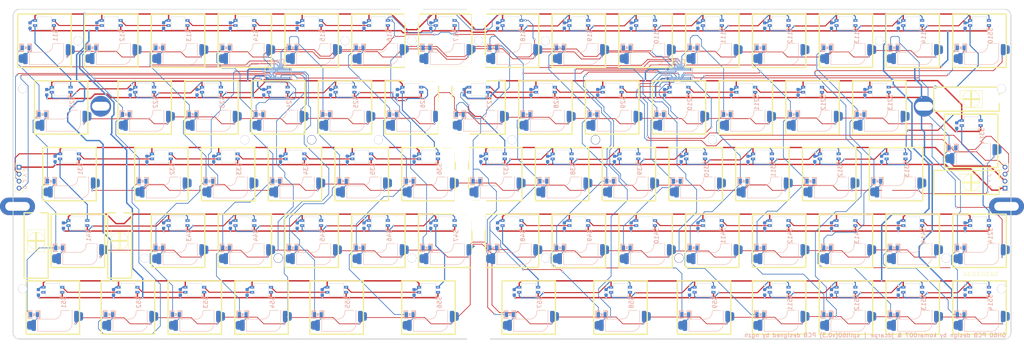
<source format=kicad_pcb>
(kicad_pcb (version 20211014) (generator pcbnew)
  (layers (0 "F.Cu" signal) (31 "B.Cu" signal) (34 "B.Paste" user) (35 "F.Paste" user) (36 "B.SilkS" user "B.Silkscreen") (37 "F.SilkS" user "F.Silkscreen") (38 "B.Mask" user) (39 "F.Mask" user) (44 "Edge.Cuts" user))
  (net 0 "")
  (net 1 "c8")
  (net 2 "r3")
  (net 3 "GND")
  (net 4 "VCC")
  (net 5 "S37_38")
  (net 6 "S38_39")
  (net 7 "c3")
  (net 8 "r4")
  (net 9 "S41_43")
  (net 10 "S43_44")
  (net 11 "c14")
  (net 12 "S57_58")
  (net 13 "S414_413")
  (net 14 "c13")
  (net 15 "S413_412")
  (net 16 "c12")
  (net 17 "S412_411")
  (net 18 "c11")
  (net 19 "S411_410")
  (net 20 "c10")
  (net 21 "S410_49")
  (net 22 "c1")
  (net 23 "S31_41")
  (net 24 "c9")
  (net 25 "S39_310")
  (net 26 "c4")
  (net 27 "S44_45")
  (net 28 "c7")
  (net 29 "S27_37")
  (net 30 "c6")
  (net 31 "S26_36")
  (net 32 "S36_35")
  (net 33 "c5")
  (net 34 "S35_34")
  (net 35 "S34_33")
  (net 36 "S33_32")
  (net 37 "c2")
  (net 38 "S32_31")
  (net 39 "S313_314")
  (net 40 "r5")
  (net 41 "S58_59")
  (net 42 "S59_511")
  (net 43 "S214_414")
  (net 44 "S512_513")
  (net 45 "S513_514")
  (net 46 "S55_54")
  (net 47 "S53_52")
  (net 48 "S311_312")
  (net 49 "S49_48")
  (net 50 "S46_47")
  (net 51 "S45_46")
  (net 52 "S310_311")
  (net 53 "r1")
  (net 54 "S12_11")
  (net 55 "S11_21")
  (net 56 "S19_110")
  (net 57 "S110_111")
  (net 58 "S111_112")
  (net 59 "S112_113")
  (net 60 "S113_114")
  (net 61 "S114_510")
  (net 62 "S13_12")
  (net 63 "S14_13")
  (net 64 "S15_14")
  (net 65 "S16_15")
  (net 66 "S18_19")
  (net 67 "r2")
  (net 68 "S21_22")
  (net 69 "S212_211")
  (net 70 "S211_210")
  (net 71 "S210_29")
  (net 72 "S29_28")
  (net 73 "S28_27")
  (net 74 "S25_26")
  (net 75 "S24_25")
  (net 76 "S23_24")
  (net 77 "S22_23")
  (net 78 "S54_53")
  (net 79 "S213_212")
  (net 80 "sclR")
  (net 81 "sdaR")
  (net 82 "sclL")
  (net 83 "sdaL")
  (net 84 "S312_313")
  (net 85 "S510_213")
  (net 86 "S47_56")
  (net 87 "S56_55")
  (net 88 "S17_18")
  (net 89 "S52_51")
  (net 90 "S511_512")
  (net 91 "S314_214")
  (net 92 "led1_17")
  (net 93 "S48_57")
  (footprint "hole:PKRHC" (layer "F.Cu") (at 322.3399 92.5208)
    (fp_text reference "HOLE" hide)
    (fp_text value "VAL**" hide)
  )
  (footprint "hole:PKRHSL" (layer "F.Cu") (at 345.8312 121.1212)
    (fp_text reference "HOLE" hide)
    (fp_text value "VAL**" hide)
  )
  (footprint "hole:PKRHC" (layer "F.Cu") (at 87.4893 92.5208)
    (fp_text reference "HOLE" hide)
    (fp_text value "VAL**" hide)
  )
  (footprint "hole:PKRHC" (layer "F.Cu") (at 190.5 111.76)
    (fp_text reference "HOLE" hide)
    (fp_text value "VAL**" hide)
  )
  (footprint "hole:PKRHSL" (layer "F.Cu") (at 63.7489 121.1212)
    (fp_text reference "HOLE" hide)
    (fp_text value "VAL**" hide)
  )
  (footprint "Mounting_Holes:MountingHole_2.5mm" (layer "F.Cu") (at 80.9625 73.81875)
    (fp_text reference "" hide)
    (fp_text value "MountingHole_2.5mm" hide)
  )
  (footprint "hole:PKRH" (layer "F.Cu") (at 190.5 83.34502)
    (fp_text reference "" hide)
    (fp_text value "" hide)
  )
  (footprint "hole:PKRH" (layer "F.Cu") (at 188 102.2)
    (fp_text reference "" hide)
    (fp_text value "" hide)
  )
  (footprint "hole:PKRH" (layer "F.Cu") (at 193.68125 121.20498)
    (fp_text reference "" hide)
    (fp_text value "" hide)
  )
  (footprint "hole:PKRH" (layer "F.Cu") (at 190.20498 105.31875 90)
    (fp_text reference "" hide)
    (fp_text value "" hide)
  )
  (footprint "hole:PKRH" (layer "F.Cu") (at 190.40498 118.6 90)
    (fp_text reference "" hide)
    (fp_text value "" hide)
  )
  (footprint "hole:PKRH" (layer "F.Cu") (at 185.60498 97 90)
    (fp_text reference "" hide)
    (fp_text value "" hide)
  )
  (footprint "hole:PKRH" (layer "F.Cu") (at 185.60498 84.61875 90)
    (fp_text reference "" hide)
    (fp_text value "" hide)
  )
  (footprint "hole:PKRH" (layer "F.Cu") (at 193.6 64.63 90)
    (fp_text reference "" hide)
    (fp_text value "" hide)
  )
  (footprint "hole:PKRH" (layer "F.Cu") (at 196.91 64.63 90)
    (fp_text reference "" hide)
    (fp_text value "" hide)
  )
  (footprint "hole:PKRH" (layer "F.Cu") (at 187.6 85.4 90)
    (fp_text reference "" hide)
    (fp_text value "" hide)
  )
  (footprint "hole:PKRH" (layer "F.Cu") (at 187.6 100.4 90)
    (fp_text reference "" hide)
    (fp_text value "" hide)
  )
  (footprint "hole:PKRH" (layer "F.Cu") (at 188.7 104.4 90)
    (fp_text reference "" hide)
    (fp_text value "" hide)
  )
  (footprint "hole:PKRH" (layer "F.Cu") (at 192.3 119.4 90)
    (fp_text reference "" hide)
    (fp_text value "" hide)
  )
  (footprint "hole:PKRH" (layer "F.Cu") (at 200.025 123.4 90)
    (fp_text reference "" hide)
    (fp_text value "" hide)
  )
  (footprint "hole:PKRH" (layer "F.Cu") (at 200 146.8 90)
    (fp_text reference "" hide)
    (fp_text value "" hide)
  )
  (footprint "hole:PKRH" (layer "F.Cu") (at 198.3 159.2 90)
    (fp_text reference "" hide)
    (fp_text value "" hide)
  )
  (footprint "hole:PKRH" (layer "F.Cu") (at 201.7 159.2 90)
    (fp_text reference "" hide)
    (fp_text value "" hide)
  )
  (footprint "hole:PKRH" (layer "F.Cu") (at 195 80.3 90)
    (fp_text reference "" hide)
    (fp_text value "" hide)
  )
  (footprint "hole:PKRH" (layer "F.Cu") (at 193.3 81.3 90)
    (fp_text reference "" hide)
    (fp_text value "" hide)
  )
  (footprint "hole:PKRH" (layer "F.Cu") (at 196.67 84.02 90)
    (fp_text reference "" hide)
    (fp_text value "" hide)
  )
  (footprint "hole:PKRH" (layer "F.Cu") (at 184.3 103 90)
    (fp_text reference "" hide)
    (fp_text value "" hide)
  )
  (footprint "hole:PKRH" (layer "F.Cu") (at 191.6 101.1 90)
    (fp_text reference "" hide)
    (fp_text value "" hide)
  )
  (footprint "hole:PKRH" (layer "F.Cu") (at 189.3 122.6 90)
    (fp_text reference "" hide)
    (fp_text value "" hide)
  )
  (footprint "hole:PKRH" (layer "F.Cu") (at 201.24 119.645 90)
    (fp_text reference "" hide)
    (fp_text value "" hide)
  )
  (footprint "hole:PKRH" (layer "F.Cu") (at 175.94248 67.30875 90)
    (fp_text reference "")
    (fp_text value "")
  )
  (footprint "hole:PKRH" (layer "F.Cu") (at 175.95 80.29875 90)
    (fp_text reference "" hide)
    (fp_text value "" hide)
  )
  (footprint "hole:PKRH" (layer "F.Cu") (at 177.87 64.63 90)
    (fp_text reference "" hide)
    (fp_text value "" hide)
  )
  (footprint "hole:PKRH" (layer "F.Cu") (at 174.55 64.62 90)
    (fp_text reference "" hide)
    (fp_text value "" hide)
  )
  (footprint "hole:PKRH" (layer "F.Cu") (at 189.72 82.2)
    (fp_text reference "" hide)
    (fp_text value "" hide)
  )
  (footprint "hole:PKRH" (layer "F.Cu") (at 183.9 86.2 90)
    (fp_text reference "" hide)
    (fp_text value "" hide)
  )
  (footprint "hole:PKRH" (layer "F.Cu") (at 178.1 81.3 90)
    (fp_text reference "" hide)
    (fp_text value "" hide)
  )
  (footprint "hole:PKRH" (layer "F.Cu") (at 198.05 123.525 90)
    (fp_text reference "" hide)
    (fp_text value "" hide)
  )
  (footprint "hole:PKRH" (layer "F.Cu") (at 174.81 84.09 90)
    (fp_text reference "" hide)
    (fp_text value "" hide)
  )
  (footprint "hole:PKRH" (layer "F.Cu") (at 199.99 138.29 90)
    (fp_text reference "" hide)
    (fp_text value "" hide)
  )
  (footprint "hole:PKRH" (layer "F.Cu") (at 200.01 155.16 90)
    (fp_text reference "" hide)
    (fp_text value "" hide)
  )
  (footprint "Keyboard:MXHS-1U-RGB-ALI-3528-HOLE-NOPAD" (layer "F.Cu") (at 261.9375 73.81875 180)
    (fp_text reference "S111")
    (fp_text value "MX_LED" hide)
    (fp_line (start -2 6.88) (end 2 6.88) (layer "Edge.Cuts") (width 0.1))
    (fp_line (start -2 3.28) (end 2 3.28) (layer "Edge.Cuts") (width 0.1))
    (fp_line (start -2 3.28) (end -2 6.88) (layer "Edge.Cuts") (width 0.1))
    (fp_line (start 2 3.28) (end 2 6.88) (layer "Edge.Cuts") (width 0.1))
  )
  (footprint "Keyboard:MXHS-1U-RGB-ALI-3528-HOLE-NOPAD" (layer "F.Cu") (at 219.075 111.91875 180)
    (fp_text reference "S38")
    (fp_text value "MX_LED" hide)
    (fp_line (start -2 3.28) (end -2 6.88) (layer "Edge.Cuts") (width 0.1))
    (fp_line (start -2 6.88) (end 2 6.88) (layer "Edge.Cuts") (width 0.1))
    (fp_line (start -2 3.28) (end 2 3.28) (layer "Edge.Cuts") (width 0.1))
    (fp_line (start 2 3.28) (end 2 6.88) (layer "Edge.Cuts") (width 0.1))
  )
  (footprint "Keyboard:MXHS-1U-RGB-ALI-3528-HOLE-NOPAD" (layer "F.Cu") (at 280.9875 150.01875 180)
    (fp_text reference "S511")
    (fp_text value "MX_LED" hide)
    (fp_line (start -2 3.28) (end -2 6.88) (layer "Edge.Cuts") (width 0.1))
    (fp_line (start -2 6.88) (end 2 6.88) (layer "Edge.Cuts") (width 0.1))
    (fp_line (start -2 3.28) (end 2 3.28) (layer "Edge.Cuts") (width 0.1))
    (fp_line (start 2 3.28) (end 2 6.88) (layer "Edge.Cuts") (width 0.1))
  )
  (footprint "Keyboard:MXHS-1U-RGB-ALI-3528-HOLE-NOPAD" (layer "F.Cu") (at 338.1375 150.01875 180)
    (fp_text reference "S514")
    (fp_text value "MX_LED" hide)
    (fp_line (start 2 3.28) (end 2 6.88) (layer "Edge.Cuts") (width 0.1))
    (fp_line (start -2 3.28) (end -2 6.88) (layer "Edge.Cuts") (width 0.1))
    (fp_line (start -2 6.88) (end 2 6.88) (layer "Edge.Cuts") (width 0.1))
    (fp_line (start -2 3.28) (end 2 3.28) (layer "Edge.Cuts") (width 0.1))
  )
  (footprint "Mounting_Holes:MountingHole_2.5mm" (layer "F.Cu") (at 214.3125 73.81875)
    (fp_text reference "" hide)
    (fp_text value "MountingHole_2.5mm" hide)
  )
  (footprint "Keyboard:MXHS-1U-RGB-ALI-3528-HOLE-NOPAD" (layer "F.Cu") (at 71.4375 73.81875 180)
    (fp_text reference "S11")
    (fp_text value "MX_LED" hide)
    (fp_line (start -2 3.28) (end -2 6.88) (layer "Edge.Cuts") (width 0.1))
    (fp_line (start -2 3.28) (end 2 3.28) (layer "Edge.Cuts") (width 0.1))
    (fp_line (start -2 6.88) (end 2 6.88) (layer "Edge.Cuts") (width 0.1))
    (fp_line (start 2 3.28) (end 2 6.88) (layer "Edge.Cuts") (width 0.1))
  )
  (footprint "Keyboard:30PIN_0.4MM_BTB_MALE" (layer "F.Cu") (at 252.4125 83.25)
    (fp_text reference "CN2")
    (fp_text value "BTB")
  )
  (footprint "Mounting_Holes:MountingHole_2.5mm" (layer "F.Cu") (at 228.6 102.1)
    (fp_text reference "REF**" hide)
    (fp_text value "MountingHole_padded_2.5mm" hide)
  )
  (footprint "Keyboard:MXHS-1U-RGB-ALI-3528-HOLE-NOPAD" (layer "F.Cu") (at 78.58125 111.91875 180)
    (fp_text reference "S31")
    (fp_text value "MX_LED" hide)
    (fp_line (start -2 3.28) (end 2 3.28) (layer "Edge.Cuts") (width 0.1))
    (fp_line (start 2 3.28) (end 2 6.88) (layer "Edge.Cuts") (width 0.1))
    (fp_line (start -2 3.28) (end -2 6.88) (layer "Edge.Cuts") (width 0.1))
    (fp_line (start -2 6.88) (end 2 6.88) (layer "Edge.Cuts") (width 0.1))
  )
  (footprint "Mounting_Holes:MountingHole_2.5mm" (layer "F.Cu") (at 65.1689 87.5212)
    (fp_text reference "" hide)
    (fp_text value "MountingHole_2.5mm" hide)
  )
  (footprint "Mounting_Holes:MountingHole_2.5mm" (layer "F.Cu") (at 214.3125 135.89)
    (fp_text reference "" hide)
    (fp_text value "MountingHole_2.5mm" hide)
  )
  (footprint "Keyboard:30PIN_0.4MM_BTB_MALE" (layer "F.Cu") (at 138.1125 83.25)
    (fp_text reference "CN1")
    (fp_text value "BTB")
  )
  (footprint "hole:PKRH" (layer "F.Cu") (at 195.375 66.175)
    (fp_text reference "" hide)
    (fp_text value "" hide)
  )
  (footprint "Keyboard:MXHS-1U-RGB-ALI-3528-HOLE-NOPAD" (layer "F.Cu") (at 319.0875 130.96875 180)
    (fp_text reference "S414")
    (fp_text value "MX_LED" hide)
    (fp_line (start 2 3.28) (end 2 6.88) (layer "Edge.Cuts") (width 0.1))
    (fp_line (start -2 3.28) (end -2 6.88) (layer "Edge.Cuts") (width 0.1))
    (fp_line (start -2 6.88) (end 2 6.88) (layer "Edge.Cuts") (width 0.1))
    (fp_line (start -2 3.28) (end 2 3.28) (layer "Edge.Cuts") (width 0.1))
  )
  (footprint "" (layer "F.Cu") (at 208.6 68)
    (fp_text reference "")
    (fp_text value "")
  )
  (footprint "Mounting_Holes:MountingHole_2.5mm" (layer "F.Cu") (at 147.63751 102.1)
    (fp_text reference "REF**" hide)
    (fp_text value "MountingHole_padded_2.5mm" hide)
  )
  (footprint "Keyboard:MXHS-1U-RGB-ALI-3528-HOLE-NOPAD" (layer "F.Cu") (at 119.0625 92.86875 180)
    (fp_text reference "S23")
    (fp_text value "MX_LED" hide)
    (fp_line (start -2 6.88) (end 2 6.88) (layer "Edge.Cuts") (width 0.1))
    (fp_line (start 2 3.28) (end 2 6.88) (layer "Edge.Cuts") (width 0.1))
    (fp_line (start -2 3.28) (end 2 3.28) (layer "Edge.Cuts") (width 0.1))
    (fp_line (start -2 3.28) (end -2 6.88) (layer "Edge.Cuts") (width 0.1))
  )
  (footprint "Mounting_Holes:MountingHole_2.5mm" (layer "F.Cu") (at 100.0125 135.89)
    (fp_text reference "" hide)
    (fp_text value "MountingHole_2.5mm" hide)
  )
  (footprint "Keyboard:MXHS-1U-RGB-ALI-3528-HOLE-NOPAD" (layer "F.Cu") (at 223.8375 73.81875 180)
    (fp_text reference "S19")
    (fp_text value "MX_LED" hide)
    (fp_line (start -2 3.28) (end -2 6.88) (layer "Edge.Cuts") (width 0.1))
    (fp_line (start 2 3.28) (end 2 6.88) (layer "Edge.Cuts") (width 0.1))
    (fp_line (start -2 3.28) (end 2 3.28) (layer "Edge.Cuts") (width 0.1))
    (fp_line (start -2 6.88) (end 2 6.88) (layer "Edge.Cuts") (width 0.1))
  )
  (footprint "Keyboard:MXHS-1U-RGB-ALI-3528-HOLE-NOPAD" (layer "F.Cu") (at 142.875 111.91875 180)
    (fp_text reference "S34")
    (fp_text value "MX_LED" hide)
    (fp_line (start 2 3.28) (end 2 6.88) (layer "Edge.Cuts") (width 0.1))
    (fp_line (start -2 6.88) (end 2 6.88) (layer "Edge.Cuts") (width 0.1))
    (fp_line (start -2 3.28) (end -2 6.88) (layer "Edge.Cuts") (width 0.1))
    (fp_line (start -2 3.28) (end 2 3.28) (layer "Edge.Cuts") (width 0.1))
  )
  (footprint "Mounting_Holes:MountingHole_2.5mm" (layer "F.Cu") (at 166.68751 102.1)
    (fp_text reference "" hide)
    (fp_text value "MountingHole_2.5mm" hide)
  )
  (footprint "Keyboard:MXHS-1U-RGB-ALI-3528-HOLE-NOPAD" (layer "F.Cu") (at 300.0375 150.01875 180)
    (fp_text reference "S512")
    (fp_text value "MX_LED" hide)
    (fp_line (start -2 3.28) (end 2 3.28) (layer "Edge.Cuts") (width 0.1))
    (fp_line (start -2 6.88) (end 2 6.88) (layer "Edge.Cuts") (width 0.1))
    (fp_line (start 2 3.28) (end 2 6.88) (layer "Edge.Cuts") (width 0.1))
    (fp_line (start -2 3.28) (end -2 6.88) (layer "Edge.Cuts") (width 0.1))
  )
  (footprint "Keyboard:MXHS-1U-RGB-ALI-3528-HOLE-NOPAD" (layer "F.Cu") (at 73.81875 150.01875 180)
    (fp_text reference "S51")
    (fp_text value "MX_LED" hide)
    (fp_line (start -2 3.28) (end -2 6.88) (layer "Edge.Cuts") (width 0.1))
    (fp_line (start -2 6.88) (end 2 6.88) (layer "Edge.Cuts") (width 0.1))
    (fp_line (start 2 3.28) (end 2 6.88) (layer "Edge.Cuts") (width 0.1))
    (fp_line (start -2 3.28) (end 2 3.28) (layer "Edge.Cuts") (width 0.1))
  )
  (footprint "Keyboard:MXST" (layer "F.Cu") (at 92.86875 130.96875)
    (fp_text reference "" hide)
    (fp_text value "" hide)
  )
  (footprint "Keyboard:MXHS-1U-RGB-ALI-3528-HOLE-NOPAD" (layer "F.Cu") (at 214.3125 92.86875 180)
    (fp_text reference "S28")
    (fp_text value "MX_LED" hide)
    (fp_line (start -2 3.28) (end 2 3.28) (layer "Edge.Cuts") (width 0.1))
    (fp_line (start -2 6.88) (end 2 6.88) (layer "Edge.Cuts") (width 0.1))
    (fp_line (start 2 3.28) (end 2 6.88) (layer "Edge.Cuts") (width 0.1))
    (fp_line (start -2 3.28) (end -2 6.88) (layer "Edge.Cuts") (width 0.1))
  )
  (footprint "Keyboard:MXHS-1U-RGB-ALI-3528-HOLE-NOPAD" (layer "F.Cu") (at 109.5375 73.81875 180)
    (fp_text reference "S13")
    (fp_text value "MX_LED" hide)
    (fp_line (start -2 3.28) (end 2 3.28) (layer "Edge.Cuts") (width 0.1))
    (fp_line (start -2 6.88) (end 2 6.88) (layer "Edge.Cuts") (width 0.1))
    (fp_line (start -2 3.28) (end -2 6.88) (layer "Edge.Cuts") (width 0.1))
    (fp_line (start 2 3.28) (end 2 6.88) (layer "Edge.Cuts") (width 0.1))
  )
  (footprint "Mounting_Holes:MountingHole_2.5mm" (layer "F.Cu") (at 252.4125 135.89)
    (fp_text reference "REF**" hide)
    (fp_text value "MountingHole_padded_2.5mm" hide)
  )
  (footprint "Keyboard:MXHS-1U-RGB-ALI-3528-HOLE-NOPAD" (layer "F.Cu") (at 280.9875 73.81875 180)
    (fp_text reference "S112")
    (fp_text value "MX_LED" hide)
    (fp_line (start -2 3.28) (end 2 3.28) (layer "Edge.Cuts") (width 0.1))
    (fp_line (start -2 6.88) (end 2 6.88) (layer "Edge.Cuts") (width 0.1))
    (fp_line (start 2 3.28) (end 2 6.88) (layer "Edge.Cuts") (width 0.1))
    (fp_line (start -2 3.28) (end -2 6.88) (layer "Edge.Cuts") (width 0.1))
  )
  (footprint "Keyboard:MXHS-1U-RGB-ALI-3528-HOLE-NOPAD" (layer "F.Cu") (at 123.825 111.91875 180)
    (fp_text reference "S33")
    (fp_text value "MX_LED" hide)
    (fp_line (start -2 6.88) (end 2 6.88) (layer "Edge.Cuts") (width 0.1))
    (fp_line (start 2 3.28) (end 2 6.88) (layer "Edge.Cuts") (width 0.1))
    (fp_line (start -2 3.28) (end -2 6.88) (layer "Edge.Cuts") (width 0.1))
    (fp_line (start -2 3.28) (end 2 3.28) (layer "Edge.Cuts") (width 0.1))
  )
  (footprint "Keyboard:MXHS-1U-RGB-ALI-3528-HOLE-NOPAD" (layer "F.Cu") (at 128.5875 73.81875 180)
    (fp_text reference "S14")
    (fp_text value "MX_LED" hide)
    (fp_line (start -2 3.28) (end 2 3.28) (layer "Edge.Cuts") (width 0.1))
    (fp_line (start -2 6.88) (end 2 6.88) (layer "Edge.Cuts") (width 0.1))
    (fp_line (start 2 3.28) (end 2 6.88) (layer "Edge.Cuts") (width 0.1))
    (fp_line (start -2 3.28) (end -2 6.88) (layer "Edge.Cuts") (width 0.1))
  )
  (footprint "Keyboard:MXST" (layer "F.Cu") (at 335.75625 90.4875 -90)
    (fp_text reference "" hide)
    (fp_text value "" hide)
  )
  (footprint "Keyboard:MXHS-1U-RGB-ALI-3528-HOLE-NOPAD" (layer "F.Cu") (at 157.1625 92.86875 180)
    (fp_text reference "S25")
    (fp_text value "MX_LED" hide)
    (fp_line (start -2 3.28) (end 2 3.28) (layer "Edge.Cuts") (width 0.1))
    (fp_line (start -2 6.88) (end 2 6.88) (layer "Edge.Cuts") (width 0.1))
    (fp_line (start 2 3.28) (end 2 6.88) (layer "Edge.Cuts") (width 0.1))
    (fp_line (start -2 3.28) (end -2 6.88) (layer "Edge.Cuts") (width 0.1))
  )
  (footprint "Keyboard:MXHS-1U-RGB-ALI-3528-HOLE-NOPAD" (layer "F.Cu") (at 147.6375 73.81875 180)
    (fp_text reference "S15")
    (fp_text value "MX_LED" hide)
    (fp_line (start -2 6.88) (end 2 6.88) (layer "Edge.Cuts") (width 0.1))
    (fp_line (start -2 3.28) (end -2 6.88) (layer "Edge.Cuts") (width 0.1))
    (fp_line (start -2 3.28) (end 2 3.28) (layer "Edge.Cuts") (width 0.1))
    (fp_line (start 2 3.28) (end 2 6.88) (layer "Edge.Cuts") (width 0.1))
  )
  (footprint "Keyboard:MXHS-1U-RGB-ALI-3528-HOLE-NOPAD" (layer "F.Cu") (at 204.7875 73.81875 180)
    (fp_text reference "S18")
    (fp_text value "MX_LED" hide)
    (fp_line (start -2 3.28) (end 2 3.28) (layer "Edge.Cuts") (width 0.1))
    (fp_line (start -2 3.28) (end -2 6.88) (layer "Edge.Cuts") (width 0.1))
    (fp_line (start -2 6.88) (end 2 6.88) (layer "Edge.Cuts") (width 0.1))
    (fp_line (start 2 3.28) (end 2 6.88) (layer "Edge.Cuts") (width 0.1))
  )
  (footprint "Keyboard:MXHS-1U-RGB-ALI-3528-HOLE-NOPAD" (layer "F.Cu") (at 290.5125 92.86875 180)
    (fp_text reference "S212")
    (fp_text value "MX_LED" hide)
    (fp_line (start -2 6.88) (end 2 6.88) (layer "Edge.Cuts") (width 0.1))
    (fp_line (start -2 3.28) (end -2 6.88) (layer "Edge.Cuts") (width 0.1))
    (fp_line (start -2 3.28) (end 2 3.28) (layer "Edge.Cuts") (width 0.1))
    (fp_line (start 2 3.28) (end 2 6.88) (layer "Edge.Cuts") (width 0.1))
  )
  (footprint "Keyboard:MXHS-1U-RGB-ALI-3528-HOLE-NOPAD" (layer "F.Cu") (at 76.2 92.86875 180)
    (fp_text reference "S21")
    (fp_text value "MX_LED" hide)
    (fp_line (start -2 3.28) (end -2 6.88) (layer "Edge.Cuts") (width 0.1))
    (fp_line (start -2 6.88) (end 2 6.88) (layer "Edge.Cuts") (width 0.1))
    (fp_line (start -2 3.28) (end 2 3.28) (layer "Edge.Cuts") (width 0.1))
    (fp_line (start 2 3.28) (end 2 6.88) (layer "Edge.Cuts") (width 0.1))
  )
  (footprint "Mounting_Holes:MountingHole_2.5mm" (layer "F.Cu") (at 204.7875 102.1)
    (fp_text reference "" hide)
    (fp_text value "MountingHole_2.5mm" hide)
  )
  (footprint "Keyboard:MXHS-1U-RGB-ALI-3528-HOLE-NOPAD" (layer "F.Cu") (at 161.925 111.91875 180)
    (fp_text reference "S35")
    (fp_text value "MX_LED" hide)
    (fp_line (start -2 6.88) (end 2 6.88) (layer "Edge.Cuts") (width 0.1))
    (fp_line (start -2 3.28) (end -2 6.88) (layer "Edge.Cuts") (width 0.1))
    (fp_line (start 2 3.28) (end 2 6.88) (layer "Edge.Cuts") (width 0.1))
    (fp_line (start -2 3.28) (end 2 3.28) (layer "Edge.Cuts") (width 0.1))
  )
  (footprint "Keyboard:MXHS-1U-RGB-ALI-3528-HOLE-NOPAD" (layer "F.Cu") (at 109.5375 130.96875 180)
    (fp_text reference "S43")
    (fp_text value "MX_LED" hide)
    (fp_line (start -2 3.28) (end 2 3.28) (layer "Edge.Cuts") (width 0.1))
    (fp_line (start 2 3.28) (end 2 6.88) (layer "Edge.Cuts") (width 0.1))
    (fp_line (start -2 6.88) (end 2 6.88) (layer "Edge.Cuts") (width 0.1))
    (fp_line (start -2 3.28) (end -2 6.88) (layer "Edge.Cuts") (width 0.1))
  )
  (footprint "Keyboard:MXHS-1U-RGB-ALI-3528-HOLE-NOPAD" (layer "F.Cu") (at 235.74375 150.01875 180)
    (fp_text reference "S58")
    (fp_text value "MX_LED" hide)
    (fp_line (start -2 3.28) (end 2 3.28) (layer "Edge.Cuts") (width 0.1))
    (fp_line (start -2 3.28) (end -2 6.88) (layer "Edge.Cuts") (width 0.1))
    (fp_line (start 2 3.28) (end 2 6.88) (layer "Edge.Cuts") (width 0.1))
    (fp_line (start -2 6.88) (end 2 6.88) (layer "Edge.Cuts") (width 0.1))
  )
  (footprint "Keyboard:MXHS-1U-RGB-ALI-3528-HOLE-NOPAD" (layer "F.Cu") (at 209.55 150.01875 180)
    (fp_text reference "S57")
    (fp_text value "MX_LED" hide)
    (fp_line (start -2 3.28) (end -2 6.88) (layer "Edge.Cuts") (width 0.1))
    (fp_line (start 2 3.28) (end 2 6.88) (layer "Edge.Cuts") (width 0.1))
    (fp_line (start -2 6.88) (end 2 6.88) (layer "Edge.Cuts") (width 0.1))
    (fp_line (start -2 3.28) (end 2 3.28) (layer "Edge.Cuts") (width 0.1))
  )
  (footprint "Keyboard:MXHS-1U-RGB-ALI-3528-HOLE-NOPAD" (layer "F.Cu") (at 295.275 111.91875 180)
    (fp_text reference "S312")
    (fp_text value "MX_LED" hide)
    (fp_line (start -2 6.88) (end 2 6.88) (layer "Edge.Cuts") (width 0.1))
    (fp_line (start 2 3.28) (end 2 6.88) (layer "Edge.Cuts") (width 0.1))
    (fp_line (start -2 3.28) (end 2 3.28) (layer "Edge.Cuts") (width 0.1))
    (fp_line (start -2 3.28) (end -2 6.88) (layer "Edge.Cuts") (width 0.1))
  )
  (footprint "Keyboard:MXHS-1U-RGB-ALI-3528-HOLE-NOPAD" (layer "F.Cu") (at 200.025 111.91875 180)
    (fp_text reference "S37")
    (fp_text value "MX_LED" hide)
    (fp_line (start -2 3.28) (end 2 3.28) (layer "Edge.Cuts") (width 0.1))
    (fp_line (start -2 6.88) (end 2 6.88) (layer "Edge.Cuts") (width 0.1))
    (fp_line (start 2 3.28) (end 2 6.88) (layer "Edge.Cuts") (width 0.1))
    (fp_line (start -2 3.28) (end -2 6.88) (layer "Edge.Cuts") (width 0.1))
  )
  (footprint "Keyboard:MXHS-1U-RGB-ALI-3528-HOLE-NOPAD" (layer "F.Cu") (at 204.7875 130.96875 180)
    (fp_text reference "S48")
    (fp_text value "MX_LED" hide)
    (fp_line (start -2 3.28) (end 2 3.28) (layer "Edge.Cuts") (width 0.1))
    (fp_line (start 2 3.28) (end 2 6.88) (layer "Edge.Cuts") (width 0.1))
    (fp_line (start -2 6.88) (end 2 6.88) (layer "Edge.Cuts") (width 0.1))
    (fp_line (start -2 3.28) (end -2 6.88) (layer "Edge.Cuts") (width 0.1))
  )
  (footprint "Keyboard:MXHS-1U-RGB-ALI-3528-HOLE-NOPAD" (layer "F.Cu") (at 223.8375 130.96875 180)
    (fp_text reference "S49")
    (fp_text value "MX_LED" hide)
    (fp_line (start 2 3.28) (end 2 6.88) (layer "Edge.Cuts") (width 0.1))
    (fp_line (start -2 3.28) (end -2 6.88) (layer "Edge.Cuts") (width 0.1))
    (fp_line (start -2 3.28) (end 2 3.28) (layer "Edge.Cuts") (width 0.1))
    (fp_line (start -2 6.88) (end 2 6.88) (layer "Edge.Cuts") (width 0.1))
  )
  (footprint "Mounting_Holes:MountingHole_2.5mm" (layer "F.Cu") (at 309.5625 73.81875)
    (fp_text reference "" hide)
    (fp_text value "MountingHole_2.5mm" hide)
  )
  (footprint "Keyboard:MXHS-1U-RGB-ALI-3528-HOLE-NOPAD" (layer "F.Cu") (at 128.5875 130.96875 180)
    (fp_text reference "S44")
    (fp_text value "MX_LED" hide)
    (fp_line (start -2 6.88) (end 2 6.88) (layer "Edge.Cuts") (width 0.1))
    (fp_line (start -2 3.28) (end -2 6.88) (layer "Edge.Cuts") (width 0.1))
    (fp_line (start -2 3.28) (end 2 3.28) (layer "Edge.Cuts") (width 0.1))
    (fp_line (start 2 3.28) (end 2 6.88) (layer "Edge.Cuts") (width 0.1))
  )
  (footprint "Keyboard:MXHS-1U-RGB-ALI-3528-HOLE-NOPAD" (layer "F.Cu") (at 271.4625 92.86875 180)
    (fp_text reference "S211")
    (fp_text value "MX_LED" hide)
    (fp_line (start 2 3.28) (end 2 6.88) (layer "Edge.Cuts") (width 0.1))
    (fp_line (start -2 6.88) (end 2 6.88) (layer "Edge.Cuts") (width 0.1))
    (fp_line (start -2 3.28) (end -2 6.88) (layer "Edge.Cuts") (width 0.1))
    (fp_line (start -2 3.28) (end 2 3.28) (layer "Edge.Cuts") (width 0.1))
  )
  (footprint "Keyboard:MXHS-1U-RGB-ALI-3528-HOLE-NOPAD" (layer "F.Cu") (at 138.1125 92.86875 180)
    (fp_text reference "S24")
    (fp_text value "MX_LED" hide)
    (fp_line (start 2 3.28) (end 2 6.88) (layer "Edge.Cuts") (width 0.1))
    (fp_line (start -2 3.28) (end -2 6.88) (layer "Edge.Cuts") (width 0.1))
    (fp_line (start -2 6.88) (end 2 6.88) (layer "Edge.Cuts") (width 0.1))
    (fp_line (start -2 3.28) (end 2 3.28) (layer "Edge.Cuts") (width 0.1))
  )
  (footprint "Keyboard:MXST" (layer "F.Cu") (at 69.05625 130.96875)
    (fp_text reference "" hide)
    (fp_text value "" hide)
  )
  (footprint "Mounting_Holes:MountingHole_2.5mm" (layer "F.Cu") (at 157.1625 73.81875)
    (fp_text reference "" hide)
    (fp_text value "MountingHole_2.5mm" hide)
  )
  (footprint "Mounting_Holes:MountingHole_2.5mm" (layer "F.Cu") (at 344.4112 87.5212)
    (fp_text reference "" hide)
    (fp_text value "MountingHole_2.5mm" hide)
  )
  (footprint "Keyboard:MXHS-1U-RGB-ALI-3528-HOLE-NOPAD" (layer "F.Cu") (at 314.325 111.91875 180)
    (fp_text reference "S313")
    (fp_text value "MX_LED" hide)
    (fp_line (start -2 3.28) (end -2 6.88) (layer "Edge.Cuts") (width 0.1))
    (fp_line (start 2 3.28) (end 2 6.88) (layer "Edge.Cuts") (width 0.1))
    (fp_line (start -2 3.28) (end 2 3.28) (layer "Edge.Cuts") (width 0.1))
    (fp_line (start -2 6.88) (end 2 6.88) (layer "Edge.Cuts") (width 0.1))
  )
  (footprint "Keyboard:MXHS-1U-RGB-ALI-3528-HOLE-NOPAD" (layer "F.Cu") (at 114.3 150.01875 180)
    (fp_text reference "S53")
    (fp_text value "MX_LED" hide)
    (fp_line (start 2 3.28) (end 2 6.88) (layer "Edge.Cuts") (width 0.1))
    (fp_line (start -2 3.28) (end 2 3.28) (layer "Edge.Cuts") (width 0.1))
    (fp_line (start -2 6.88) (end 2 6.88) (layer "Edge.Cuts") (width 0.1))
    (fp_line (start -2 3.28) (end -2 6.88) (layer "Edge.Cuts") (width 0.1))
  )
  (footprint "Keyboard:MXHS-1U-RGB-ALI-3528-HOLE-NOPAD" (layer "F.Cu") (at 300.0375 130.96875 180)
    (fp_text reference "S413")
    (fp_text value "MX_LED" hide)
    (fp_line (start -2 3.28) (end -2 6.88) (layer "Edge.Cuts") (width 0.1))
    (fp_line (start -2 6.88) (end 2 6.88) (layer "Edge.Cuts") (width 0.1))
    (fp_line (start 2 3.28) (end 2 6.88) (layer "Edge.Cuts") (width 0.1))
    (fp_line (start -2 3.28) (end 2 3.28) (layer "Edge.Cuts") (width 0.1))
  )
  (footprint "Keyboard:MXHS-1U-RGB-ALI-3528-HOLE-NOPAD" (layer "F.Cu") (at 80.9625 130.96875 180)
    (fp_text reference "S41")
    (fp_text value "MX_LED" hide)
    (fp_line (start -2 6.88) (end 2 6.88) (layer "Edge.Cuts") (width 0.1))
    (fp_line (start -2 3.28) (end 2 3.28) (layer "Edge.Cuts") (width 0.1))
    (fp_line (start 2 3.28) (end 2 6.88) (layer "Edge.Cuts") (width 0.1))
    (fp_line (start -2 3.28) (end -2 6.88) (layer "Edge.Cuts") (width 0.1))
  )
  (footprint "Mounting_Holes:MountingHole_2.5mm" (layer "F.Cu") (at 344.4112 144.6712)
    (fp_text reference "" hide)
    (fp_text value "MountingHole_2.5mm" hide)
  )
  (footprint "Keyboard:MXHS-1U-RGB-ALI-3528-HOLE-NOPAD" (layer "F.Cu") (at 95.25 150.01875 180)
    (fp_text reference "S52")
    (fp_text value "MX_LED" hide)
    (fp_line (start -2 3.28) (end -2 6.88) (layer "Edge.Cuts") (width 0.1))
    (fp_line (start 2 3.28) (end 2 6.88) (layer "Edge.Cuts") (width 0.1))
    (fp_line (start -2 3.28) (end 2 3.28) (layer "Edge.Cuts") (width 0.1))
    (fp_line (start -2 6.88) (end 2 6.88) (layer "Edge.Cuts") (width 0.1))
  )
  (footprint "Keyboard:MXHS-1U-RGB-ALI-3528-HOLE-NOPAD" (layer "F.Cu") (at 252.4125 92.86875 180)
    (fp_text reference "S210")
    (fp_text value "MX_LED" hide)
    (fp_line (start -2 3.28) (end 2 3.28) (layer "Edge.Cuts") (width 0.1))
    (fp_line (start -2 6.88) (end 2 6.88) (layer "Edge.Cuts") (width 0.1))
    (fp_line (start -2 3.28) (end -2 6.88) (layer "Edge.Cuts") (width 0.1))
    (fp_line (start 2 3.28) (end 2 6.88) (layer "Edge.Cuts") (width 0.1))
  )
  (footprint "Keyboard:MXHS-1U-RGB-ALI-3528-HOLE-NOPAD" (layer "F.Cu") (at 195.2625 92.86875 180)
    (fp_text reference "S27")
    (fp_text value "MX_LED" hide)
    (fp_line (start -2 3.28) (end 2 3.28) (layer "Edge.Cuts") (width 0.1))
    (fp_line (start -2 6.88) (end 2 6.88) (layer "Edge.Cuts") (width 0.1))
    (fp_line (start -2 3.28) (end -2 6.88) (layer "Edge.Cuts") (width 0.1))
    (fp_line (start 2 3.28) (end 2 6.88) (layer "Edge.Cuts") (width 0.1))
  )
  (footprint "Mounting_Holes:MountingHole_2.5mm" (layer "F.Cu") (at 65.1689 144.6712)
    (fp_text reference "" hide)
    (fp_text value "MountingHole_2.5mm" hide)
  )
  (footprint "Keyboard:MXHS-1U-RGB-ALI-3528-HOLE-NOPAD" (layer "F.Cu") (at 147.6375 130.96875 180)
    (fp_text reference "S45")
    (fp_text value "MX_LED" hide)
    (fp_line (start -2 6.88) (end 2 6.88) (layer "Edge.Cuts") (width 0.1))
    (fp_line (start 2 3.28) (end 2 6.88) (layer "Edge.Cuts") (width 0.1))
    (fp_line (start -2 3.28) (end -2 6.88) (layer "Edge.Cuts") (width 0.1))
    (fp_line (start -2 3.28) (end 2 3.28) (layer "Edge.Cuts") (width 0.1))
  )
  (footprint "Mounting_Holes:MountingHole_2.5mm" (layer "F.Cu") (at 195.2625 73.81875)
    (fp_text reference "" hide)
    (fp_text value "MountingHole_2.5mm" hide)
  )
  (footprint "Mounting_Holes:MountingHole_2.5mm" (layer "F.Cu") (at 176.2125 73.81875)
    (fp_text reference "" hide)
    (fp_text value "MountingHole_2.5mm" hide)
  )
  (footprint "" (layer "F.Cu") (at 170.5 68.025)
    (fp_text reference "")
    (fp_text value "")
  )
  (footprint "Keyboard:MXHS-1U-RGB-ALI-3528-HOLE-NOPAD" (layer "F.Cu") (at 338.1375 73.81875 180)
    (fp_text reference "S510")
    (fp_text value "MX_LED" hide)
    (fp_line (start -2 3.28) (end 2 3.28) (layer "Edge.Cuts") (width 0.1))
    (fp_line (start 2 3.28) (end 2 6.88) (layer "Edge.Cuts") (width 0.1))
    (fp_line (start -2 3.28) (end -2 6.88) (layer "Edge.Cuts") (width 0.1))
    (fp_line (start -2 6.88) (end 2 6.88) (layer "Edge.Cuts") (width 0.1))
  )
  (footprint "Mounting_Holes:MountingHole_2.5mm" (layer "F.Cu") (at 261.93749 102.1)
    (fp_text reference "" hide)
    (fp_text value "MountingHole_2.5mm" hide)
  )
  (footprint "Keyboard:MXHS-1U-RGB-ALI-3528-HOLE-NOPAD" (layer "F.Cu") (at 90.4875 73.81875 180)
    (fp_text reference "S12")
    (fp_text value "MX_LED" hide)
    (fp_line (start -2 3.28) (end -2 6.88) (layer "Edge.Cuts") (width 0.1))
    (fp_line (start 2 3.28) (end 2 6.88) (layer "Edge.Cuts") (width 0.1))
    (fp_line (start -2 6.88) (end 2 6.88) (layer "Edge.Cuts") (width 0.1))
    (fp_line (start -2 3.28) (end 2 3.28) (layer "Edge.Cuts") (width 0.1))
  )
  (footprint "Keyboard:MXHS-1U-RGB-ALI-3528-HOLE-NOPAD" (layer "F.Cu") (at 242.8875 130.96875 180)
    (fp_text reference "S410")
    (fp_text value "MX_LED" hide)
    (fp_line (start 2 3.28) (end 2 6.88) (layer "Edge.Cuts") (width 0.1))
    (fp_line (start -2 3.28) (end 2 3.28) (layer "Edge.Cuts") (width 0.1))
    (fp_line (start -2 3.28) (end -2 6.88) (layer "Edge.Cuts") (width 0.1))
    (fp_line (start -2 6.88) (end 2 6.88) (layer "Edge.Cuts") (width 0.1))
  )
  (footprint "Keyboard:MXHS-1U-RGB-ALI-3528-HOLE-NOPAD" (layer "F.Cu") (at 233.3625 92.86875 180)
    (fp_text reference "S29")
    (fp_text value "MX_LED" hide)
    (fp_line (start -2 3.28) (end 2 3.28) (layer "Edge.Cuts") (width 0.1))
    (fp_line (start -2 6.88) (end 2 6.88) (layer "Edge.Cuts") (width 0.1))
    (fp_line (start 2 3.28) (end 2 6.88) (layer "Edge.Cuts") (width 0.1))
    (fp_line (start -2 3.28) (end -2 6.88) (layer "Edge.Cuts") (width 0.1))
  )
  (footprint "Keyboard:MXST" (layer "F.Cu") (at 335.75625 114.3 -90)
    (fp_text reference "" hide)
    (fp_text value "" hide)
  )
  (footprint "Mounting_Holes:MountingHole_2.5mm" (layer "F.Cu") (at 328.6125 135.89)
    (fp_text reference "" hide)
    (fp_text value "MountingHole_2.5mm" hide)
  )
  (footprint "Keyboard:MXHS-1U-RGB-ALI-3528-HOLE-NOPAD" (layer "F.Cu") (at 280.9875 130.96875 180)
    (fp_text reference "S412")
    (fp_text value "MX_LED" hide)
    (fp_line (start -2 3.28) (end 2 3.28) (layer "Edge.Cuts") (width 0.1))
    (fp_line (start 2 3.28) (end 2 6.88) (layer "Edge.Cuts") (width 0.1))
    (fp_line (start -2 6.88) (end 2 6.88) (layer "Edge.Cuts") (width 0.1))
    (fp_line (start -2 3.28) (end -2 6.88) (layer "Edge.Cuts") (width 0.1))
  )
  (footprint "Keyboard:MXHS-1U-RGB-ALI-3528-HOLE-NOPAD" (layer "F.Cu") (at 100.0125 92.86875 180)
    (fp_text reference "S22")
    (fp_text value "MX_LED" hide)
    (fp_line (start 2 3.28) (end 2 6.88) (layer "Edge.Cuts") (width 0.1))
    (fp_line (start -2 3.28) (end -2 6.88) (layer "Edge.Cuts") (width 0.1))
    (fp_line (start -2 6.88) (end 2 6.88) (layer "Edge.Cuts") (width 0.1))
    (fp_line (start -2 3.28) (end 2 3.28) (layer "Edge.Cuts") (width 0.1))
  )
  (footprint "Keyboard:MXHS-1U-RGB-ALI-3528-HOLE-NOPAD" (layer "F.Cu") (at 259.55625 150.01875 180)
    (fp_text reference "S59")
    (fp_text value "MX_LED" hide)
    (fp_line (start 2 3.28) (end 2 6.88) (layer "Edge.Cuts") (width 0.1))
    (fp_line (start -2 3.28) (end 2 3.28) (layer "Edge.Cuts") (width 0.1))
    (fp_line (start -2 6.88) (end 2 6.88) (layer "Edge.Cuts") (width 0.1))
    (fp_line (start -2 3.28) (end -2 6.88) (layer "Edge.Cuts") (width 0.1))
  )
  (footprint "Keyboard:MXHS-1U-RGB-ALI-3528-HOLE-NOPAD" (layer "F.Cu") (at 176.2125 92.86875 180)
    (fp_text reference "S26")
    (fp_text value "MX_LED" hide)
    (fp_line (start -2 6.88) (end 2 6.88) (layer "Edge.Cuts") (width 0.1))
    (fp_line (start -2 3.28) (end 2 3.28) (layer "Edge.Cuts") (width 0.1))
    (fp_line (start -2 3.28) (end -2 6.88) (layer "Edge.Cuts") (width 0.1))
    (fp_line (start 2 3.28) (end 2 6.88) (layer "Edge.Cuts") (width 0.1))
  )
  (footprint "Keyboard:MXHS-1U-RGB-ALI-3528-HOLE-NOPAD" (layer "F.Cu") (at 185.7375 130.96875 180)
    (fp_text reference "S47")
    (fp_text value "MX_LED" hide)
    (fp_line (start -2 3.28) (end -2 6.88) (layer "Edge.Cuts") (width 0.1))
    (fp_line (start -2 6.88) (end 2 6.88) (layer "Edge.Cuts") (width 0.1))
    (fp_line (start 2 3.28) (end 2 6.88) (layer "Edge.Cuts") (width 0.1))
    (fp_line (start -2 3.28) (end 2 3.28) (layer "Edge.Cuts") (width 0.1))
  )
  (footprint "Keyboard:MXHS-1U-RGB-ALI-3528-HOLE-NOPAD" (layer "F.Cu") (at 300.0375 73.81875 180)
    (fp_text reference "S113")
    (fp_text value "MX_LED" hide)
    (fp_line (start -2 6.88) (end 2 6.88) (layer "Edge.Cuts") (width 0.1))
    (fp_line (start -2 3.28) (end -2 6.88) (layer "Edge.Cuts") (width 0.1))
    (fp_line (start 2 3.28) (end 2 6.88) (layer "Edge.Cuts") (width 0.1))
    (fp_line (start -2 3.28) (end 2 3.28) (layer "Edge.Cuts") (width 0.1))
  )
  (footprint "Keyboard:MXHS-1U-RGB-ALI-3528-HOLE-NOPAD" (layer "F.Cu") (at 257.175 111.91875 180)
    (fp_text reference "S310")
    (fp_text value "MX_LED" hide)
    (fp_line (start -2 3.28) (end -2 6.88) (layer "Edge.Cuts") (width 0.1))
    (fp_line (start -2 3.28) (end 2 3.28) (layer "Edge.Cuts") (width 0.1))
    (fp_line (start 2 3.28) (end 2 6.88) (layer "Edge.Cuts") (width 0.1))
    (fp_line (start -2 6.88) (end 2 6.88) (layer "Edge.Cuts") (width 0.1))
  )
  (footprint "Keyboard:MXHS-1U-RGB-ALI-3528-HOLE-NOPAD" (layer "F.Cu") (at 166.6875 130.96875 180)
    (fp_text reference "S46")
    (fp_text value "MX_LED" hide)
    (fp_line (start -2 6.88) (end 2 6.88) (layer "Edge.Cuts") (width 0.1))
    (fp_line (start -2 3.28) (end -2 6.88) (layer "Edge.Cuts") (width 0.1))
    (fp_line (start 2 3.28) (end 2 6.88) (layer "Edge.Cuts") (width 0.1))
    (fp_line (start -2 3.28) (end 2 3.28) (layer "Edge.Cuts") (width 0.1))
  )
  (footprint "Keyboard:MXHS-1U-RGB-ALI-3528-HOLE-NOPAD" (layer "F.Cu") (at 180.975 111.91875 180)
    (fp_text reference "S36")
    (fp_text value "MX_LED" hide)
    (fp_line (start -2 6.88) (end 2 6.88) (layer "Edge.Cuts") (width 0.1))
    (fp_line (start -2 3.28) (end -2 6.88) (layer "Edge.Cuts") (width 0.1))
    (fp_line (start 2 3.28) (end 2 6.88) (layer "Edge.Cuts") (width 0.1))
    (fp_line (start -2 3.28) (end 2 3.28) (layer "Edge.Cuts") (width 0.1))
  )
  (footprint "Keyboard:MXHS-1U-RGB-ALI-3528-HOLE-NOPAD" (layer "F.Cu") (at 154.78125 150.01875 180)
    (fp_text reference "S55")
    (fp_text value "MX_LED" hide)
    (fp_line (start -2 6.88) (end 2 6.88) (layer "Edge.Cuts") (width 0.1))
    (fp_line (start -2 3.28) (end -2 6.88) (layer "Edge.Cuts") (width 0.1))
    (fp_line (start 2 3.28) (end 2 6.88) (layer "Edge.Cuts") (width 0.1))
    (fp_line (start -2 3.28) (end 2 3.28) (layer "Edge.Cuts") (width 0.1))
  )
  (footprint "Keyboard:MXHS-1U-RGB-ALI-3528-HOLE-NOPAD" (layer "F.Cu") (at 276.225 111.91875 180)
    (fp_text reference "S311")
    (fp_text value "MX_LED" hide)
    (fp_line (start -2 3.28) (end -2 6.88) (layer "Edge.Cuts") (width 0.1))
    (fp_line (start -2 6.88) (end 2 6.88) (layer "Edge.Cuts") (width 0.1))
    (fp_line (start 2 3.28) (end 2 6.88) (layer "Edge.Cuts") (width 0.1))
    (fp_line (start -2 3.28) (end 2 3.28) (layer "Edge.Cuts") (width 0.1))
  )
  (footprint "Mounting_Holes:MountingHole_2.5mm" (layer "F.Cu") (at 128.58751 102.1)
    (fp_text reference "" hide)
    (fp_text value "MountingHole_2.5mm" hide)
  )
  (footprint "Connector_PinHeader_2.00mm:PinHeader_1x04_P2.00mm_Vertical" (layer "F.Cu") (at 64.1896 109.91875)
    (fp_text reference "P1" hide)
    (fp_text value "P" hide)
  )
  (footprint "Keyboard:MXHS-1U-RGB-ALI-3528-HOLE-NOPAD" (layer "F.Cu") (at 166.6875 73.81875 180)
    (fp_text reference "S16")
    (fp_text value "MX_LED" hide)
    (fp_line (start -2 3.28) (end 2 3.28) (layer "Edge.Cuts") (width 0.1))
    (fp_line (start -2 6.88) (end 2 6.88) (layer "Edge.Cuts") (width 0.1))
    (fp_line (start 2 3.28) (end 2 6.88) (layer "Edge.Cuts") (width 0.1))
    (fp_line (start -2 3.28) (end -2 6.88) (layer "Edge.Cuts") (width 0.1))
  )
  (footprint "Keyboard:MXHS-1U-RGB-ALI-3528-HOLE-NOPAD" (layer "F.Cu") (at 238.125 111.91875 180)
    (fp_text reference "S39")
    (fp_text value "MX_LED" hide)
    (fp_line (start -2 6.88) (end 2 6.88) (layer "Edge.Cuts") (width 0.1))
    (fp_line (start -2 3.28) (end -2 6.88) (layer "Edge.Cuts") (width 0.1))
    (fp_line (start 2 3.28) (end 2 6.88) (layer "Edge.Cuts") (width 0.1))
    (fp_line (start -2 3.28) (end 2 3.28) (layer "Edge.Cuts") (width 0.1))
  )
  (footprint "Keyboard:MXHS-1U-RGB-ALI-3528-HOLE-NOPAD" (layer "F.Cu") (at 338.1375 130.96875 180)
    (fp_text reference "S214")
    (fp_text value "MX_LED" hide)
    (fp_line (start -2 3.28) (end -2 6.88) (layer "Edge.Cuts") (width 0.1))
    (fp_line (start -2 3.28) (end 2 3.28) (layer "Edge.Cuts") (width 0.1))
    (fp_line (start -2 6.88) (end 2 6.88) (layer "Edge.Cuts") (width 0.1))
    (fp_line (start 2 3.28) (end 2 6.88) (layer "Edge.Cuts") (width 0.1))
  )
  (footprint "Keyboard:MXHS-1U-RGB-ALI-3528-HOLE-NOPAD" (layer "F.Cu") (at 319.0875 73.81875 180)
    (fp_text reference "S114")
    (fp_text value "MX_LED" hide)
    (fp_line (start -2 6.88) (end 2 6.88) (layer "Edge.Cuts") (width 0.1))
    (fp_line (start 2 3.28) (end 2 6.88) (layer "Edge.Cuts") (width 0.1))
    (fp_line (start -2 3.28) (end 2 3.28) (layer "Edge.Cuts") (width 0.1))
    (fp_line (start -2 3.28) (end -2 6.88) (layer "Edge.Cuts") (width 0.1))
  )
  (footprint "Keyboard:MXHS-1U-RGB-ALI-3528-HOLE-NOPAD" (layer "F.Cu") (at 261.9375 130.96875 180)
    (fp_text reference "S411")
    (fp_text value "MX_LED" hide)
    (fp_line (start -2 3.28) (end -2 6.88) (layer "Edge.Cuts") (width 0.1))
    (fp_line (start 2 3.28) (end 2 6.88) (layer "Edge.Cuts") (width 0.1))
    (fp_line (start -2 3.28) (end 2 3.28) (layer "Edge.Cuts") (width 0.1))
    (fp_line (start -2 6.88) (end 2 6.88) (layer "Edge.Cuts") (width 0.1))
  )
  (footprint "Keyboard:MXHS-1U-RGB-ALI-3528-HOLE-NOPAD" (layer "F.Cu") (at 309.5625 92.86875 180)
    (fp_text reference "S213")
    (fp_text value "MX_LED" hide)
    (fp_line (start -2 3.28) (end -2 6.88) (layer "Edge.Cuts") (width 0.1))
    (fp_line (start -2 3.28) (end 2 3.28) (layer "Edge.Cuts") (width 0.1))
    (fp_line (start -2 6.88) (end 2 6.88) (layer "Edge.Cuts") (width 0.1))
    (fp_line (start 2 3.28) (end 2 6.88) (layer "Edge.Cuts") (width 0.1))
  )
  (footprint "Keyboard:MXHS-1U-RGB-ALI-3528-HOLE-NOPAD" (layer "F.Cu") (at 104.775 111.91875 180)
    (fp_text reference "S32")
    (fp_text value "MX_LED" hide)
    (fp_line (start 2 3.28) (end 2 6.88) (layer "Edge.Cuts") (width 0.1))
    (fp_line (start -2 6.88) (end 2 6.88) (layer "Edge.Cuts") (width 0.1))
    (fp_line (start -2 3.28) (end 2 3.28) (layer "Edge.Cuts") (width 0.1))
    (fp_line (start -2 3.28) (end -2 6.88) (layer "Edge.Cuts") (width 0.1))
  )
  (footprint "Keyboard:MXHS-1U-RGB-ALI-3528-HOLE-NOPAD" (layer "F.Cu") (at 133.35 150.01875 180)
    (fp_text reference "S54")
    (fp_text value "MX_LED" hide)
    (fp_line (start -2 3.28) (end -2 6.88) (layer "Edge.Cuts") (width 0.1))
    (fp_line (start -2 6.88) (end 2 6.88) (layer "Edge.Cuts") (width 0.1))
    (fp_line (start -2 3.28) (end 2 3.28) (layer "Edge.Cuts") (width 0.1))
    (fp_line (start 2 3.28) (end 2 6.88) (layer "Edge.Cuts") (width 0.1))
  )
  (footprint "Keyboard:MXHS-1U-RGB-ALI-3528-HOLE-NOPAD" (layer "F.Cu") (at 335.75625 102.39375 180)
    (fp_text reference "S314")
    (fp_text value "MX_LED" hide)
    (fp_line (start -2 3.28) (end -2 6.88) (layer "Edge.Cuts") (width 0.1))
    (fp_line (start -2 3.28) (end 2 3.28) (layer "Edge.Cuts") (width 0.1))
    (fp_line (start 2 3.28) (end 2 6.88) (layer "Edge.Cuts") (width 0.1))
    (fp_line (start -2 6.88) (end 2 6.88) (layer "Edge.Cuts") (width 0.1))
  )
  (footprint "Keyboard:MXHS-1U-RGB-ALI-3528-HOLE-NOPAD" (layer "F.Cu") (at 319.0875 150.01875 180)
    (fp_text reference "S513")
    (fp_text value "MX_LED" hide)
    (fp_line (start 2 3.28) (end 2 6.88) (layer "Edge.Cuts") (width 0.1))
    (fp_line (start -2 3.28) (end -2 6.88) (layer "Edge.Cuts") (width 0.1))
    (fp_line (start -2 3.28) (end 2 3.28) (layer "Edge.Cuts") (width 0.1))
    (fp_line (start -2 6.88) (end 2 6.88) (layer "Edge.Cuts") (width 0.1))
  )
  (footprint "Mounting_Holes:MountingHole_2.5mm" (layer "F.Cu") (at 176.2125 135.89)
    (fp_text reference "" hide)
    (fp_text value "MountingHole_2.5mm" hide)
  )
  (footprint "Connector_PinHeader_2.00mm:PinHeader_1x04_P2.00mm_Vertical" (layer "F.Cu") (at 345.4112 115.91875 180)
    (fp_text reference "P2" hide)
    (fp_text value "P" hide)
  )
  (footprint "Keyboard:MXHS-1U-RGB-ALI-3528-HOLE-NOPAD" (layer "F.Cu") (at 185.7375 73.81875 180)
    (fp_text reference "S17")
    (fp_text value "MX_LED" hide)
    (fp_line (start -2 3.28) (end -2 6.88) (layer "Edge.Cuts") (width 0.1))
    (fp_line (start -2 3.28) (end 2 3.28) (layer "Edge.Cuts") (width 0.1))
    (fp_line (start 2 3.28) (end 2 6.88) (layer "Edge.Cuts") (width 0.1))
    (fp_line (start -2 6.88) (end 2 6.88) (layer "Edge.Cuts") (width 0.1))
  )
  (footprint "Mounting_Holes:MountingHole_2.5mm" (layer "F.Cu") (at 138.1125 135.89)
    (fp_text reference "REF**" hide)
    (fp_text value "MountingHole_padded_2.5mm" hide)
  )
  (footprint "Keyboard:MXHS-1U-RGB-ALI-3528-HOLE-NOPAD" (layer "F.Cu") (at 180.975 150.01875 180)
    (fp_text reference "S56")
    (fp_text value "MX_LED" hide)
    (fp_line (start -2 6.88) (end 2 6.88) (layer "Edge.Cuts") (width 0.1))
    (fp_line (start -2 3.28) (end 2 3.28) (layer "Edge.Cuts") (width 0.1))
    (fp_line (start 2 3.28) (end 2 6.88) (layer "Edge.Cuts") (width 0.1))
    (fp_line (start -2 3.28) (end -2 6.88) (layer "Edge.Cuts") (width 0.1))
  )
  (footprint "Keyboard:MXHS-1U-RGB-ALI-3528-HOLE-NOPAD" (layer "F.Cu") (at 242.8875 73.81875 180)
    (fp_text reference "S110")
    (fp_text value "MX_LED" hide)
    (fp_line (start -2 3.28) (end 2 3.28) (layer "Edge.Cuts") (width 0.1))
    (fp_line (start -2 3.28) (end -2 6.88) (layer "Edge.Cuts") (width 0.1))
    (fp_line (start -2 6.88) (end 2 6.88) (layer "Edge.Cuts") (width 0.1))
    (fp_line (start 2 3.28) (end 2 6.88) (layer "Edge.Cuts") (width 0.1))
  )
  (gr_line (start 64.29 159.02) (end 345.28 159.02) (layer "Edge.Cuts") (width 0.0991))
  (gr_line (start 347.09 66.62) (end 347.09 157.22) (layer "Edge.Cuts") (width 0.0991))
  (gr_line (start 64.29 64.82) (end 345.29 64.82) (layer "Edge.Cuts") (width 0.0991))
  (gr_arc (start 62.49 66.62) (mid 63.017208 65.347208) (end 64.29 64.82) (layer "Edge.Cuts") (width 0.0991))
  (gr_arc (start 345.29 64.82) (mid 346.562792 65.347208) (end 347.09 66.62) (layer "Edge.Cuts") (width 0.0991))
  (gr_arc (start 345.29 64.82) (mid 346.562792 65.347208) (end 347.09 66.62) (layer "Edge.Cuts") (width 0.0991))
  (gr_line (start 62.49 157.22) (end 62.49 66.62) (layer "Edge.Cuts") (width 0.0991))
  (gr_arc (start 64.29 159.02) (mid 63.017208 158.492792) (end 62.49 157.22) (layer "Edge.Cuts") (width 0.0991))
  (gr_arc (start 345.29 64.82) (mid 346.562792 65.347208) (end 347.09 66.62) (layer "Edge.Cuts") (width 0.0991))
  (gr_arc (start 345.29 64.82) (mid 346.562792 65.347208) (end 347.09 66.62) (layer "Edge.Cuts") (width 0.0991))
  (gr_line (start 64.29 64.82) (end 345.29 64.82) (layer "Edge.Cuts") (width 0.0991))
  (gr_arc (start 62.49 66.62) (mid 63.017208 65.347208) (end 64.29 64.82) (layer "Edge.Cuts") (width 0.0991))
  (gr_arc (start 64.29 159.02) (mid 63.017208 158.492792) (end 62.49 157.22) (layer "Edge.Cuts") (width 0.0991))
  (gr_arc (start 347.09 157.22) (mid 346.562792 158.492792) (end 345.29 159.02) (layer "Edge.Cuts") (width 0.0991))
  (gr_line (start 64.29 64.82) (end 345.29 64.82) (layer "Edge.Cuts") (width 0.0991))
  (gr_line (start 64.29 64.82) (end 345.29 64.82) (layer "Edge.Cuts") (width 0.0991))
  (gr_line (start 347.09 66.62) (end 347.09 157.22) (layer "Edge.Cuts") (width 0.0991))
  (gr_arc (start 62.49 66.62) (mid 63.017208 65.347208) (end 64.29 64.82) (layer "Edge.Cuts") (width 0.0991))
  (gr_line (start 62.49 157.22) (end 62.49 66.62) (layer "Edge.Cuts") (width 0.0991))
  (gr_line (start 64.29 64.82) (end 345.29 64.82) (layer "Edge.Cuts") (width 0.0991))
  (gr_arc (start 62.49 66.62) (mid 63.017208 65.347208) (end 64.29 64.82) (layer "Edge.Cuts") (width 0.0991))
  (gr_line (start 62.49 157.22) (end 62.49 66.62) (layer "Edge.Cuts") (width 0.0991))
  (gr_arc (start 345.29 64.82) (mid 346.562792 65.347208) (end 347.09 66.62) (layer "Edge.Cuts") (width 0.0991))
  (gr_arc (start 347.09 157.22) (mid 346.562792 158.492792) (end 345.29 159.02) (layer "Edge.Cuts") (width 0.0991))
  (gr_line (start 347.09 66.62) (end 347.09 157.22) (layer "Edge.Cuts") (width 0.0991))
  (gr_arc (start 347.09 157.22) (mid 346.562792 158.492792) (end 345.29 159.02) (layer "Edge.Cuts") (width 0.0991))
  (gr_arc (start 347.09 157.22) (mid 346.562792 158.492792) (end 345.29 159.02) (layer "Edge.Cuts") (width 0.0991))
  (gr_arc (start 62.49 66.62) (mid 63.017208 65.347208) (end 64.29 64.82) (layer "Edge.Cuts") (width 0.0991))
  (gr_line (start 64.29 159.02) (end 345.28 159.02) (layer "Edge.Cuts") (width 0.0991))
  (gr_arc (start 62.49 66.62) (mid 63.017208 65.347208) (end 64.29 64.82) (layer "Edge.Cuts") (width 0.0991))
  (gr_arc (start 347.09 157.22) (mid 346.562792 158.492792) (end 345.29 159.02) (layer "Edge.Cuts") (width 0.0991))
  (gr_line (start 347.09 66.62) (end 347.09 157.22) (layer "Edge.Cuts") (width 0.0991))
  (gr_line (start 62.49 157.22) (end 62.49 66.62) (layer "Edge.Cuts") (width 0.0991))
  (gr_line (start 64.29 64.82) (end 345.29 64.82) (layer "Edge.Cuts") (width 0.0991))
  (gr_line (start 62.49 157.22) (end 62.49 66.62) (layer "Edge.Cuts") (width 0.0991))
  (gr_arc (start 347.09 157.22) (mid 346.562792 158.492792) (end 345.29 159.02) (layer "Edge.Cuts") (width 0.0991))
  (gr_line (start 64.29 159.02) (end 345.28 159.02) (layer "Edge.Cuts") (width 0.0991))
  (gr_line (start 62.49 157.22) (end 62.49 66.62) (layer "Edge.Cuts") (width 0.0991))
  (gr_arc (start 64.29 159.02) (mid 63.017208 158.492792) (end 62.49 157.22) (layer "Edge.Cuts") (width 0.0991))
  (gr_arc (start 64.29 159.02) (mid 63.017208 158.492792) (end 62.49 157.22) (layer "Edge.Cuts") (width 0.0991))
  (gr_arc (start 64.29 159.02) (mid 63.017208 158.492792) (end 62.49 157.22) (layer "Edge.Cuts") (width 0.0991))
  (gr_line (start 347.09 66.62) (end 347.09 157.22) (layer "Edge.Cuts") (width 0.0991))
  (gr_line (start 347.09 66.62) (end 347.09 157.22) (layer "Edge.Cuts") (width 0.0991))
  (gr_arc (start 345.29 64.82) (mid 346.562792 65.347208) (end 347.09 66.62) (layer "Edge.Cuts") (width 0.0991))
  (gr_arc (start 62.49 66.62) (mid 63.017208 65.347208) (end 64.29 64.82) (layer "Edge.Cuts") (width 0.0991))
  (gr_line (start 64.29 159.02) (end 345.28 159.02) (layer "Edge.Cuts") (width 0.0991))
  (gr_line (start 62.49 157.22) (end 62.49 66.62) (layer "Edge.Cuts") (width 0.0991))
  (gr_arc (start 64.29 159.02) (mid 63.017208 158.492792) (end 62.49 157.22) (layer "Edge.Cuts") (width 0.0991))
  (gr_arc (start 347.09 157.22) (mid 346.562792 158.492792) (end 345.29 159.02) (layer "Edge.Cuts") (width 0.0991))
  (gr_arc (start 345.29 64.82) (mid 346.562792 65.347208) (end 347.09 66.62) (layer "Edge.Cuts") (width 0.0991))
  (gr_line (start 347.09 66.62) (end 347.09 157.22) (layer "Edge.Cuts") (width 0.0991))
  (gr_line (start 64.29 159.02) (end 345.28 159.02) (layer "Edge.Cuts") (width 0.0991))
  (gr_line (start 64.29 64.82) (end 345.29 64.82) (layer "Edge.Cuts") (width 0.0991))
  (gr_arc (start 64.29 159.02) (mid 63.017208 158.492792) (end 62.49 157.22) (layer "Edge.Cuts") (width 0.0991))
  (gr_line (start 64.29 159.02) (end 345.28 159.02) (layer "Edge.Cuts") (width 0.0991))
  (gr_arc (start 345.29 64.82) (mid 346.562792 65.347208) (end 347.09 66.62) (layer "Edge.Cuts") (width 0.0991))
  (gr_line (start 64.29 64.82) (end 345.29 64.82) (layer "Edge.Cuts") (width 0.0991))
  (gr_line (start 62.49 157.22) (end 62.49 66.62) (layer "Edge.Cuts") (width 0.0991))
  (gr_line (start 347.09 66.62) (end 347.09 157.22) (layer "Edge.Cuts") (width 0.0991))
  (gr_line (start 64.29 159.02) (end 345.28 159.02) (layer "Edge.Cuts") (width 0.0991))
  (gr_line (start 64.29 159.02) (end 345.28 159.02) (layer "Edge.Cuts") (width 0.0991))
  (gr_arc (start 347.09 157.22) (mid 346.562792 158.492792) (end 345.29 159.02) (layer "Edge.Cuts") (width 0.0991))
  (gr_arc (start 64.29 159.02) (mid 63.017208 158.492792) (end 62.49 157.22) (layer "Edge.Cuts") (width 0.0991))
  (gr_arc (start 62.49 66.62) (mid 63.017208 65.347208) (end 64.29 64.82) (layer "Edge.Cuts") (width 0.0991))
  (gr_arc (start 62.49 66.62) (mid 63.017208 65.347208) (end 64.29 64.82) (layer "Edge.Cuts") (width 0.0991))
  (gr_arc (start 347.09 157.22) (mid 346.562792 158.492792) (end 345.29 159.02) (layer "Edge.Cuts") (width 0.0991))
  (gr_line (start 62.49 157.22) (end 62.49 66.62) (layer "Edge.Cuts") (width 0.0991))
  (gr_arc (start 345.29 64.82) (mid 346.562792 65.347208) (end 347.09 66.62) (layer "Edge.Cuts") (width 0.0991))
  (gr_line (start 64.29 159.02) (end 345.28 159.02) (layer "Edge.Cuts") (width 0.0991))
  (gr_line (start 64.29 64.82) (end 345.29 64.82) (layer "Edge.Cuts") (width 0.0991))
  (gr_arc (start 64.29 159.02) (mid 63.017208 158.492792) (end 62.49 157.22) (layer "Edge.Cuts") (width 0.0991))
  (gr_line (start 347.09 66.62) (end 347.09 157.22) (layer "Edge.Cuts") (width 0.0991))
  (gr_text "G V C D\n" (at 65.875 113.15 270) (layer "B.SilkS") (effects (font (size 1 1) (thickness 0.12))))
  (gr_text "G V C D\n" (at 340.97 112.95 90) (layer "B.SilkS") (effects (font (size 1 1) (thickness 0.12))))
  (gr_text "GH60 PCB design by komar007 & jdcarpe | split60(v0.3) PCB designed by ngzh" (at 345.85 157.93) (layer "B.SilkS") (effects (font (size 1.2 1.2) (thickness 0.2)) (justify left mirror)))
  (gr_text "JLCJLCJLCJLC" (at 338.4 140.46) (layer "F.SilkS") (effects (font (size 1 1) (thickness 0.12))))
  (segment (start 224.5 83.075) (end 224.475 83.1) (width 0.2) (layer "F.Cu") (net 1))
  (segment (start 252.1 83.125) (end 247.15 83.125) (width 0.2) (layer "F.Cu") (net 1))
  (segment (start 246.245 82.22) (end 245.270111 82.22) (width 0.2) (layer "F.Cu") (net 1))
  (segment (start 245.270111 82.22) (end 245.165111 82.325) (width 0.2) (layer "F.Cu") (net 1))
  (segment (start 225.8 82.325) (end 225.25 82.325) (width 0.2) (layer "F.Cu") (net 1))
  (segment (start 224.475 83.1) (end 208 83.1) (width 0.2) (layer "F.Cu") (net 1))
  (segment (start 218.6 139.16) (end 219.23 139.79) (width 0.2) (layer "F.Cu") (net 1))
  (segment (start 245.165111 82.325) (end 225.8 82.325) (width 0.2) (layer "F.Cu") (net 1))
  (segment (start 247.15 83.125) (end 246.245 82.22) (width 0.2) (layer "F.Cu") (net 1))
  (segment (start 207.95 139.16) (end 218.6 139.16) (width 0.2) (layer "F.Cu") (net 1))
  (segment (start 225.25 82.325) (end 224.5 83.075) (width 0.2) (layer "F.Cu") (net 1))
  (via (at 252.1 83.125) (size 0.51) (drill 0.305) (layers "F.Cu" "B.Cu") (net 1))
  (via (at 219.23 139.79) (size 0.51) (drill 0.305) (layers "F.Cu" "B.Cu") (net 1))
  (via (at 207.95 139.16) (size 0.51) (drill 0.305) (layers "F.Cu" "B.Cu") (net 1))
  (via (at 208 83.1) (size 0.51) (drill 0.305) (layers "F.Cu" "B.Cu") (net 1))
  (segment (start 212.766893 113.928429) (end 212.766893 114.133107) (width 0.2) (layer "B.Cu") (net 1))
  (segment (start 198.475 73.725) (end 198.475 73.125) (width 0.2) (layer "B.Cu") (net 1))
  (segment (start 207.95 139.13) (end 207.95 139.16) (width 0.2) (layer "B.Cu") (net 1))
  (segment (start 212.766893 113.928429) (end 212.766893 114.258107) (width 0.2) (layer "B.Cu") (net 1))
  (segment (start 206.275 98.675) (end 206.407501 98.807501) (width 0.2) (layer "B.Cu") (net 1))
  (segment (start 198.479393 125.645607) (end 198.479393 127.170607) (width 0.2) (layer "B.Cu") (net 1))
  (segment (start 198.479393 129.579393) (end 198.479393 132.978429) (width 0.2) (layer "B.Cu") (net 1))
  (segment (start 200.175 72.55) (end 208.004393 80.379393) (width 0.2) (layer "B.Cu") (net 1))
  (segment (start 252.4125 84.605) (end 252.4125 83.4375) (width 0.2) (layer "B.Cu") (net 1))
  (segment (start 206.407501 98.807501) (end 206.407501 107.569037) (width 0.2) (layer "B.Cu") (net 1))
  (segment (start 198.479393 127.849393) (end 201.55 130.92) (width 0.2) (layer "B.Cu") (net 1))
  (segment (start 206.407501 107.569037) (end 212.766893 113.928429) (width 0.2) (layer "B.Cu") (net 1))
  (segment (start 203.475 123.425) (end 200.7 123.425) (width 0.2) (layer "B.Cu") (net 1))
  (segment (start 208.004393 94.878429) (end 206.275 96.607822) (width 0.2) (layer "B.Cu") (net 1))
  (segment (start 198.479393 127.170607) (end 198.479393 129.579393) (width 0.2) (layer "B.Cu") (net 1))
  (segment (start 208.004393 80.379393) (end 208.004393 94.878429) (width 0.2) (layer "B.Cu") (net 1))
  (segment (start 252.4125 83.4375) (end 252.1 83.125) (width 0.2) (layer "B.Cu") (net 1))
  (segment (start 229.435643 149.995643) (end 229.435643 152.028429) (width 0.2) (layer "B.Cu") (net 1))
  (segment (start 201.55 130.92) (end 201.55 132.73) (width 0.2) (layer "B.Cu") (net 1))
  (segment (start 198.479393 127.170607) (end 198.479393 127.849393) (width 0.2) (layer "B.Cu") (net 1))
  (segment (start 206.275 96.607822) (end 206.275 98.675) (width 0.2) (layer "B.Cu") (net 1))
  (segment (start 199.05 72.55) (end 200.175 72.55) (width 0.2) (layer "B.Cu") (net 1))
  (segment (start 198.479393 73.729393) (end 198.475 73.725) (width 0.2) (layer "B.Cu") (net 1))
  (segment (start 198.479393 75.828429) (end 198.479393 73.729393) (width 0.2) (layer "B.Cu") (net 1))
  (segment (start 219.23 139.79) (end 229.435643 149.995643) (width 0.2) (layer "B.Cu") (net 1))
  (segment (start 212.766893 114.133107) (end 203.475 123.425) (width 0.2) (layer "B.Cu") (net 1))
  (segment (start 201.55 132.73) (end 207.95 139.13) (width 0.2) (layer "B.Cu") (net 1))
  (segment (start 198.475 73.125) (end 199.05 72.55) (width 0.2) (layer "B.Cu") (net 1))
  (segment (start 200.7 123.425) (end 198.479393 125.645607) (width 0.2) (layer "B.Cu") (net 1))
  (segment (start 244.58362 116.56738) (end 246.076 115.075) (width 0.2) (layer "F.Cu") (net 2))
  (segment (start 105.45 114.875) (end 107.14238 116.56738) (width 0.2) (layer "F.Cu") (net 2))
  (segment (start 270.78262 116.56738) (end 272.375 114.975) (width 0.2) (layer "F.Cu") (net 2))
  (segment (start 225.675 83.725) (end 226.625 82.775) (width 0.2) (layer "F.Cu") (net 2))
  (segment (start 118.13262 116.56738) (end 119.825 114.875) (width 0.2) (layer "F.Cu") (net 2))
  (segment (start 111.23362 116.56738) (end 118.13262 116.56738) (width 0.2) (layer "F.Cu") (net 2))
  (segment (start 301.73362 116.56738) (end 320.73262 116.56738) (width 0.2) (layer "F.Cu") (net 2))
  (segment (start 138.7 114.8) (end 144.15 114.8) (width 0.2) (layer "F.Cu") (net 2))
  (segment (start 297.71738 116.56738) (end 301.73362 116.56738) (width 0.2) (layer "F.Cu") (net 2))
  (segment (start 130.28362 116.56738) (end 136.93262 116.56738) (width 0.2) (layer "F.Cu") (net 2))
  (segment (start 284.102251 115.148749) (end 296.298749 115.148749) (width 0.2) (layer "F.Cu") (net 2))
  (segment (start 107.14238 116.56738) (end 111.23362 116.56738) (width 0.2) (layer "F.Cu") (net 2))
  (segment (start 239.075 115.1) (end 240.54238 116.56738) (width 0.2) (layer "F.Cu") (net 2))
  (segment (start 85.03987 116.56738) (end 99.45762 116.56738) (width 0.2) (layer "F.Cu") (net 2))
  (segment (start 183.56738 116.56738) (end 187.43362 116.56738) (width 0.2) (layer "F.Cu") (net 2))
  (segment (start 181.925 114.925) (end 183.56738 116.56738) (width 0.2) (layer "F.Cu") (net 2))
  (segment (start 296.298749 115.148749) (end 297.71738 116.56738) (width 0.2) (layer "F.Cu") (net 2))
  (segment (start 145.91738 116.56738) (end 149.33362 116.56738) (width 0.2) (layer "F.Cu") (net 2))
  (segment (start 206.48362 116.56738) (end 208.001 115.05) (width 0.2) (layer "F.Cu") (net 2))
  (segment (start 272.375 114.975) (end 277.5 114.975) (width 0.2) (layer "F.Cu") (net 2))
  (segment (start 340 117.46) (end 340.43 117.03) (width 0.2) (layer "F.Cu") (net 2))
  (segment (start 282.68362 116.56738) (end 284.102251 115.148749) (width 0.2) (layer "F.Cu") (net 2))
  (segment (start 320.78362 116.56738) (end 321.67624 117.46) (width 0.2) (layer "F.Cu") (net 2))
  (segment (start 187.43362 116.56738) (end 189.525 114.476) (width 0.2) (layer "F.Cu") (net 2))
  (segment (start 136.93262 116.56738) (end 138.7 114.8) (width 0.2) (layer "F.Cu") (net 2))
  (segment (start 208.001 115.05) (end 219.8 115.05) (width 0.2) (layer "F.Cu") (net 2))
  (segment (start 119.825 114.875) (end 122.818658 114.875) (width 0.2) (layer "F.Cu") (net 2))
  (segment (start 176.875 114.925) (end 181.925 114.925) (width 0.2) (layer "F.Cu") (net 2))
  (segment (start 168.38362 116.56738) (end 175.23262 116.56738) (width 0.2) (layer "F.Cu") (net 2))
  (segment (start 227.001 115.1) (end 239.075 115.1) (width 0.2) (layer "F.Cu") (net 2))
  (segment (start 101.15 114.875) (end 105.45 114.875) (width 0.2) (layer "F.Cu") (net 2))
  (segment (start 151.151 114.75) (end 162.6 114.75) (width 0.2) (layer "F.Cu") (net 2))
  (segment (start 279.1 116.575) (end 279.10762 116.56738) (width 0.2) (layer "F.Cu") (net 2))
  (segment (start 259.91738 116.56738) (end 263.63362 116.56738) (width 0.2) (layer "F.Cu") (net 2))
  (segment (start 258.425 115.075) (end 259.91738 116.56738) (width 0.2) (layer "F.Cu") (net 2))
  (segment (start 202.21738 116.56738) (end 206.48362 116.56738) (width 0.2) (layer "F.Cu") (net 2))
  (segment (start 124.511038 116.56738) (end 130.28362 116.56738) (width 0.2) (layer "F.Cu") (net 2))
  (segment (start 189.525 114.476) (end 189.525 114.45) (width 0.2) (layer "F.Cu") (net 2))
  (segment (start 164.41738 116.56738) (end 168.38362 116.56738) (width 0.2) (layer "F.Cu") (net 2))
  (segment (start 245.825 82.775) (end 245.85 82.8) (width 0.2) (layer "F.Cu") (net 2))
  (segment (start 99.45762 116.56738) (end 101.15 114.875) (width 0.2) (layer "F.Cu") (net 2))
  (segment (start 162.6 114.75) (end 164.41738 116.56738) (width 0.2) (layer "F.Cu") (net 2))
  (segment (start 321.67624 117.46) (end 340 117.46) (width 0.2) (layer "F.Cu") (net 2))
  (segment (start 125.7705 82.5545) (end 133.775 82.5545) (width 0.2) (layer "F.Cu") (net 2))
  (segment (start 200.1 114.45) (end 202.21738 116.56738) (width 0.2) (layer "F.Cu") (net 2))
  (segment (start 144.15 114.8) (end 145.91738 116.56738) (width 0.2) (layer "F.Cu") (net 2))
  (segment (start 225.53362 116.56738) (end 227.001 115.1) (width 0.2) (layer "F.Cu") (net 2))
  (segment (start 279.10762 116.56738) (end 282.68362 116.56738) (width 0.2) (layer "F.Cu") (net 2))
  (segment (start 263.63362 116.56738) (end 270.78262 116.56738) (width 0.2) (layer "F.Cu") (net 2))
  (segment (start 149.33362 116.56738) (end 151.151 114.75) (width 0.2) (layer "F.Cu") (net 2))
  (segment (start 122.818658 114.875) (end 124.511038 116.56738) (width 0.2) (layer "F.Cu") (net 2))
  (segment (start 175.23262 116.56738) (end 176.875 114.925) (width 0.2) (layer "F.Cu") (net 2))
  (segment (start 240.54238 116.56738) (end 244.58362 116.56738) (width 0.2) (layer "F.Cu") (net 2))
  (segment (start 246.076 115.075) (end 258.425 115.075) (width 0.2) (layer "F.Cu") (net 2))
  (segment (start 125.75 82.575) (end 125.7705 82.5545) (width 0.2) (layer "F.Cu") (net 2))
  (segment (start 219.8 115.05) (end 221.31738 116.56738) (width 0.2) (layer "F.Cu") (net 2))
  (segment (start 221.31738 116.56738) (end 225.53362 116.56738) (width 0.2) (layer "F.Cu") (net 2))
  (segment (start 189.525 114.45) (end 200.1 114.45) (width 0.2) (layer "F.Cu") (net 2))
  (segment (start 226.625 82.775) (end 245.825 82.775) (width 0.2) (layer "F.Cu") (net 2))
  (segment (start 277.5 114.975) (end 279.1 116.575) (width 0.2) (layer "F.Cu") (net 2))
  (via (at 340.43 117.03) (size 0.51) (drill 0.305) (layers "F.Cu" "B.Cu") (net 2))
  (via (at 120.85 114.875) (size 0.51) (drill 0.305) (layers "F.Cu" "B.Cu") (net 2))
  (via (at 125.75 82.575) (size 0.51) (drill 0.305) (layers "F.Cu" "B.Cu") (net 2))
  (via (at 133.775 82.5545) (size 0.51) (drill 0.305) (layers "F.Cu" "B.Cu") (net 2))
  (via (at 237.65 115.075) (size 0.51) (drill 0.305) (layers "F.Cu" "B.Cu") (net 2))
  (via (at 225.675 83.725) (size 0.51) (drill 0.305) (layers "F.Cu" "B.Cu") (net 2))
  (via (at 245.85 82.8) (size 0.51) (drill 0.305) (layers "F.Cu" "B.Cu") (net 2))
  (segment (start 233.75 96.65) (end 231.012499 93.912499) (width 0.2) (layer "B.Cu") (net 2))
  (segment (start 118.175 109.55) (end 120.85 112.225) (width 0.2) (layer "B.Cu") (net 2))
  (segment (start 340.43 108.82725) (end 342.07337 107.18388) (width 0.2) (layer "B.Cu") (net 2))
  (segment (start 118.175 106.368101) (end 118.175 109.55) (width 0.2) (layer "B.Cu") (net 2))
  (segment (start 232.675 108.8) (end 232.675 105.075) (width 0.2) (layer "B.Cu") (net 2))
  (segment (start 340.43 117.03) (end 340.43 108.82725) (width 0.2) (layer "B.Cu") (net 2))
  (segment (start 225.175 84.225) (end 225.675 83.725) (width 0.2) (layer "B.Cu") (net 2))
  (segment (start 119 96.325) (end 119 105.543101) (width 0.2) (layer "B.Cu") (net 2))
  (segment (start 251.6125 82.595) (end 251.6125 81.895) (width 0.2) (layer "B.Cu") (net 2))
  (segment (start 233.75 104) (end 233.75 96.65) (width 0.2) (layer "B.Cu") (net 2))
  (segment (start 245.9 82.75) (end 251.4575 82.75) (width 0.2) (layer "B.Cu") (net 2))
  (segment (start 120.85 112.225) (end 120.85 114.875) (width 0.2) (layer "B.Cu") (net 2))
  (segment (start 245.85 82.8) (end 245.9 82.75) (width 0.2) (layer "B.Cu") (net 2))
  (segment (start 137.1825 82.725) (end 137.3125 82.595) (width 0.2) (layer "B.Cu") (net 2))
  (segment (start 125.375 82.95) (end 125.375 89.025) (width 0.2) (layer "B.Cu") (net 2))
  (segment (start 137.3125 82.595) (end 137.3125 81.895) (width 0.2) (layer "B.Cu") (net 2))
  (segment (start 133.9455 82.725) (end 137.1825 82.725) (width 0.2) (layer "B.Cu") (net 2))
  (segment (start 232.675 105.075) (end 233.75 104) (width 0.2) (layer "B.Cu") (net 2))
  (segment (start 121.625 93.7) (end 119 96.325) (width 0.2) (layer "B.Cu") (net 2))
  (segment (start 251.4575 82.75) (end 251.6125 82.595) (width 0.2) (layer "B.Cu") (net 2))
  (segment (start 225.175 86.85) (end 225.175 84.225) (width 0.2) (layer "B.Cu") (net 2))
  (segment (start 125.375 89.025) (end 121.625 92.775) (width 0.2) (layer "B.Cu") (net 2))
  (segment (start 119 105.543101) (end 118.175 106.368101) (width 0.2) (layer "B.Cu") (net 2))
  (segment (start 133.775 82.5545) (end 133.9455 82.725) (width 0.2) (layer "B.Cu") (net 2))
  (segment (start 121.625 92.775) (end 121.625 93.7) (width 0.2) (layer "B.Cu") (net 2))
  (segment (start 235.775 111.9) (end 232.675 108.8) (width 0.2) (layer "B.Cu") (net 2))
  (segment (start 125.75 82.575) (end 125.375 82.95) (width 0.2) (layer "B.Cu") (net 2))
  (segment (start 237.65 115.075) (end 235.775 113.2) (width 0.2) (layer "B.Cu") (net 2))
  (segment (start 231.012499 93.912499) (end 231.012499 92.687499) (width 0.2) (layer "B.Cu") (net 2))
  (segment (start 235.775 113.2) (end 235.775 111.9) (width 0.2) (layer "B.Cu") (net 2))
  (segment (start 231.012499 92.687499) (end 225.175 86.85) (width 0.2) (layer "B.Cu") (net 2))
  (segment (start 342.07337 107.18388) (end 342.21487 107.18388) (width 0.2) (layer "B.Cu") (net 2))
  (segment (start 207.375 71) (end 226.525 71) (width 0.4) (layer "F.Cu") (net 3))
  (segment (start 178.7 71.525) (end 179.25 70.975) (width 0.4) (layer "F.Cu") (net 3))
  (segment (start 322.825 147.175) (end 322.8 147.2) (width 0.4) (layer "F.Cu") (net 3))
  (segment (start 207.4875 128.1375) (end 207.4875 126.61375) (width 0.4) (layer "F.Cu") (net 3))
  (segment (start 131.25 128.175) (end 150.375 128.175) (width 0.4) (layer "F.Cu") (net 3))
  (segment (start 164.65 109.2) (end 164.625 109.175) (width 0.4) (layer "F.Cu") (net 3))
  (segment (start 169.3875 70.8375) (end 169.275 70.95) (width 0.4) (layer "F.Cu") (net 3))
  (segment (start 107.475 107.56375) (end 107.475 109.2) (width 0.4) (layer "F.Cu") (net 3))
  (segment (start 207.525 128.175) (end 207.4875 128.1375) (width 0.4) (layer "F.Cu") (net 3))
  (segment (start 164.65 109.2) (end 183.4 109.2) (width 0.4) (layer "F.Cu") (net 3))
  (segment (start 98.02 147.2) (end 76.52 147.2) (width 0.4) (layer "F.Cu") (net 3))
  (segment (start 72.225 90.3) (end 72.2 90.275) (width 0.4) (layer "F.Cu") (net 3))
  (segment (start 150.3375 69.46375) (end 150.3375 70.9125) (width 0.4) (layer "F.Cu") (net 3))
  (segment (start 276.875 147.2) (end 262.25625 147.2) (width 0.4) (layer "F.Cu") (net 3))
  (segment (start 317.02 109.15) (end 317.025 109.145) (width 0.4) (layer "F.Cu") (net 3))
  (segment (start 321.7 71) (end 340.15 71) (width 0.4) (layer "F.Cu") (net 3))
  (segment (start 136.14 147.2) (end 133.675 147.2) (width 0.4) (layer "F.Cu") (net 3))
  (segment (start 264.6375 70.9625) (end 264.675 71) (width 0.4) (layer "F.Cu") (net 3))
  (segment (start 131.275 70.95) (end 150.3 70.95) (width 0.4) (layer "F.Cu") (net 3))
  (segment (start 217.0125 89.9625) (end 217.0125 88.51375) (width 0.4) (layer "F.Cu") (net 3))
  (segment (start 145.5 109.2) (end 145.575 109.125) (width 0.4) (layer "F.Cu") (net 3))
  (segment (start 131.2875 69.46375) (end 131.2875 70.9375) (width 0.4) (layer "F.Cu") (net 3))
  (segment (start 298 109.15) (end 297.975 109.125) (width 0.4) (layer "F.Cu") (net 3))
  (segment (start 178.7 90.05) (end 178.9125 89.8375) (width 0.4) (layer "F.Cu") (net 3))
  (segment (start 93.25 70.95) (end 112.175 70.95) (width 0.4) (layer "F.Cu") (net 3))
  (segment (start 221.8 109.15) (end 240.85 109.15) (width 0.4) (layer "F.Cu") (net 3))
  (segment (start 321.7875 147.1625) (end 321.7875 145.66375) (width 0.4) (layer "F.Cu") (net 3))
  (segment (start 283.725 128.175) (end 264.775 128.175) (width 0.4) (layer "F.Cu") (net 3))
  (segment (start 245.625 128.175) (end 245.5875 128.1375) (width 0.4) (layer "F.Cu") (net 3))
  (segment (start 157.525 147.2) (end 136.14 147.2) (width 0.4) (layer "F.Cu") (net 3))
  (segment (start 217.1 90.05) (end 217.0125 89.9625) (width 0.4) (layer "F.Cu") (net 3))
  (segment (start 83.675 128.175) (end 112.2 128.175) (width 0.4) (layer "F.Cu") (net 3))
  (segment (start 226.525 71) (end 245.525 71) (width 0.4) (layer "F.Cu") (net 3))
  (segment (start 238.44375 147.14375) (end 238.44375 145.66375) (width 0.4) (layer "F.Cu") (net 3))
  (segment (start 245.525 71) (end 264.675 71) (width 0.4) (layer "F.Cu") (net 3))
  (segment (start 198.78875 88.51375) (end 200.325 90.05) (width 0.4) (layer "F.Cu") (net 3))
  (segment (start 140.875 90.05) (end 159.725 90.05) (width 0.4) (layer "F.Cu") (net 3))
  (segment (start 240.85 109.15) (end 259.9 109.15) (width 0.4) (layer "F.Cu") (net 3))
  (segment (start 117 147.15) (end 117 145.66375) (width 0.4) (layer "F.Cu") (net 3))
  (segment (start 340.15 71) (end 340.8375 70.3125) (width 0.4) (layer "F.Cu") (net 3))
  (segment (start 255.05 90.05) (end 274.175 90.05) (width 0.4) (layer "F.Cu") (net 3))
  (segment (start 117.05 147.2) (end 117 147.15) (width 0.4) (layer "F.Cu") (net 3))
  (segment (start 245.5875 69.46375) (end 245.5875 70.9375) (width 0.4) (layer "F.Cu") (net 3))
  (segment (start 343.68 116.49) (end 341.68 116.49) (width 0.4) (layer "F.Cu") (net 3))
  (segment (start 74.575 109.2) (end 73.85625 109.91875) (width 0.4) (layer "F.Cu") (net 3))
  (segment (start 93.1875 70.8875) (end 93.25 70.95) (width 0.4) (layer "F.Cu") (net 3))
  (segment (start 255.1125 89.9875) (end 255.1125 88.51375) (width 0.4) (layer "F.Cu") (net 3))
  (segment (start 312.23 90.05) (end 312.2625 90.0175) (width 0.4) (layer "F.Cu") (net 3))
  (segment (start 312.2625 90.0175) (end 312.2625 88.51375) (width 0.4) (layer "F.Cu") (net 3))
  (segment (start 205.7 147.2) (end 205.625 147.125) (width 0.4) (layer "F.Cu") (net 3))
  (segment (start 321.815 128.175) (end 340.525 128.175) (width 0.4) (layer "F.Cu") (net 3))
  (segment (start 173.15 70.95) (end 173.725 71.525) (width 0.4) (layer "F.Cu") (net 3))
  (segment (start 302.7375 70.8875) (end 302.625 71) (width 0.4) (layer "F.Cu") (net 3))
  (segment (start 226.55 128.175) (end 226.5375 128.1625) (width 0.4) (layer "F.Cu") (net 3))
  (segment (start 145.575 109.125) (end 145.575 107.56375) (width 0.4) (layer "F.Cu") (net 3))
  (segment (start 89.375 89.05) (end 90.375 90.05) (width 0.4) (layer "F.Cu") (net 3))
  (segment (start 112.175 70.95) (end 131.275 70.95) (width 0.4) (layer "F.Cu") (net 3))
  (segment (start 297.975 109.125) (end 297.975 107.56375) (width 0.4) (layer "F.Cu") (net 3))
  (segment (start 321.815 128.175) (end 321.7875 128.1475) (width 0.4) (layer "F.Cu") (net 3))
  (segment (start 197.5 71.375) (end 197.875 71) (width 0.4) (layer "F.Cu") (net 3))
  (segment (start 302.7375 128.1625) (end 302.7375 126.61375) (width 0.4) (layer "F.Cu") (net 3))
  (segment (start 345.4112 115.91875) (end 344.25125 115.91875) (width 0.4) (layer "F.Cu") (net 3))
  (segment (start 121.825 90.05) (end 140.875 90.05) (width 0.4) (layer "F.Cu") (net 3))
  (segment (start 150.3 70.95) (end 169.275 70.95) (width 0.4) (layer "F.Cu") (net 3))
  (segment (start 293.225 90.05) (end 293.2125 90.0375) (width 0.4) (layer "F.Cu") (net 3))
  (segment (start 145.5 109.2) (end 164.65 109.2) (width 0.4) (layer "F.Cu") (net 3))
  (segment (start 236 90.05) (end 255.05 90.05) (width 0.4) (layer "F.Cu") (net 3))
  (segment (start 202.725 107.56375) (end 202.725 109.15) (width 0.4) (layer "F.Cu") (net 3))
  (segment (start 85.825 89.05) (end 89.375 89.05) (width 0.4) (layer "F.Cu") (net 3))
  (segment (start 164.6 147.2) (end 176.825 147.2) (width 0.4) (layer "F.Cu") (net 3))
  (segment (start 278.925 109.125) (end 278.95 109.15) (width 0.4) (layer "F.Cu") (net 3))
  (segment (start 69.94 147.2) (end 69.93 147.19) (width 0.4) (layer "F.Cu") (net 3))
  (segment (start 112.2375 70.8875) (end 112.175 70.95) (width 0.4) (layer "F.Cu") (net 3))
  (segment (start 207.525 128.175) (end 200.9 128.175) (width 0.4) (layer "F.Cu") (net 3))
  (segment (start 162.3 147.2) (end 157.525 147.2) (width 0.4) (layer "F.Cu") (net 3))
  (segment (start 183.675 108.925) (end 183.675 107.56375) (width 0.4) (layer "F.Cu") (net 3))
  (segment (start 328.42 109.15) (end 317.02 109.15) (width 0.4) (layer "F.Cu") (net 3))
  (segment (start 83.675 128.175) (end 83.6625 128.1625) (width 0.4) (layer "F.Cu") (net 3))
  (segment (start 178.9125 89.8375) (end 178.9125 88.51375) (width 0.4) (layer "F.Cu") (net 3))
  (segment (start 200.9 128.175) (end 200.825 128.1) (width 0.4) (layer "F.Cu") (net 3))
  (segment (start 293.225 90.05) (end 312.23 90.05) (width 0.4) (layer "F.Cu") (net 3))
  (segment (start 188.4375 69.46375) (end 188.4375 70.9125) (width 0.4) (layer "F.Cu") (net 3))
  (segment (start 76.51875 147.19875) (end 76.51875 145.66375) (width 0.4) (layer "F.Cu") (net 3))
  (segment (start 283.75 71) (end 302.625 71) (width 0.4) (layer "F.Cu") (net 3))
  (segment (start 245.625 128.175) (end 226.55 128.175) (width 0.4) (layer "F.Cu") (net 3))
  (segment (start 78.9 90.3) (end 72.225 90.3) (width 0.4) (layer "F.Cu") (net 3))
  (segment (start 93.1875 69.46375) (end 93.1875 70.8875) (width 0.4) (layer "F.Cu") (net 3))
  (segment (start 302.75 128.175) (end 302.7375 128.1625) (width 0.4) (layer "F.Cu") (net 3))
  (segment (start 173.725 71.525) (end 178.7 71.525) (width 0.4) (layer "F.Cu") (net 3))
  (segment (start 321.75 147.2) (end 321.7875 147.1625) (width 0.4) (layer "F.Cu") (net 3))
  (segment (start 136.05 147.11) (end 136.05 145.66375) (width 0.4) (layer "F.Cu") (net 3))
  (segment (start 317.025 109.145) (end 317.025 107.56375) (width 0.4) (layer "F.Cu") (net 3))
  (segment (start 274.175 90.05) (end 274.1625 90.0375) (width 0.4) (layer "F.Cu") (net 3))
  (segment (start 98.02 147.2) (end 97.95 147.13) (width 0.4) (layer "F.Cu") (net 3))
  (segment (start 340.8375 146.7375) (end 340.8375 145.66375) (width 0.4) (layer "F.Cu") (net 3))
  (segment (start 236.0625 89.9875) (end 236 90.05) (width 0.4) (layer "F.Cu") (net 3))
  (segment (start 212.2 147.2) (end 205.7 147.2) (width 0.4) (layer "F.Cu") (net 3))
  (segment (start 264.775 128.175) (end 245.625 128.175) (width 0.4) (layer "F.Cu") (net 3))
  (segment (start 131.2875 128.1375) (end 131.2875 126.61375) (width 0.4) (layer "F.Cu") (net 3))
  (segment (start 81.28125 109.2) (end 107.475 109.2) (width 0.4) (layer "F.Cu") (net 3))
  (segment (start 150.3375 70.9125) (end 150.3 70.95) (width 0.4) (layer "F.Cu") (net 3))
  (segment (start 321.75 147.2) (end 302.8 147.2) (width 0.4) (layer "F.Cu") (net 3))
  (segment (start 81.28125 109.2) (end 74.575 109.2) (width 0.4) (layer "F.Cu") (net 3))
  (segment (start 169.275 70.95) (end 173.15 70.95) (width 0.4) (layer "F.Cu") (net 3))
  (segment (start 131.2875 70.9375) (end 131.275 70.95) (width 0.4) (layer "F.Cu") (net 3))
  (segment (start 240.825 107.56375) (end 240.825 109.125) (width 0.4) (layer "F.Cu") (net 3))
  (segment (start 302.75 128.175) (end 283.725 128.175) (width 0.4) (layer "F.Cu") (net 3))
  (segment (start 73.85625 109.91875) (end 64.1896 109.91875) (width 0.4) (layer "F.Cu") (net 3))
  (segment (start 133.675 147.2) (end 117.05 147.2) (width 0.4) (layer "F.Cu") (net 3))
  (segment (start 293.2125 90.0375) (end 293.2125 88.51375) (width 0.4) (layer "F.Cu") (net 3))
  (segment (start 207.4875 69.46375) (end 207.4875 70.8875) (width 0.4) (layer "F.Cu") (net 3))
  (segment (start 188.375 70.975) (end 192.95 70.975) (width 0.4) (layer "F.Cu") (net 3))
  (segment (start 238.5 147.2) (end 238.44375 147.14375) (width 0.4) (layer "F.Cu") (net 3))
  (segment (start 340.375 147.2) (end 340.8375 146.7375) (width 0.4) (layer "F.Cu") (net 3))
  (segment (start 159.8625 88.51375) (end 159.8625 89.9125) (width 0.4) (layer "F.Cu") (net 3))
  (segment (start 197.9625 88.51375) (end 198.78875 88.51375) (width 0.4) (layer "F.Cu") (net 3))
  (segment (start 169.3875 128.1625) (end 169.3875 126.61375) (width 0.4) (layer "F.Cu") (net 3))
  (segment (start 283.7 147.2) (end 283.6875 147.1875) (width 0.4) (layer "F.Cu") (net 3))
  (segment (start 74.1375 70.95) (end 67.475 70.95) (width 0.4) (layer "F.Cu") (net 3))
  (segment (start 102.7125 88.51375) (end 102.7125 89.9625) (width 0.4) (layer "F.Cu") (net 3))
  (segment (start 338.07 99.71) (end 338.45625 99.32375) (width 0.4) (layer "F.Cu") (net 3))
  (segment (start 140.875 90.05) (end 140.8125 89.9875) (width 0.4) (layer "F.Cu") (net 3))
  (segment (start 74.1375 69.46375) (end 74.1375 70.95) (width 0.4) (layer "F.Cu") (net 3))
  (segment (start 322.825 147.175) (end 322.85 147.2) (width 0.4) (layer "F.Cu") (net 3))
  (segment (start 283.7 147.2) (end 276.875 147.2) (width 0.4) (layer "F.Cu") (net 3))
  (segment (start 84.575 90.3) (end 85.825 89.05) (width 0.4) (layer "F.Cu") (net 3))
  (segment (start 78.9 90.3) (end 84.575 90.3) (width 0.4) (layer "F.Cu") (net 3))
  (segment (start 344.25125 115.91875) (end 343.68 116.49) (width 0.4) (layer "F.Cu") (net 3))
  (segment (start 169.4 128.175) (end 187.85 128.175) (width 0.4) (layer "F.Cu") (net 3))
  (segment (start 109.825 147.2) (end 102.725 147.2) (width 0.4) (layer "F.Cu") (net 3))
  (segment (start 74.1375 70.95) (end 93.25 70.95) (width 0.4) (layer "F.Cu") (net 3))
  (segment (start 221.775 107.56375) (end 221.775 109.125) (width 0.4) (layer "F.Cu") (net 3))
  (segment (start 78.9 88.51375) (end 78.9 90.3) (width 0.4) (layer "F.Cu") (net 3))
  (segment (start 162.3 147.2) (end 164.6 147.2) (width 0.4) (layer "F.Cu") (net 3))
  (segment (start 83.6625 128.1625) (end 83.6625 126.61375) (width 0.4) (layer "F.Cu") (net 3))
  (segment (start 226.55 128.175) (end 207.525 128.175) (width 0.4) (layer "F.Cu") (net 3))
  (segment (start 236.0625 88.51375) (end 236.0625 89.9875) (width 0.4) (layer "F.Cu") (net 3))
  (segment (start 102.7125 89.9625) (end 102.8 90.05) (width 0.4) (layer "F.Cu") (net 3))
  (segment (start 136.14 147.2) (end 136.05 147.11) (width 0.4) (layer "F.Cu") (net 3))
  (segment (start 278.95 109.15) (end 298 109.15) (width 0.4) (layer "F.Cu") (net 3))
  (segment (start 302.625 71) (end 321.7 71) (width 0.4) (layer "F.Cu") (net 3))
  (segment (start 97.95 147.13) (end 97.95 145.66375) (width 0.4) (layer "F.Cu") (net 3))
  (segment (start 274.175 90.05) (end 293.225 90.05) (width 0.4) (layer "F.Cu") (net 3))
  (segment (start 159.8625 89.9125) (end 159.725 90.05) (width 0.4) (layer "F.Cu") (net 3))
  (segment (start 126.525 109.2) (end 145.5 109.2) (width 0.4) (layer "F.Cu") (net 3))
  (segment (start 255.05 90.05) (end 255.1125 89.9875) (width 0.4) (layer "F.Cu") (net 3))
  (segment (start 131.25 128.175) (end 131.2875 128.1375) (width 0.4) (layer "F.Cu") (net 3))
  (segment (start 121.825 90.05) (end 121.7625 89.9875) (width 0.4) (layer "F.Cu") (net 3))
  (segment (start 226.5375 69.46375) (end 226.5375 70.9875) (width 0.4) (layer "F.Cu") (net 3))
  (segment (start 212.2 147.2) (end 212.25 147.15) (width 0.4) (layer "F.Cu") (net 3))
  (segment (start 259.875 109.125) (end 259.9 109.15) (width 0.4) (layer "F.Cu") (net 3))
  (segment (start 314.95 128.175) (end 321.815 128.175) (width 0.4) (layer "F.Cu") (net 3))
  (segment (start 126.525 109.2) (end 126.525 107.56375) (width 0.4) (layer "F.Cu") (net 3))
  (segment (start 302.7375 147.1375) (end 302.7375 145.66375) (width 0.4) (layer "F.Cu") (net 3))
  (segment (start 221.775 109.125) (end 221.8 109.15) (width 0.4) (layer "F.Cu") (net 3))
  (segment (start 322.8 147.2) (end 321.75 147.2) (width 0.4) (layer "F.Cu") (net 3))
  (segment (start 338.45625 99.32375) (end 338.45625 98.03875) (width 0.4) (layer "F.Cu") (net 3))
  (segment (start 329.67 110.4) (end 328.42 109.15) (width 0.4) (layer "F.Cu") (net 3))
  (segment (start 193.35 71.375) (end 197.5 71.375) (width 0.4) (layer "F.Cu") (net 3))
  (segment (start 202.725 109.15) (end 196.05 109.15) (width 0.4) (layer "F.Cu") (net 3))
  (segment (start 192.95 70.975) (end 193.35 71.375) (width 0.4) (layer "F.Cu") (net 3))
  (segment (start 321.5375 90.0175) (end 331.23 99.71) (width 0.4) (layer "F.Cu") (net 3))
  (segment (start 90.375 90.05) (end 102.8 90.05) (width 0.4) (layer "F.Cu") (net 3))
  (segment (start 150.375 128.175) (end 169.4 128.175) (width 0.4) (layer "F.Cu") (net 3))
  (segment (start 264.6375 128.0375) (end 264.6375 126.61375) (width 0.4) (layer "F.Cu") (net 3))
  (segment (start 340.8375 127.8625) (end 340.8375 126.61375) (width 0.4) (layer "F.Cu") (net 3))
  (segment (start 76.52 147.2) (end 69.94 147.2) (width 0.4) (layer "F.Cu") (net 3))
  (segment (start 187.85 128.175) (end 188.4375 127.5875) (width 0.4) (layer "F.Cu") (net 3))
  (segment (start 259.875 107.56375) (end 259.875 109.125) (width 0.4) (layer "F.Cu") (net 3))
  (segment (start 283.6875 69.46375) (end 283.6875 70.9375) (width 0.4) (layer "F.Cu") (net 3))
  (segment (start 264.6375 69.46375) (end 264.6375 70.9625) (width 0.4) (layer "F.Cu") (net 3))
  (segment (start 314.95 128.175) (end 302.75 128.175) (width 0.4) (layer "F.Cu") (net 3))
  (segment (start 112.2375 69.46375) (end 112.2375 70.8875) (width 0.4) (layer "F.Cu") (net 3))
  (segment (start 262.25625 147.2) (end 262.25625 145.66375) (width 0.4) (layer "F.Cu") (net 3))
  (segment (start 157.525 147.2) (end 157.48125 147.15625) (width 0.4) (layer "F.Cu") (net 3))
  (segment (start 169.3875 69.46375) (end 169.3875 70.8375) (width 0.4) (layer "F.Cu") (net 3))
  (segment (start 112.2375 128.1375) (end 112.2375 126.61375) (width 0.4) (layer "F.Cu") (net 3))
  (segment (start 212.25 147.15) (end 212.25 145.66375) (width 0.4) (layer "F.Cu") (net 3))
  (segment (start 102.8 90.05) (end 121.825 90.05) (width 0.4) (layer "F.Cu") (net 3))
  (segment (start 240.825 109.125) (end 240.85 109.15) (width 0.4) (layer "F.Cu") (net 3))
  (segment (start 197.875 71) (end 207.375 71) (width 0.4) (layer "F.Cu") (net 3))
  (segment (start 188.4375 70.9125) (end 188.375 70.975) (width 0.4) (layer "F.Cu") (net 3))
  (segment (start 283.6875 70.9375) (end 283.75 71) (width 0.4) (layer "F.Cu") (net 3))
  (segment (start 340.525 128.175) (end 340.8375 127.8625) (width 0.4) (layer "F.Cu") (net 3))
  (segment (start 188.4375 127.5875) (end 188.4375 126.61375) (width 0.4) (layer "F.Cu") (net 3))
  (segment (start 140.8125 89.9875) (end 140.8125 88.51375) (width 0.4) (layer "F.Cu") (net 3))
  (segment (start 169.4 128.175) (end 169.3875 128.1625) (width 0.4) (layer "F.Cu") (net 3))
  (segment (start 76.52 147.2) (end 76.51875 147.19875) (width 0.4) (layer "F.Cu") (net 3))
  (segment (start 117.05 147.2) (end 109.825 147.2) (width 0.4) (layer "F.Cu") (net 3))
  (segment (start 182.325 147.2) (end 183.175 147.2) (width 0.4) (layer "F.Cu") (net 3))
  (segment (start 183.4 109.2) (end 183.675 108.925) (width 0.4) (layer "F.Cu") (net 3))
  (segment (start 317.02 109.15) (end 298 109.15) (width 0.4) (layer "F.Cu") (net 3))
  (segment (start 321.7875 128.1475) (end 321.7875 126.61375) (width 0.4) (layer "F.Cu") (net 3))
  (segment (start 150.3375 128.1375) (end 150.3375 126.61375) (width 0.4) (layer "F.Cu") (net 3))
  (segment (start 183.675 146.7) (end 183.675 145.66375) (width 0.4) (layer "F.Cu") (net 3))
  (segment (start 283.725 128.175) (end 283.6875 128.1375) (width 0.4) (layer "F.Cu") (net 3))
  (segment (start 121.7625 89.9875) (end 121.7625 88.51375) (width 0.4) (layer "F.Cu") (net 3))
  (segment (start 259.9 109.15) (end 278.95 109.15) (width 0.4) (layer "F.Cu") (net 3))
  (segment (start 159.725 90.05) (end 178.7 90.05) (width 0.4) (layer "F.Cu") (net 3))
  (segment (start 164.625 109.175) (end 164.625 107.56375) (width 0.4) (layer "F.Cu") (net 3))
  (segment (start 278.925 107.56375) (end 278.925 109.125) (width 0.4) (layer "F.Cu") (net 3))
  (segment (start 202.725 109.15) (end 221.8 109.15) (width 0.4) (layer "F.Cu") (net 3))
  (segment (start 262.575 147.2) (end 238.5 147.2) (width 0.4) (layer "F.Cu") (net 3))
  (segment (start 217.1 90.05) (end 236 90.05) (width 0.4) (layer "F.Cu") (net 3))
  (segment (start 83.675 128.175) (end 77.075 128.175) (width 0.4) (layer "F.Cu") (net 3))
  (segment (start 183.175 147.2) (end 183.675 146.7) (width 0.4) (layer "F.Cu") (net 3))
  (segment (start 238.5 147.2) (end 212.2 147.2) (width 0.4) (layer "F.Cu") (net 3))
  (segment (start 283.6875 147.1875) (end 283.6875 145.66375) (width 0.4) (layer "F.Cu") (net 3))
  (segment (start 322.85 147.2) (end 340.375 147.2) (width 0.4) (layer "F.Cu") (net 3))
  (segment (start 264.675 71) (end 283.75 71) (width 0.4) (layer "F.Cu") (net 3))
  (segment (start 312.2625 90.0175) (end 321.5375 90.0175) (width 0.4) (layer "F.Cu") (net 3))
  (segment (start 341.68 116.49) (end 335.59 110.4) (width 0.4) (layer "F.Cu") (net 3))
  (segment (start 319.675 81.475) (end 326.875 81.475) (width 0.4) (layer "F.Cu") (net 3))
  (segment (start 112.2 128.175) (end 131.25 128.175) (width 0.4) (layer "F.Cu") (net 3))
  (segment (start 331.23 99.71) (end 338.07 99.71) (width 0.4) (layer "F.Cu") (net 3))
  (segment (start 226.5375 128.1625) (end 226.5375 126.61375) (width 0.4) (layer "F.Cu") (net 3))
  (segment (start 226.5375 70.9875) (end 226.525 71) (width 0.4) (layer "F.Cu") (net 3))
  (segment (start 200.325 90.05) (end 217.1 90.05) (width 0.4) (layer "F.Cu") (net 3))
  (segment (start 302.7375 69.46375) (end 302.7375 70.8875) (width 0.4) (layer "F.Cu") (net 3))
  (segment (start 245.5875 70.9375) (end 245.525 71) (width 0.4) (layer "F.Cu") (net 3))
  (segment (start 107.475 109.2) (end 126.525 109.2) (width 0.4) (layer "F.Cu") (net 3))
  (segment (start 283.6875 128.1375) (end 283.6875 126.61375) (width 0.4) (layer "F.Cu") (net 3))
  (segment (start 321.7 71) (end 321.7875 70.9125) (width 0.4) (layer "F.Cu") (net 3))
  (segment (start 157.48125 147.15625) (end 157.48125 145.66375) (width 0.4) (layer "F.Cu") (net 3))
  (segment (start 335.59 110.4) (end 329.67 110.4) (width 0.4) (layer "F.Cu") (net 3))
  (segment (start 112.2 128.175) (end 112.2375 128.1375) (width 0.4) (layer "F.Cu") (net 3))
  (segment (start 207.4875 70.8875) (end 207.375 71) (width 0.3) (layer "F.Cu") (net 3))
  (segment (start 179.25 70.975) (end 188.375 70.975) (width 0.4) (layer "F.Cu") (net 3))
  (segment (start 150.375 128.175) (end 150.3375 128.1375) (width 0.4) (layer "F.Cu") (net 3))
  (segment (start 302.8 147.2) (end 283.7 147.2) (width 0.4) (layer "F.Cu") (net 3))
  (segment (start 102.725 147.2) (end 98.02 147.2) (width 0.4) (layer "F.Cu") (net 3))
  (segment (start 326.875 81.475) (end 327.3 81.05) (width 0.4) (layer "F.Cu") (net 3))
  (segment (start 176.825 147.2) (end 182.325 147.2) (width 0.4) (layer "F.Cu") (net 3))
  (segment (start 245.5875 128.1375) (end 245.5875 126.61375) (width 0.4) (layer "F.Cu") (net 3))
  (segment (start 77.075 128.175) (end 77 128.1) (width 0.4) (layer "F.Cu") (net 3))
  (segment (start 340.8375 70.3125) (end 340.8375 69.46375) (width 0.4) (layer "F.Cu") (net 3))
  (segment (start 274.1625 90.0375) (end 274.1625 88.51375) (width 0.4) (layer "F.Cu") (net 3))
  (segment (start 81.28125 107.56375) (end 81.28125 109.2) (width 0.4) (layer "F.Cu") (net 3))
  (segment (start 302.8 147.2) (end 302.7375 147.1375) (width 0.4) (layer "F.Cu") (net 3))
  (segment (start 321.7875 70.9125) (end 321.7875 69.46375) (width 0.4) (layer "F.Cu") (net 3))
  (segment (start 264.775 128.175) (end 264.6375 128.0375) (width 0.4) (layer "F.Cu") (net 3))
  (via (at 91.13 147.21) (size 0.51) (drill 0.305) (layers "F.Cu" "B.Cu") (net 3))
  (via (at 214.955 109.145) (size 0.51) (drill 0.305) (layers "F.Cu" "B.Cu") (net 3))
  (via (at 257.825 70.975) (size 0.51) (drill 0.305) (layers "F.Cu" "B.Cu") (net 3))
  (via (at 72.2 90.275) (size 0.51) (drill 0.305) (layers "F.Cu" "B.Cu") (net 3))
  (via (at 205.625 147.125) (size 0.51) (drill 0.305) (layers "F.Cu" "B.Cu") (net 3))
  (via (at 255.43625 147.18875) (size 0.51) (drill 0.305) (layers "F.Cu" "B.Cu") (net 3))
  (via (at 327.3 81.05) (size 0.51) (drill 0.305) (layers "F.Cu" "B.Cu") (net 3))
  (via (at 229.2425 90.0675) (size 0.51) (drill 0.305) (layers "F.Cu" "B.Cu") (net 3))
  (via (at 305.4425 90.0425) (size 0.51) (drill 0.305) (layers "F.Cu" "B.Cu") (net 3))
  (via (at 105.425 70.925) (size 0.51) (drill 0.305) (layers "F.Cu" "B.Cu") (net 3))
  (via (at 324.65 128.14) (size 0.51) (drill 0.305) (layers "F.Cu" "B.Cu") (net 3))
  (via (at 324.64 109.15) (size 0.51) (drill 0.305) (layers "F.Cu" "B.Cu") (net 3))
  (via (at 238.775 128.175) (size 0.51) (drill 0.305) (layers "F.Cu" "B.Cu") (net 3))
  (via (at 153.05 90.05) (size 0.51) (drill 0.305) (layers "F.Cu" "B.Cu") (net 3))
  (via (at 157.825 109.2) (size 0.51) (drill 0.305) (layers "F.Cu" "B.Cu") (net 3))
  (via (at 129.22 147.19) (size 0.51) (drill 0.305) (layers "F.Cu" "B.Cu") (net 3))
  (via (at 94.875 109.225) (size 0.51) (drill 0.305) (layers "F.Cu" "B.Cu") (net 3))
  (via (at 84.1 70.95) (size 0.51) (drill 0.305) (layers "F.Cu" "B.Cu") (net 3))
  (via (at 150.675 147.2) (size 0.51) (drill 0.305) (layers "F.Cu" "B.Cu") (net 3))
  (via (at 314.95 128.175) (size 0.51) (drill 0.305) (layers "F.Cu" "B.Cu") (net 3))
  (via (at 295.9175 70.9925) (size 0.51) (drill 0.305) (layers "F.Cu" "B.Cu") (net 3))
  (via (at 314.95 147.2) (size 0.51) (drill 0.305) (layers "F.Cu" "B.Cu") (net 3))
  (via (at 291.15 109.15) (size 0.51) (drill 0.305) (layers "F.Cu" "B.Cu") (net 3))
  (via (at 110.18 147.21) (size 0.51) (drill 0.305) (layers "F.Cu" "B.Cu") (net 3))
  (via (at 77 128.1) (size 0.51) (drill 0.305) (layers "F.Cu" "B.Cu") (net 3))
  (via (at 99.46 147.2) (size 0.51) (drill 0.305) (layers "F.Cu" "B.Cu") (net 3))
  (via (at 231.625 147.175) (size 0.51) (drill 0.305) (layers "F.Cu" "B.Cu") (net 3))
  (via (at 100.65 109.2) (size 0.51) (drill 0.305) (layers "F.Cu" "B.Cu") (net 3))
  (via (at 310.205 109.135) (size 0.51) (drill 0.305) (layers "F.Cu" "B.Cu") (net 3))
  (via (at 276.875 147.2) (size 0.51) (drill 0.305) (layers "F.Cu" "B.Cu") (net 3))
  (via (at 88.9 89.075) (size 0.51) (drill 0.305) (layers "F.Cu" "B.Cu") (net 3))
  (via (at 319.675 81.475) (size 0.51) (drill 0.305) (layers "F.Cu" "B.Cu") (net 3))
  (via (at 143.5175 70.9425) (size 0.51) (drill 0.305) (layers "F.Cu" "B.Cu") (net 3))
  (via (at 329.075 71.025) (size 0.51) (drill 0.305) (layers "F.Cu" "B.Cu") (net 3))
  (via (at 219.7175 70.9675) (size 0.51) (drill 0.305) (layers "F.Cu" "B.Cu") (net 3))
  (via (at 67.475 70.95) (size 0.51) (drill 0.305) (layers "F.Cu" "B.Cu") (net 3))
  (via (at 257.8175 128.1925) (size 0.51) (drill 0.305) (layers "F.Cu" "B.Cu") (net 3))
  (via (at 172.1 90.075) (size 0.51) (drill 0.305) (layers "F.Cu" "B.Cu") (net 3))
  (via (at 124.475 128.2) (size 0.51) (drill 0.305) (layers "F.Cu" "B.Cu") (net 3))
  (via (at 248.2925 90.0175) (size 0.51) (drill 0.305) (layers "F.Cu" "B.Cu") (net 3))
  (via (at 181.625 70.975) (size 0.51) (drill 0.305) (layers "F.Cu" "B.Cu") (net 3))
  (via (at 176.85 109.225) (size 0.51) (drill 0.305) (layers "F.Cu" "B.Cu") (net 3))
  (via (at 331.64 99.7) (size 0.51) (drill 0.305) (layers "F.Cu" "B.Cu") (net 3))
  (via (at 219.725 128.175) (size 0.51) (drill 0.305) (layers "F.Cu" "B.Cu") (net 3))
  (via (at 334 128.225) (size 0.51) (drill 0.305) (layers "F.Cu" "B.Cu") (net 3))
  (via (at 295.925 128.15) (size 0.51) (drill 0.305) (layers "F.Cu" "B.Cu") (net 3))
  (via (at 286.3925 90.0425) (size 0.51) (drill 0.305) (layers "F.Cu" "B.Cu") (net 3))
  (via (at 181.6175 128.1925) (size 0.51) (drill 0.305) (layers "F.Cu" "B.Cu") (net 3))
  (via (at 321.58 90.05) (size 0.51) (drill 0.305) (layers "F.Cu" "B.Cu") (net 3))
  (via (at 200.6675 70.9925) (size 0.51) (drill 0.305) (layers "F.Cu" "B.Cu") (net 3))
  (via (at 234.005 109.17) (size 0.51) (drill 0.305) (layers "F.Cu" "B.Cu") (net 3))
  (via (at 245.75 89.975) (size 0.51) (drill 0.305) (layers "F.Cu" "B.Cu") (net 3))
  (via (at 176.825 147.2) (size 0.51) (drill 0.305) (layers "F.Cu" "B.Cu") (net 3))
  (via (at 138.775 109.2) (size 0.51) (drill 0.305) (layers "F.Cu" "B.Cu") (net 3))
  (via (at 74.575 109.2) (size 0.51) (drill 0.305) (layers "F.Cu" "B.Cu") (net 3))
  (via (at 86.3675 70.9325) (size 0.51) (drill 0.305) (layers "F.Cu" "B.Cu") (net 3))
  (via (at 162.5675 70.9425) (size 0.51) (drill 0.305) (layers "F.Cu" "B.Cu") (net 3))
  (via (at 276.8675 128.1675) (size 0.51) (drill 0.305) (layers "F.Cu" "B.Cu") (net 3))
  (via (at 143.525 128.2) (size 0.51) (drill 0.305) (layers "F.Cu" "B.Cu") (net 3))
  (via (at 196.05 109.15) (size 0.51) (drill 0.305) (layers "F.Cu" "B.Cu") (net 3))
  (via (at 124.4675 70.9425) (size 0.51) (drill 0.305) (layers "F.Cu" "B.Cu") (net 3))
  (via (at 314.975 71.05) (size 0.51) (drill 0.305) (layers "F.Cu" "B.Cu") (net 3))
  (via (at 162.575 128.15) (size 0.51) (drill 0.305) (layers "F.Cu" "B.Cu") (net 3))
  (via (at 238.775 70.95) (size 0.51) (drill 0.305) (layers "F.Cu" "B.Cu") (net 3))
  (via (at 114.925 90) (size 0.51) (drill 0.305) (layers "F.Cu" "B.Cu") (net 3))
  (via (at 334.0175 147.1925) (size 0.51) (drill 0.305) (layers "F.Cu" "B.Cu") (net 3))
  (via (at 133.9925 90.0175) (size 0.51) (drill 0.305) (layers "F.Cu" "B.Cu") (net 3))
  (via (at 253.05 109.15) (size 0.51) (drill 0.305) (layers "F.Cu" "B.Cu") (net 3))
  (via (at 267.3425 90.0175) (size 0.51) (drill 0.305) (layers "F.Cu" "B.Cu") (net 3))
  (via (at 119.7 109.175) (size 0.51) (drill 0.305) (layers "F.Cu" "B.Cu") (net 3))
  (via (at 95.8925 90.0425) (size 0.51) (drill 0.305) (layers "F.Cu" "B.Cu") (net 3))
  (via (at 330.2 147.17) (size 0.51) (drill 0.305) (layers "F.Cu" "B.Cu") (net 3))
  (via (at 210.2 90.05) (size 0.51) (drill 0.305) (layers "F.Cu" "B.Cu") (net 3))
  (via (at 130.95 90.025) (size 0.51) (drill 0.305) (layers "F.Cu" "B.Cu") (net 3))
  (via (at 276.875 71) (size 0.51) (drill 0.305) (layers "F.Cu" "B.Cu") (net 3))
  (via (at 96.525 128.2) (size 0.51) (drill 0.305) (layers "F.Cu" "B.Cu") (net 3))
  (via (at 295.9175 147.1925) (size 0.51) (drill 0.305) (layers "F.Cu" "B.Cu") (net 3))
  (via (at 69.93 147.19) (size 0.51) (drill 0.305) (layers "F.Cu" "B.Cu") (net 3))
  (via (at 200.825 128.1) (size 0.51) (drill 0.305) (layers "F.Cu" "B.Cu") (net 3))
  (via (at 105.425 128.2) (size 0.51) (drill 0.305) (layers "F.Cu" "B.Cu") (net 3))
  (via (at 272.1 109.15) (size 0.51) (drill 0.305) (layers "F.Cu" "B.Cu") (net 3))
  (via (at 334 71.05) (size 0.51) (drill 0.305) (layers "F.Cu" "B.Cu") (net 3))
  (segment (start 295.9175 146.43875) (end 295.9175 147.1925) (width 0.4) (layer "B.Cu") (net 3))
  (segment (start 91.25 91.425) (end 88.9 89.075) (width 0.4) (layer "B.Cu") (net 3))
  (segment (start 84.107499 72.81125) (end 84.107499 73.957323) (width 0.4) (layer "B.Cu") (net 3))
  (segment (start 257.8175 70.9675) (end 257.825 70.975) (width 0.4) (layer "B.Cu") (net 3))
  (segment (start 219.725 70.975) (end 219.7175 70.9675) (width 0.4) (layer "B.Cu") (net 3))
  (segment (start 286.4 90.05) (end 286.3925 90.0425) (width 0.4) (layer "B.Cu") (net 3))
  (segment (start 234.005 108.33875) (end 234.005 109.17) (width 0.4) (layer "B.Cu") (net 3))
  (segment (start 100.655 109.195) (end 100.65 109.2) (width 0.4) (layer "B.Cu") (net 3))
  (segment (start 214.95 109.15) (end 214.955 109.145) (width 0.4) (layer "B.Cu") (net 3))
  (segment (start 96.525 128.2) (end 96.525 138.765) (width 0.4) (layer "B.Cu") (net 3))
  (segment (start 238.7675 128.1675) (end 238.775 128.175) (width 0.4) (layer "B.Cu") (net 3))
  (segment (start 314.9675 127.38875) (end 314.9675 128.1925) (width 0.4) (layer "B.Cu") (net 3))
  (segment (start 150.66125 147.18625) (end 150.675 147.2) (width 0.4) (layer "B.Cu") (net 3))
  (segment (start 86.35 70.95) (end 86.3675 70.9325) (width 0.4) (layer "B.Cu") (net 3))
  (segment (start 200.6675 70.23875) (end 200.6675 70.9925) (width 0.4) (layer "B.Cu") (net 3))
  (segment (start 95.9 90.05) (end 95.8925 90.0425) (width 0.4) (layer "B.Cu") (net 3))
  (segment (start 245.75 86.4) (end 245.75 89.975) (width 0.4) (layer "B.Cu") (net 3))
  (segment (start 205.43 146.93) (end 205.625 147.125) (width 0.4) (layer "B.Cu") (net 3))
  (segment (start 72.08 89.28875) (end 72.08 90.155) (width 0.4) (layer "B.Cu") (net 3))
  (segment (start 238.7675 127.38875) (end 238.7675 128.1675) (width 0.4) (layer "B.Cu") (net 3))
  (segment (start 329.075 79.275) (end 329.075 71.025) (width 0.4) (layer "B.Cu") (net 3))
  (segment (start 322.44 99.87) (end 321.61 99.04) (width 0.4) (layer "B.Cu") (net 3))
  (segment (start 214.955 108.33875) (end 214.955 109.145) (width 0.4) (layer "B.Cu") (net 3))
  (segment (start 295.9175 70.23875) (end 295.9175 70.9925) (width 0.4) (layer "B.Cu") (net 3))
  (segment (start 276.8675 146.43875) (end 276.8675 147.1925) (width 0.4) (layer "B.Cu") (net 3))
  (segment (start 119.705 108.33875) (end 119.705 109.17) (width 0.4) (layer "B.Cu") (net 3))
  (segment (start 322.44 106.53) (end 322.44 99.87) (width 0.4) (layer "B.Cu") (net 3))
  (segment (start 143.5175 127.38875) (end 143.5175 128.1925) (width 0.4) (layer "B.Cu") (net 3))
  (segment (start 72.08 90.155) (end 72.2 90.275) (width 0.4) (layer "B.Cu") (net 3))
  (segment (start 319.675 84.675) (end 319.675 81.475) (width 0.4) (layer "B.Cu") (net 3))
  (segment (start 133.9925 89.28875) (end 133.9925 90.0175) (width 0.4) (layer "B.Cu") (net 3))
  (segment (start 314.9675 128.1925) (end 314.95 128.175) (width 0.4) (layer "B.Cu") (net 3))
  (segment (start 176.855 147.17) (end 176.825 147.2) (width 0.4) (layer "B.Cu") (net 3))
  (segment (start 134 90.025) (end 133.9925 90.0175) (width 0.4) (layer "B.Cu") (net 3))
  (segment (start 321.61 90.08) (end 321.58 90.05) (width 0.4) (layer "B.Cu") (net 3))
  (segment (start 267.3425 89.28875) (end 267.3425 90.0175) (width 0.4) (layer "B.Cu") (net 3))
  (segment (start 181.6175 70.9675) (end 181.625 70.975) (width 0.4) (layer "B.Cu") (net 3))
  (segment (start 157.805 109.18) (end 157.825 109.2) (width 0.4) (layer "B.Cu") (net 3))
  (segment (start 90.375 100.55) (end 90.6393 100.2857) (width 0.4) (layer "B.Cu") (net 3))
  (segment (start 276.8675 127.38875) (end 276.8675 128.1675) (width 0.4) (layer "B.Cu") (net 3))
  (segment (start 86.3675 70.23875) (end 86.3675 70.9325) (width 0.4) (layer "B.Cu") (net 3))
  (segment (start 255.425 147.2) (end 255.43625 147.18875) (width 0.4) (layer "B.Cu") (net 3))
  (segment (start 324.65 128.14) (end 322.22 130.57) (width 0.4) (layer "B.Cu") (net 3))
  (segment (start 67.3175 70.7925) (end 67.475 70.95) (width 0.4) (layer "B.Cu") (net 3))
  (segment (start 119.705 109.17) (end 119.7 109.175) (width 0.4) (layer "B.Cu") (net 3))
  (segment (start 176.855 108.33875) (end 176.855 109.22) (width 0.4) (layer "B.Cu") (net 3))
  (segment (start 150.66125 146.43875) (end 150.66125 147.18625) (width 0.4) (layer "B.Cu") (net 3))
  (segment (start 257.8175 70.23875) (end 257.8175 70.9675) (width 0.4) (layer "B.Cu") (net 3))
  (segment (start 95.8925 89.28875) (end 95.8925 90.0425) (width 0.4) (layer "B.Cu") (net 3))
  (segment (start 176.855 146.43875) (end 176.855 147.17) (width 0.4) (layer "B.Cu") (net 3))
  (segment (start 286.3925 89.28875) (end 286.3925 90.0425) (width 0.4) (layer "B.Cu") (net 3))
  (segment (start 320.92 132.63) (end 320.92 135.58) (width 0.4) (layer "B.Cu") (net 3))
  (segment (start 157.805 108.33875) (end 157.805 109.18) (width 0.4) (layer "B.Cu") (net 3))
  (segment (start 276.8675 70.9925) (end 276.875 71) (width 0.4) (layer "B.Cu") (net 3))
  (segment (start 105.4175 70.9175) (end 105.425 70.925) (width 0.4) (layer "B.Cu") (net 3))
  (segment (start 153.0425 90.0425) (end 153.05 90.05) (width 0.4) (layer "B.Cu") (net 3))
  (segment (start 327.3 81.05) (end 329.075 79.275) (width 0.4) (layer "B.Cu") (net 3))
  (segment (start 310.205 108.33875) (end 310.205 109.135) (width 0.4) (layer "B.Cu") (net 3))
  (segment (start 219.7175 128.1675) (end 219.725 128.175) (width 0.4) (layer "B.Cu") (net 3))
  (segment (start 76.8425 127.9425) (end 77 128.1) (width 0.4) (layer "B.Cu") (net 3))
  (segment (start 321.61 99.04) (end 321.61 90.08) (width 0.4) (layer "B.Cu") (net 3))
  (segment (start 91.25 94.925) (end 91.25 91.425) (width 0.4) (layer "B.Cu") (net 3))
  (segment (start 229.25 90.075) (end 229.2425 90.0675) (width 0.4) (layer "B.Cu") (net 3))
  (segment (start 249.1375 84.605) (end 247.545 84.605) (width 0.4) (layer "B.Cu") (net 3))
  (segment (start 162.575 70.95) (end 162.5675 70.9425) (width 0.4) (layer "B.Cu") (net 3))
  (segment (start 295.9175 128.1425) (end 295.925 128.15) (width 0.4) (layer "B.Cu") (net 3))
  (segment (start 91.13 146.43875) (end 91.13 147.21) (width 0.4) (layer "B.Cu") (net 3))
  (segment (start 90.6393 95.5357) (end 91.25 94.925) (width 0.4) (layer "B.Cu") (net 3))
  (segment (start 231.62375 147.17375) (end 231.625 147.175) (width 0.4) (layer "B.Cu") (net 3))
  (segment (start 248.3 90.025) (end 248.2925 90.0175) (width 0.4) (layer "B.Cu") (net 3))
  (segment (start 100.655 108.33875) (end 100.655 109.195) (width 0.4) (layer "B.Cu") (net 3))
  (segment (start 76.8425 127.38875) (end 76.8425 127.9425) (width 0.4) (layer "B.Cu") (net 3))
  (segment (start 134.8375 84.605) (end 135.3125 84.605) (width 0.2) (layer "B.Cu") (net 3))
  (segment (start 195.905 108.33875) (end 195.905 109.005) (width 0.4) (layer "B.Cu") (net 3))
  (segment (start 255.43625 146.43875) (end 255.43625 147.18875) (width 0.4) (layer "B.Cu") (net 3))
  (segment (start 334.0175 128.2075) (end 334 128.225) (width 0.4) (layer "B.Cu") (net 3))
  (segment (start 331.63625 98.81375) (end 331.63625 99.69625) (width 0.4) (layer "B.Cu") (net 3))
  (segment (start 249.5875 84.425) (end 249.1125 84.425) (width 0.2) (layer "B.Cu") (net 3))
  (segment (start 96.525 138.765) (end 99.46 141.7) (width 0.4) (layer "B.Cu") (net 3))
  (segment (start 83.3 76.05) (end 81.5 77.85) (width 0.4) (layer "B.Cu") (net 3))
  (segment (start 90.6393 100.2857) (end 90.6393 95.5357) (width 0.4) (layer "B.Cu") (net 3))
  (segment (start 69.69875 146.43875) (end 69.69875 146.95875) (width 0.4) (layer "B.Cu") (net 3))
  (segment (start 84.1 70.95) (end 84.1 72.803751) (width 0.4) (layer "B.Cu") (net 3))
  (segment (start 314.9675 147.1825) (end 314.95 147.2) (width 0.4) (layer "B.Cu") (net 3))
  (segment (start 219.7175 127.38875) (end 219.7175 128.1675) (width 0.4) (layer "B.Cu") (net 3))
  (segment (start 172.0925 89.28875) (end 172.0925 90.0675) (width 0.4) (layer "B.Cu") (net 3))
  (segment (start 181.6175 70.23875) (end 181.6175 70.9675) (width 0.4) (layer "B.Cu") (net 3))
  (segment (start 105.4175 128.1925) (end 105.425 128.2) (width 0.4) (layer "B.Cu") (net 3))
  (segment (start 249.5875 84.6) (end 249.1125 84.6) (width 0.2) (layer "B.Cu") (net 3))
  (segment (start 314.9675 146.43875) (end 314.9675 147.1825) (width 0.4) (layer "B.Cu") (net 3))
  (segment (start 81.5 77.85) (end 81.5 81.725) (width 0.4) (layer "B.Cu") (net 3))
  (segment (start 181.6175 127.38875) (end 181.6175 128.1925) (width 0.4) (layer "B.Cu") (net 3))
  (segment (start 305.45 90.05) (end 305.4425 90.0425) (width 0.4) (layer "B.Cu") (net 3))
  (segment (start 324.65 109.16) (end 324.65 128.14) (width 0.4) (layer "B.Cu") (net 3))
  (segment (start 334.0175 127.38875) (end 334.0175 128.2075) (width 0.4) (layer "B.Cu") (net 3))
  (segment (start 334.0175 146.43875) (end 334.0175 147.1925) (width 0.4) (layer "B.Cu") (net 3))
  (segment (start 195.905 109.005) (end 196.05 109.15) (width 0.4) (layer "B.Cu") (net 3))
  (segment (start 94.875 105.05) (end 90.375 100.55) (width 0.4) (layer "B.Cu") (net 3))
  (segment (start 200.6675 127.9425) (end 200.825 128.1) (width 0.4) (layer "B.Cu") (net 3))
  (segment (start 295.925 71) (end 295.9175 70.9925) (width 0.4) (layer "B.Cu") (net 3))
  (segment (start 69.69875 146.95875) (end 69.93 147.19) (width 0.4) (layer "B.Cu") (net 3))
  (segment (start 200.6675 127.38875) (end 200.6675 127.9425) (width 0.4) (layer "B.Cu") (net 3))
  (segment (start 231.62375 146.43875) (end 231.62375 147.17375) (width 0.4) (layer "B.Cu") (net 3))
  (segment (start 143.5175 128.1925) (end 143.525 128.2) (width 0.4) (layer "B.Cu") (net 3))
  (segment (start 110.18 146.43875) (end 110.18 147.21) (width 0.4) (layer "B.Cu") (net 3))
  (segment (start 310.2 109.14) (end 310.205 109.135) (width 0.4) (layer "B.Cu") (net 3))
  (segment (start 143.5175 70.23875) (end 143.5175 70.9425) (width 0.4) (layer "B.Cu") (net 3))
  (segment (start 210.1925 90.0425) (end 210.2 90.05) (width 0.4) (layer "B.Cu") (net 3))
  (segment (start 253.055 109.145) (end 253.05 109.15) (width 0.4) (layer "B.Cu") (net 3))
  (segment (start 96.5 121.75) (end 94.875 120.125) (width 0.4) (layer "B.Cu") (net 3))
  (segment (start 257.8175 127.38875) (end 257.8175 128.1925) (width 0.4) (layer "B.Cu") (net 3))
  (segment (start 291.155 108.33875) (end 291.155 109.145) (width 0.4) (layer "B.Cu") (net 3))
  (segment (start 84.1 72.803751) (end 84.107499 72.81125) (width 0.4) (layer "B.Cu") (net 3))
  (segment (start 248.2925 89.28875) (end 248.2925 90.0175) (width 0.4) (layer "B.Cu") (net 3))
  (segment (start 134.8375 84.75) (end 135.3125 84.75) (width 0.2) (layer "B.Cu") (net 3))
  (segment (start 83.3 74.764822) (end 83.3 76.05) (width 0.4) (layer "B.Cu") (net 3))
  (segment (start 291.155 109.145) (end 291.15 109.15) (width 0.4) (layer "B.Cu") (net 3))
  (segment (start 321.58 90.05) (end 321.58 86.58) (width 0.4) (layer "B.Cu") (net 3))
  (segment (start 138.755 108.33875) (end 138.755 109.18) (width 0.4) (layer "B.Cu") (net 3))
  (segment (start 176.855 109.22) (end 176.85 109.225) (width 0.4) (layer "B.Cu") (net 3))
  (segment (start 114.9425 89.9825) (end 114.925 90) (width 0.4) (layer "B.Cu") (net 3))
  (segment (start 321.58 86.58) (end 319.675 84.675) (width 0.4) (layer "B.Cu") (net 3))
  (segment (start 124.475 70.95) (end 124.4675 70.9425) (width 0.4) (layer "B.Cu") (net 3))
  (segment (start 172.0925 90.0675) (end 172.1 90.075) (width 0.4) (layer "B.Cu") (net 3))
  (segment (start 94.875 109.225) (end 94.875 105.05) (width 0.4) (layer "B.Cu") (net 3))
  (segment (start 94.875 120.125) (end 94.875 109.225) (width 0.4) (layer "B.Cu") (net 3))
  (segment (start 99.46 141.7) (end 99.46 147.2) (width 0.4) (layer "B.Cu") (net 3))
  (segment (start 324.64 109.15) (end 324.64 108.73) (width 0.4) (layer "B.Cu") (net 3))
  (segment (start 124.4675 128.1925) (end 124.475 128.2) (width 0.4) (layer "B.Cu") (net 3))
  (segment (start 134.8375 84.45) (end 135.3125 84.45) (width 0.2) (layer "B.Cu") (net 3))
  (segment (start 229.2425 89.28875) (end 229.2425 90.0675) (width 0.4) (layer "B.Cu") (net 3))
  (segment (start 130.95 84.6) (end 130.95 90.025) (width 0.4) (layer "B.Cu") (net 3))
  (segment (start 200.675 71) (end 200.6675 70.9925) (width 0.4) (layer "B.Cu") (net 3))
  (segment (start 322.22 131.33) (end 320.92 132.63) (width 0.4) (layer "B.Cu") (net 3))
  (segment (start 134.8375 84.605) (end 134.1075 83.875) (width 0.4) (layer "B.Cu") (net 3))
  (segment (start 238.7675 70.9425) (end 238.775 70.95) (width 0.4) (layer "B.Cu") (net 3))
  (segment (start 134.1075 83.875) (end 131.675 83.875) (width 0.4) (layer "B.Cu") (net 3))
  (segment (start 162.5675 127.38875) (end 162.5675 128.1425) (width 0.4) (layer "B.Cu") (net 3))
  (segment (start 105.4175 70.23875) (end 105.4175 70.9175) (width 0.4) (layer "B.Cu") (net 3))
  (segment (start 253.055 108.33875) (end 253.055 109.145) (width 0.4) (layer "B.Cu") (net 3))
  (segment (start 257.825 128.2) (end 257.8175 128.1925) (width 0.4) (layer "B.Cu") (net 3))
  (segment (start 295.925 147.2) (end 295.9175 147.1925) (width 0.4) (layer "B.Cu") (net 3))
  (segment (start 143.525 70.95) (end 143.5175 70.9425) (width 0.4) (layer "B.Cu") (net 3))
  (segment (start 314.9675 70.23875) (end 314.9675 71.0425) (width 0.4) (layer "B.Cu") (net 3))
  (segment (start 247.545 84.605) (end 245.75 86.4) (width 0.4) (layer "B.Cu") (net 3))
  (segment (start 197.9625 89.8125) (end 197.5 90.275) (width 0.4) (layer "B.Cu") (net 3))
  (segment (start 124.4675 127.38875) (end 124.4675 128.1925) (width 0.4) (layer "B.Cu") (net 3))
  (segment (start 334.025 147.2) (end 334.0175 147.1925) (width 0.4) (layer "B.Cu") (net 3))
  (segment (start 124.4675 70.23875) (end 124.4675 70.9425) (width 0.4) (layer "B.Cu") (net 3))
  (segment (start 272.105 109.145) (end 272.1 109.15) (width 0.4) (layer "B.Cu") (net 3))
  (segment (start 249.5625 84.775) (end 249.0875 84.775) (width 0.2) (layer "B.Cu") (net 3))
  (segment (start 84.107499 73.957323) (end 83.3 74.764822) (width 0.4) (layer "B.Cu") (net 3))
  (segment (start 74.46125 109.08625) (end 74.575 109.2) (width 0.4) (layer "B.Cu") (net 3))
  (segment (start 67.3175 70.23875) (end 67.3175 70.7925) (width 0.4) (layer "B.Cu") (net 3))
  (segment (start 331.63625 99.69625) (end 331.64 99.7) (width 0.4) (layer "B.Cu") (net 3))
  (segment (start 276.8675 70.23875) (end 276.8675 70.9925) (width 0.4) (layer "B.Cu") (net 3))
  (segment (start 129.23 146.43875) (end 129.23 147.18) (width 0.4) (layer "B.Cu") (net 3))
  (segment (start 181.625 128.2) (end 181.6175 128.1925) (width 0.4) (layer "B.Cu") (net 3))
  (segment (start 210.1925 89.28875) (end 210.1925 90.0425) (width 0.4) (layer "B.Cu") (net 3))
  (segment (start 205.43 146.43875) (end 205.43 146.93) (width 0.4) (layer "B.Cu") (net 3))
  (segment (start 322.22 130.57) (end 322.22 131.33) (width 0.4) (layer "B.Cu") (net 3))
  (segment (start 153.0425 89.28875) (end 153.0425 90.0425) (width 0.4) (layer "B.Cu") (net 3))
  (segment (start 267.35 90.025) (end 267.3425 90.0175) (width 0.4) (layer "B.Cu") (net 3))
  (segment (start 105.4175 127.38875) (end 105.4175 128.1925) (width 0.4) (layer "B.Cu") (net 3))
  (segment (start 131.675 83.875) (end 130.95 84.6) (width 0.4) (layer "B.Cu") (net 3))
  (segment (start 305.4425 89.28875) (end 305.4425 90.0425) (width 0.4) (layer "B.Cu") (net 3))
  (segment (start 96.525 128.2) (end 96.5 128.175) (width 0.4) (layer "B.Cu") (net 3))
  (segment (start 197.9625 88.51375) (end 197.9625 89.8125) (width 0.4) (layer "B.Cu") (net 3))
  (segment (start 320.92 135.58) (end 330.2 144.86) (width 0.4) (layer "B.Cu") (net 3))
  (segment (start 138.755 109.18) (end 138.775 109.2) (width 0.4) (layer "B.Cu") (net 3))
  (segment (start 219.7175 70.23875) (end 219.7175 70.9675) (width 0.4) (layer "B.Cu") (net 3))
  (segment (start 276.8675 147.1925) (end 276.875 147.2) (width 0.4) (layer "B.Cu") (net 3))
  (segment (start 162.5675 70.23875) (end 162.5675 70.9425) (width 0.4) (layer "B.Cu") (net 3))
  (segment (start 334.0175 70.23875) (end 334.0175 71.0325) (width 0.4) (layer "B.Cu") (net 3))
  (segment (start 81.5 81.725) (end 88.85 89.075) (width 0.4) (layer "B.Cu") (net 3))
  (segment (start 96.5 128.175) (end 96.5 121.75) (width 0.4) (layer "B.Cu") (net 3))
  (segment (start 234 109.175) (end 234.005 109.17) (width 0.4) (layer "B.Cu") (net 3))
  (segment (start 324.64 109.15) (end 324.65 109.16) (width 0.4) (layer "B.Cu") (net 3))
  (segment (start 238.7675 70.23875) (end 238.7675 70.9425) (width 0.4) (layer "B.Cu") (net 3))
  (segment (start 197.5 90.275) (end 192.12875 90.275) (width 0.4) (layer "B.Cu") (net 3))
  (segment (start 162.5675 128.1425) (end 162.575 128.15) (width 0.4) (layer "B.Cu") (net 3))
  (segment (start 295.9175 127.38875) (end 295.9175 128.1425) (width 0.4) (layer "B.Cu") (net 3))
  (segment (start 276.875 128.175) (end 276.8675 128.1675) (width 0.4) (layer "B.Cu") (net 3))
  (segment (start 88.85 89.075) (end 88.9 89.075) (width 0.4) (layer "B.Cu") (net 3))
  (segment (start 330.2 144.86) (end 330.2 147.17) (width 0.4) (layer "B.Cu") (net 3))
  (segment (start 192.12875 90.275) (end 191.1425 89.28875) (width 0.4) (layer "B.Cu") (net 3))
  (segment (start 334.0175 71.0325) (end 334 71.05) (width 0.4) (layer "B.Cu") (net 3))
  (segment (start 74.46125 108.33875) (end 74.46125 109.08625) (width 0.4) (layer "B.Cu") (net 3))
  (segment (start 272.105 108.33875) (end 272.105 109.145) (width 0.4) (layer "B.Cu") (net 3))
  (segment (start 324.64 108.73) (end 322.44 106.53) (width 0.4) (layer "B.Cu") (net 3))
  (segment (start 129.23 147.18) (end 129.22 147.19) (width 0.4) (layer "B.Cu") (net 3))
  (segment (start 114.9425 89.28875) (end 114.9425 89.9825) (width 0.4) (layer "B.Cu") (net 3))
  (segment (start 314.9675 71.0425) (end 314.975 71.05) (width 0.4) (layer "B.Cu") (net 3))
  (segment (start 197.325 106.11375) (end 197.325 104.8) (width 0.4) (layer "F.Cu") (net 4))
  (segment (start 94.175 126.05) (end 96.875 123.35) (width 0.4) (layer "F.Cu") (net 4))
  (segment (start 240.1875 68.01375) (end 240.1875 66.2375) (width 0.4) (layer "F.Cu") (net 4))
  (segment (start 92.54 142.4) (end 92.55 142.41) (width 0.4) (layer "F.Cu") (net 4))
  (segment (start 125.8875 68.01375) (end 125.8875 66.1875) (width 0.4) (layer "F.Cu") (net 4))
  (segment (start 68.7375 66.6875) (end 69.25 66.175) (width 0.4) (layer "F.Cu") (net 4))
  (segment (start 106.925 66.175) (end 125.875 66.175) (width 0.4) (layer "F.Cu") (net 4))
  (segment (start 106.8 123.35) (end 125.875 123.35) (width 0.4) (layer "F.Cu") (net 4))
  (segment (start 240.275 123.35) (end 240.1875 123.4375) (width 0.4) (layer "F.Cu") (net 4))
  (segment (start 152.08125 142.41875) (end 152.08125 144.21375) (width 0.4) (layer "F.Cu") (net 4))
  (segment (start 145.05 66.175) (end 163.975 66.175) (width 0.4) (layer "F.Cu") (net 4))
  (segment (start 140.175 104.425) (end 140.175 106.11375) (width 0.4) (layer "F.Cu") (net 4))
  (segment (start 128.3 142.4) (end 111.6 142.4) (width 0.4) (layer "F.Cu") (net 4))
  (segment (start 163.9875 123.3625) (end 163.9875 125.16375) (width 0.4) (layer "F.Cu") (net 4))
  (segment (start 177.375 104.3) (end 178.275 105.2) (width 0.4) (layer "F.Cu") (net 4))
  (segment (start 75.88125 104.81875) (end 76.4 104.3) (width 0.4) (layer "F.Cu") (net 4))
  (segment (start 182.075 123.35) (end 182.275 123.35) (width 0.4) (layer "F.Cu") (net 4))
  (segment (start 178.275 105.2) (end 178.275 106.11375) (width 0.4) (layer "F.Cu") (net 4))
  (segment (start 230.6625 85.2625) (end 230.6625 87.06375) (width 0.4) (layer "F.Cu") (net 4))
  (segment (start 240.1875 123.4375) (end 240.1875 125.16375) (width 0.4) (layer "F.Cu") (net 4))
  (segment (start 152.1 142.4) (end 152.08125 142.41875) (width 0.4) (layer "F.Cu") (net 4))
  (segment (start 233.05 142.4) (end 233.04375 142.40625) (width 0.4) (layer "F.Cu") (net 4))
  (segment (start 278.2875 123.3875) (end 278.2875 125.16375) (width 0.4) (layer "F.Cu") (net 4))
  (segment (start 69.25 66.175) (end 87.775 66.175) (width 0.4) (layer "F.Cu") (net 4))
  (segment (start 159.225 104.35) (end 159.225 106.11375) (width 0.4) (layer "F.Cu") (net 4))
  (segment (start 278.2875 66.2625) (end 278.375 66.175) (width 0.4) (layer "F.Cu") (net 4))
  (segment (start 319.14 104.3) (end 325.52 104.3) (width 0.4) (layer "F.Cu") (net 4))
  (segment (start 141.925 84.95) (end 134.175 84.95) (width 0.4) (layer "F.Cu") (net 4))
  (segment (start 106.8 123.35) (end 106.8375 123.3875) (width 0.4) (layer "F.Cu") (net 4))
  (segment (start 196.575 70.625) (end 201.025 66.175) (width 0.4) (layer "F.Cu") (net 4))
  (segment (start 306.8625 85.2625) (end 306.8625 87.06375) (width 0.4) (layer "F.Cu") (net 4))
  (segment (start 202.775 123.35) (end 202.0875 124.0375) (width 0.4) (layer "F.Cu") (net 4))
  (segment (start 63.07 107.28) (end 64.23625 106.11375) (width 0.3) (layer "F.Cu") (net 4))
  (segment (start 130.58 142.4) (end 128.3 142.4) (width 0.4) (layer "F.Cu") (net 4))
  (segment (start 116.3625 87.06375) (end 116.3625 85.2625) (width 0.4) (layer "F.Cu") (net 4))
  (segment (start 102.05 104.3) (end 121.025 104.3) (width 0.4) (layer "F.Cu") (net 4))
  (segment (start 249.7125 85.3375) (end 249.7125 87.06375) (width 0.4) (layer "F.Cu") (net 4))
  (segment (start 140.05 104.3) (end 140.175 104.425) (width 0.4) (layer "F.Cu") (net 4))
  (segment (start 273.525 104.4) (end 273.525 106.11375) (width 0.4) (layer "F.Cu") (net 4))
  (segment (start 335.4375 66.8875) (end 335.4375 68.01375) (width 0.4) (layer "F.Cu") (net 4))
  (segment (start 297.35 142.425) (end 297.3375 142.4375) (width 0.4) (layer "F.Cu") (net 4))
  (segment (start 268.7625 85.3625) (end 268.7625 87.06375) (width 0.4) (layer "F.Cu") (net 4))
  (segment (start 268.875 85.25) (end 287.85 85.25) (width 0.4) (layer "F.Cu") (net 4))
  (segment (start 230.675 85.25) (end 230.6625 85.2625) (width 0.4) (layer "F.Cu") (net 4))
  (segment (start 316.4 142.425) (end 316.3875 142.4375) (width 0.4) (layer "F.Cu") (net 4))
  (segment (start 87.7875 68.01375) (end 87.7875 66.1875) (width 0.4) (layer "F.Cu") (net 4))
  (segment (start 73.5 87.06375) (end 73.5 85.725) (width 0.4) (layer "F.Cu") (net 4))
  (segment (start 64.1896 111.91875) (end 63.07 110.79915) (width 0.3) (layer "F.Cu") (net 4))
  (segment (start 313.5 85.25) (end 313.55 85.2) (width 0.4) (layer "F.Cu") (net 4))
  (segment (start 87.7875 66.1875) (end 87.775 66.175) (width 0.4) (layer "F.Cu") (net 4))
  (segment (start 121.025 104.3) (end 121.125 104.4) (width 0.4) (layer "F.Cu") (net 4))
  (segment (start 79 123.35) (end 78.2625 124.0875) (width 0.4) (layer "F.Cu") (net 4))
  (segment (start 306.85 85.25) (end 313.5 85.25) (width 0.4) (layer "F.Cu") (net 4))
  (segment (start 259.2375 66.2375) (end 259.175 66.175) (width 0.4) (layer "F.Cu") (net 4))
  (segment (start 316.3875 124.1375) (end 316.3875 125.16375) (width 0.4) (layer "F.Cu") (net 4))
  (segment (start 133.875 85.25) (end 129.45 85.25) (width 0.4) (layer "F.Cu") (net 4))
  (segment (start 278.3 142.425) (end 297.35 142.425) (width 0.4) (layer "F.Cu") (net 4))
  (segment (start 172.575 85.25) (end 173.5125 86.1875) (width 0.4) (layer "F.Cu") (net 4))
  (segment (start 316.8 123.725) (end 316.3875 124.1375) (width 0.4) (layer "F.Cu") (net 4))
  (segment (start 92.55 142.41) (end 92.55 144.21375) (width 0.4) (layer "F.Cu") (net 4))
  (segment (start 254.575 104.3) (end 273.425 104.3) (width 0.4) (layer "F.Cu") (net 4))
  (segment (start 142.225 85.25) (end 141.925 84.95) (width 0.4) (layer "F.Cu") (net 4))
  (segment (start 256.85 142.425) (end 278.3 142.425) (width 0.4) (layer "F.Cu") (net 4))
  (segment (start 154.375 85.25) (end 154.4625 85.3375) (width 0.4) (layer "F.Cu") (net 4))
  (segment (start 311.625 104.305) (end 311.625 106.11375) (width 0.4) (layer "F.Cu") (net 4))
  (segment (start 152.1 142.4) (end 130.58 142.4) (width 0.4) (layer "F.Cu") (net 4))
  (segment (start 144.9375 123.3875) (end 144.9375 125.16375) (width 0.4) (layer "F.Cu") (net 4))
  (segment (start 297.3375 68.01375) (end 297.3375 66.2375) (width 0.4) (layer "F.Cu") (net 4))
  (segment (start 306.85 85.25) (end 306.8625 85.2625) (width 0.4) (layer "F.Cu") (net 4))
  (segment (start 71.11875 142.94125) (end 71.11875 144.21375) (width 0.4) (layer "F.Cu") (net 4))
  (segment (start 297.35 142.425) (end 316.4 142.425) (width 0.4) (layer "F.Cu") (net 4))
  (segment (start 91.85 126.05) (end 94.175 126.05) (width 0.4) (layer "F.Cu") (net 4))
  (segment (start 335.4375 123.9125) (end 335.4375 125.16375) (width 0.4) (layer "F.Cu") (net 4))
  (segment (start 64.23625 106.11375) (end 75.88125 106.11375) (width 0.3) (layer "F.Cu") (net 4))
  (segment (start 116.275 85.35) (end 116.375 85.25) (width 0.4) (layer "F.Cu") (net 4))
  (segment (start 197.825 104.3) (end 216.35 104.3) (width 0.4) (layer "F.Cu") (net 4))
  (segment (start 297.35 123.35) (end 297.3375 123.3625) (width 0.4) (layer "F.Cu") (net 4))
  (segment (start 174.825 70.65) (end 177.625 70.65) (width 0.4) (layer "F.Cu") (net 4))
  (segment (start 144.9375 66.2875) (end 145.05 66.175) (width 0.4) (layer "F.Cu") (net 4))
  (segment (start 194.360177 70.625) (end 196.575 70.625) (width 0.4) (layer "F.Cu") (net 4))
  (segment (start 311.63 104.3) (end 319.14 104.3) (width 0.4) (layer "F.Cu") (net 4))
  (segment (start 292.375 104.3) (end 311.63 104.3) (width 0.4) (layer "F.Cu") (net 4))
  (segment (start 273.425 104.3) (end 273.525 104.4) (width 0.4) (layer "F.Cu") (net 4))
  (segment (start 198.775 89.95) (end 198.4 90.325) (width 0.4) (layer "F.Cu") (net 4))
  (segment (start 263.9 123.35) (end 259.175 123.35) (width 0.4) (layer "F.Cu") (net 4))
  (segment (start 221.1375 123.3625) (end 221.1375 125.16375) (width 0.4) (layer "F.Cu") (net 4))
  (segment (start 130.65 142.47) (end 130.65 144.21375) (width 0.4) (layer "F.Cu") (net 4))
  (segment (start 89.15 123.35) (end 91.85 126.05) (width 0.4) (layer "F.Cu") (net 4))
  (segment (start 96.875 123.35) (end 106.8 123.35) (width 0.4) (layer "F.Cu") (net 4))
  (segment (start 341.11245 109.62) (end 345.4112 113.91875) (width 0.4) (layer "F.Cu") (net 4))
  (segment (start 106.8375 68.01375) (end 106.8375 66.2625) (width 0.4) (layer "F.Cu") (net 4))
  (segment (start 292.525 104.3) (end 292.575 104.35) (width 0.4) (layer "F.Cu") (net 4))
  (segment (start 183.0375 66.2375) (end 183.0375 68.01375) (width 0.4) (layer "F.Cu") (net 4))
  (segment (start 249.625 85.25) (end 249.7125 85.3375) (width 0.4) (layer "F.Cu") (net 4))
  (segment (start 297.35 123.35) (end 306.775 123.35) (width 0.4) (layer "F.Cu") (net 4))
  (segment (start 76.4 104.3) (end 102.05 104.3) (width 0.4) (layer "F.Cu") (net 4))
  (segment (start 144.9 123.35) (end 163.975 123.35) (width 0.4) (layer "F.Cu") (net 4))
  (segment (start 216.35 104.3) (end 216.375 104.325) (width 0.4) (layer "F.Cu") (net 4))
  (segment (start 104.475 142.4) (end 92.54 142.4) (width 0.4) (layer "F.Cu") (net 4))
  (segment (start 163.975 123.35) (end 163.9875 123.3625) (width 0.4) (layer "F.Cu") (net 4))
  (segment (start 178.275 143.15) (end 177.525 142.4) (width 0.4) (layer "F.Cu") (net 4))
  (segment (start 192.2 90.325) (end 191.375 89.5) (width 0.4) (layer "F.Cu") (net 4))
  (segment (start 63.07 110.79915) (end 63.07 107.28) (width 0.3) (layer "F.Cu") (net 4))
  (segment (start 207.525 142.4) (end 233.05 142.4) (width 0.4) (layer "F.Cu") (net 4))
  (segment (start 325.52 104.3) (end 330.84 109.62) (width 0.4) (layer "F.Cu") (net 4))
  (segment (start 240.275 123.35) (end 221.15 123.35) (width 0.4) (layer "F.Cu") (net 4))
  (segment (start 311.63 104.3) (end 311.625 104.305) (width 0.4) (layer "F.Cu") (net 4))
  (segment (start 163.975 123.35) (end 182.075 123.35) (width 0.4) (layer "F.Cu") (net 4))
  (segment (start 154.375 85.25) (end 172.575 85.25) (width 0.4) (layer "F.Cu") (net 4))
  (segment (start 316.3875 66.2875) (end 316.3875 68.01375) (width 0.4) (layer "F.Cu") (net 4))
  (segment (start 256.85625 142.43125) (end 256.85625 144.21375) (width 0.4) (layer "F.Cu") (net 4))
  (segment (start 259.175 66.175) (end 278.375 66.175) (width 0.4) (layer "F.Cu") (net 4))
  (segment (start 71.66 142.4) (end 71.11875 142.94125) (width 0.4) (layer "F.Cu") (net 4))
  (segment (start 335.4375 143.5875) (end 335.4375 144.21375) (width 0.4) (layer "F.Cu") (net 4))
  (segment (start 316.8 123.3) (end 316.8 123.725) (width 0.4) (layer "F.Cu") (net 4))
  (segment (start 297.3375 123.3625) (end 297.3375 125.16375) (width 0.4) (layer "F.Cu") (net 4))
  (segment (start 192.025 87.075) (end 192.55125 87.075) (width 0.4) (layer "F.Cu") (net 4))
  (segment (start 202.35 66.175) (end 221.15 66.175) (width 0.4) (layer "F.Cu") (net 4))
  (segment (start 183.1 66.175) (end 189.910177 66.175) (width 0.4) (layer "F.Cu") (net 4))
  (segment (start 75.88125 106.11375) (end 75.88125 104.81875) (width 0.4) (layer "F.Cu") (net 4))
  (segment (start 192.55125 87.075) (end 192.5625 87.06375) (width 0.4) (layer "F.Cu") (net 4))
  (segment (start 125.875 123.35) (end 125.8875 123.3625) (width 0.4) (layer "F.Cu") (net 4))
  (segment (start 198.4 90.325) (end 192.2 90.325) (width 0.4) (layer "F.Cu") (net 4))
  (segment (start 318.9 142.425) (end 334.275 142.425) (width 0.4) (layer "F.Cu") (net 4))
  (segment (start 201.025 66.175) (end 202.35 66.175) (width 0.4) (layer "F.Cu") (net 4))
  (segment (start 256.85 142.425) (end 256.85625 142.43125) (width 0.4) (layer "F.Cu") (net 4))
  (segment (start 313.55 85.2) (end 326.16 85.2) (width 0.4) (layer "F.Cu") (net 4))
  (segment (start 206.85 144.21375) (end 206.85 143.075) (width 0.4) (layer "F.Cu") (net 4))
  (segment (start 216.35 104.3) (end 235.275 104.3) (width 0.4) (layer "F.Cu") (net 4))
  (segment (start 191.375 89.5) (end 191.375 87.725) (width 0.4) (layer "F.Cu") (net 4))
  (segment (start 230.675 85.25) (end 249.625 85.25) (width 0.4) (layer "F.Cu") (net 4))
  (segment (start 221.1375 68.01375) (end 221.1375 66.1875) (width 0.4) (layer "F.Cu") (net 4))
  (segment (start 239.525 142.4) (end 239.55 142.425) (width 0.4) (layer "F.Cu") (net 4))
  (segment (start 292.375 104.3) (end 292.525 104.3) (width 0.4) (layer "F.Cu") (net 4))
  (segment (start 97.35 85.35) (end 116.275 85.35) (width 0.4) (layer "F.Cu") (net 4))
  (segment (start 278.375 66.175) (end 297.275 66.175) (width 0.4) (layer "F.Cu") (net 4))
  (segment (start 154.375 85.25) (end 142.225 85.25) (width 0.4) (layer "F.Cu") (net 4))
  (segment (start 202.0875 124.0375) (end 202.0875 125.16375) (width 0.4) (layer "F.Cu") (net 4))
  (segment (start 183.1 66.175) (end 183.0375 66.2375) (width 0.4) (layer "F.Cu") (net 4))
  (segment (start 221.1375 66.1875) (end 221.15 66.175) (width 0.4) (layer "F.Cu") (net 4))
  (segment (start 316.5 66.175) (end 334.725 66.175) (width 0.4) (layer "F.Cu") (net 4))
  (segment (start 177.525 142.4) (end 152.1 142.4) (width 0.4) (layer "F.Cu") (net 4))
  (segment (start 278.325 123.35) (end 282.9 123.35) (width 0.4) (layer "F.Cu") (net 4))
  (segment (start 312.625 66.175) (end 316.5 66.175) (width 0.4) (layer "F.Cu") (net 4))
  (segment (start 144.9 123.35) (end 144.9375 123.3875) (width 0.4) (layer "F.Cu") (net 4))
  (segment (start 254.575 104.3) (end 254.475 104.4) (width 0.4) (layer "F.Cu") (net 4))
  (segment (start 282.9 123.35) (end 297.35 123.35) (width 0.4) (layer "F.Cu") (net 4))
  (segment (start 259.175 123.35) (end 240.275 123.35) (width 0.4) (layer "F.Cu") (net 4))
  (segment (start 97.125 85.375) (end 97.25 85.25) (width 0.4) (layer "F.Cu") (net 4))
  (segment (start 88.15 123.35) (end 89.15 123.35) (width 0.4) (layer "F.Cu") (net 4))
  (segment (start 191.375 87.725) (end 192.025 87.075) (width 0.4) (layer "F.Cu") (net 4))
  (segment (start 116.3625 85.2625) (end 116.375 85.25) (width 0.4) (layer "F.Cu") (net 4))
  (segment (start 206.85 143.075) (end 207.525 142.4) (width 0.4) (layer "F.Cu") (net 4))
  (segment (start 287.8125 85.2875) (end 287.8125 87.06375) (width 0.4) (layer "F.Cu") (net 4))
  (segment (start 163.9875 66.1875) (end 163.975 66.175) (width 0.4) (layer "F.Cu") (net 4))
  (segment (start 125.8875 123.3625) (end 125.8875 125.16375) (width 0.4) (layer "F.Cu") (net 4))
  (segment (start 211.7 85.25) (end 211.6125 85.3375) (width 0.4) (layer "F.Cu") (net 4))
  (segment (start 178.275 144.21375) (end 178.275 143.15) (width 0.4) (layer "F.Cu") (net 4))
  (segment (start 278.325 123.35) (end 278.2875 123.3875) (width 0.4) (layer "F.Cu") (net 4))
  (segment (start 97.3125 87.06375) (end 97.3125 85.3125) (width 0.4) (layer "F.Cu") (net 4))
  (segment (start 182.275 123.35) (end 183.0375 124.1125) (width 0.4) (layer "F.Cu") (net 4))
  (segment (start 170.35 66.175) (end 174.825 70.65) (width 0.4) (layer "F.Cu") (net 4))
  (segment (start 125.875 123.35) (end 144.9 123.35) (width 0.4) (layer "F.Cu") (net 4))
  (segment (start 97.3125 85.3125) (end 97.25 85.25) (width 0.4) (layer "F.Cu") (net 4))
  (segment (start 268.875 85.25) (end 268.7625 85.3625) (width 0.4) (layer "F.Cu") (net 4))
  (segment (start 73.5 85.725) (end 73.85 85.375) (width 0.4) (layer "F.Cu") (net 4))
  (segment (start 177.625 70.65) (end 182.1 66.175) (width 0.4) (layer "F.Cu") (net 4))
  (segment (start 235.275 104.3) (end 254.575 104.3) (width 0.4) (layer "F.Cu") (net 4))
  (segment (start 330.84 109.62) (end 341.11245 109.62) (width 0.4) (layer "F.Cu") (net 4))
  (segment (start 278.3 142.425) (end 278.2875 142.4375) (width 0.4) (layer "F.Cu") (net 4))
  (segment (start 140.05 104.3) (end 159.275 104.3) (width 0.4) (layer "F.Cu") (net 4))
  (segment (start 173.5125 86.1875) (end 173.5125 87.06375) (width 0.4) (layer "F.Cu") (net 4))
  (segment (start 78.2625 124.0875) (end 78.2625 125.16375) (width 0.4) (layer "F.Cu") (net 4))
  (segment (start 134.175 84.95) (end 133.875 85.25) (width 0.4) (layer "F.Cu") (net 4))
  (segment (start 87.775 66.175) (end 106.925 66.175) (width 0.4) (layer "F.Cu") (net 4))
  (segment (start 239.55 142.425) (end 256.85 142.425) (width 0.4) (layer "F.Cu") (net 4))
  (segment (start 297.275 66.175) (end 312.625 66.175) (width 0.4) (layer "F.Cu") (net 4))
  (segment (start 254.475 104.4) (end 254.475 106.11375) (width 0.4) (layer "F.Cu") (net 4))
  (segment (start 240.25 66.175) (end 259.175 66.175) (width 0.4) (layer "F.Cu") (net 4))
  (segment (start 278.2875 142.4375) (end 278.2875 144.21375) (width 0.4) (layer "F.Cu") (net 4))
  (segment (start 297.3375 142.4375) (end 297.3375 144.21375) (width 0.4) (layer "F.Cu") (net 4))
  (segment (start 240.1875 66.2375) (end 240.25 66.175) (width 0.4) (layer "F.Cu") (net 4))
  (segment (start 68.7375 68.01375) (end 68.7375 66.6875) (width 0.4) (layer "F.Cu") (net 4))
  (segment (start 292.575 104.35) (end 292.575 106.11375) (width 0.4) (layer "F.Cu") (net 4))
  (segment (start 326.16 85.2) (end 333.05625 92.09625) (width 0.4) (layer "F.Cu") (net 4))
  (segment (start 163.9875 68.01375) (end 163.9875 66.1875) (width 0.4) (layer "F.Cu") (net 4))
  (segment (start 211.7 85.25) (end 230.675 85.25) (width 0.4) (layer "F.Cu") (net 4))
  (segment (start 130.58 142.4) (end 130.65 142.47) (width 0.4) (layer "F.Cu") (net 4))
  (segment (start 125.875 66.175) (end 145.05 66.175) (width 0.4) (layer "F.Cu") (net 4))
  (segment (start 216.375 104.325) (end 216.375 106.11375) (width 0.4) (layer "F.Cu") (net 4))
  (segment (start 221.15 123.35) (end 202.775 123.35) (width 0.4) (layer "F.Cu") (net 4))
  (segment (start 183.0375 124.1125) (end 183.0375 125.16375) (width 0.4) (layer "F.Cu") (net 4))
  (segment (start 121.125 104.4) (end 121.125 106.11375) (width 0.4) (layer "F.Cu") (net 4))
  (segment (start 92.54 142.4) (end 71.66 142.4) (width 0.4) (layer "F.Cu") (net 4))
  (segment (start 159.275 104.3) (end 159.225 104.35) (width 0.4) (layer "F.Cu") (net 4))
  (segment (start 121.025 104.3) (end 140.05 104.3) (width 0.4) (layer "F.Cu") (net 4))
  (segment (start 316.3875 142.4375) (end 316.3875 144.21375) (width 0.4) (layer "F.Cu") (net 4))
  (segment (start 316.4 142.425) (end 319 142.425) (width 0.4) (layer "F.Cu") (net 4))
  (segment (start 211.6125 85.3375) (end 211.6125 87.06375) (width 0.4) (layer "F.Cu") (net 4))
  (segment (start 154.4625 85.3375) (end 154.4625 87.06375) (width 0.4) (layer "F.Cu") (net 4))
  (segment (start 259.2375 123.4125) (end 259.2375 125.16375) (width 0.4) (layer "F.Cu") (net 4))
  (segment (start 273.425 104.3) (end 292.375 104.3) (width 0.4) (layer "F.Cu") (net 4))
  (segment (start 334.275 142.425) (end 335.4375 143.5875) (width 0.4) (layer "F.Cu") (net 4))
  (segment (start 144.9375 68.01375) (end 144.9375 66.2875) (width 0.4) (layer "F.Cu") (net 4))
  (segment (start 88.15 123.35) (end 79 123.35) (width 0.4) (layer "F.Cu") (net 4))
  (segment (start 259.2375 68.01375) (end 259.2375 66.2375) (width 0.4) (layer "F.Cu") (net 4))
  (segment (start 221.15 66.175) (end 240.25 66.175) (width 0.4) (layer "F.Cu") (net 4))
  (segment (start 73.85 85.375) (end 97.125 85.375) (width 0.4) (layer "F.Cu") (net 4))
  (segment (start 287.85 85.25) (end 287.8125 85.2875) (width 0.4) (layer "F.Cu") (net 4))
  (segment (start 233.05 142.4) (end 239.525 142.4) (width 0.4) (layer "F.Cu") (net 4))
  (segment (start 221.15 123.35) (end 221.1375 123.3625) (width 0.4) (layer "F.Cu") (net 4))
  (segment (start 316.5 66.175) (end 316.3875 66.2875) (width 0.4) (layer "F.Cu") (net 4))
  (segment (start 111.6 142.4) (end 104.475 142.4) (width 0.4) (layer "F.Cu") (net 4))
  (segment (start 263.9 123.35) (end 278.325 123.35) (width 0.4) (layer "F.Cu") (net 4))
  (segment (start 333.05625 92.09625) (end 333.05625 96.58875) (width 0.4) (layer "F.Cu") (net 4))
  (segment (start 233.04375 142.40625) (end 233.04375 144.21375) (width 0.4) (layer "F.Cu") (net 4))
  (segment (start 235.425 104.45) (end 235.425 106.11375) (width 0.4) (layer "F.Cu") (net 4))
  (segment (start 202.0875 66.4375) (end 202.35 66.175) (width 0.4) (layer "F.Cu") (net 4))
  (segment (start 189.910177 66.175) (end 194.360177 70.625) (width 0.4) (layer "F.Cu") (net 4))
  (segment (start 129.45 85.25) (end 116.375 85.25) (width 0.4) (layer "F.Cu") (net 4))
  (segment (start 111.6 142.4) (end 111.6 144.21375) (width 0.4) (layer "F.Cu") (net 4))
  (segment (start 259.175 123.35) (end 259.2375 123.4125) (width 0.4) (layer "F.Cu") (net 4))
  (segment (start 249.625 85.25) (end 268.875 85.25) (width 0.4) (layer "F.Cu") (net 4))
  (segment (start 102.075 104.325) (end 102.075 106.11375) (width 0.4) (layer "F.Cu") (net 4))
  (segment (start 278.2875 68.01375) (end 278.2875 66.2625) (width 0.4) (layer "F.Cu") (net 4))
  (segment (start 306 123.35) (end 334.875 123.35) (width 0.4) (layer "F.Cu") (net 4))
  (segment (start 297.3375 66.2375) (end 297.275 66.175) (width 0.4) (layer "F.Cu") (net 4))
  (segment (start 235.275 104.3) (end 235.425 104.45) (width 0.4) (layer "F.Cu") (net 4))
  (segment (start 159.275 104.3) (end 177.375 104.3) (width 0.4) (layer "F.Cu") (net 4))
  (segment (start 334.875 123.35) (end 335.4375 123.9125) (width 0.4) (layer "F.Cu") (net 4))
  (segment (start 97.25 85.25) (end 97.35 85.35) (width 0.4) (layer "F.Cu") (net 4))
  (segment (start 287.85 85.25) (end 306.85 85.25) (width 0.4) (layer "F.Cu") (net 4))
  (segment (start 106.8375 66.2625) (end 106.925 66.175) (width 0.4) (layer "F.Cu") (net 4))
  (segment (start 202.0875 68.01375) (end 202.0875 66.4375) (width 0.4) (layer "F.Cu") (net 4))
  (segment (start 125.8875 66.1875) (end 125.875 66.175) (width 0.4) (layer "F.Cu") (net 4))
  (segment (start 201.05 85.25) (end 211.7 85.25) (width 0.4) (layer "F.Cu") (net 4))
  (segment (start 163.975 66.175) (end 170.35 66.175) (width 0.4) (layer "F.Cu") (net 4))
  (segment (start 334.725 66.175) (end 335.4375 66.8875) (width 0.4) (layer "F.Cu") (net 4))
  (segment (start 106.8375 123.3875) (end 106.8375 125.16375) (width 0.4) (layer "F.Cu") (net 4))
  (segment (start 102.05 104.3) (end 102.075 104.325) (width 0.4) (layer "F.Cu") (net 4))
  (segment (start 182.1 66.175) (end 183.1 66.175) (width 0.4) (layer "F.Cu") (net 4))
  (segment (start 197.325 104.8) (end 197.825 104.3) (width 0.4) (layer "F.Cu") (net 4))
  (via (at 313.55 85.2) (size 0.51) (drill 0.305) (layers "F.Cu" "B.Cu") (net 4))
  (via (at 311.4 66.175) (size 0.51) (drill 0.305) (layers "F.Cu" "B.Cu") (net 4))
  (via (at 81.025 85.3) (size 0.51) (drill 0.305) (layers "F.Cu" "B.Cu") (net 4))
  (via (at 82.875 66.05) (size 0.51) (drill 0.305) (layers "F.Cu" "B.Cu") (net 4))
  (via (at 90.42 142.38) (size 0.51) (drill 0.305) (layers "F.Cu" "B.Cu") (net 4))
  (via (at 198.775 89.95) (size 0.51) (drill 0.305) (layers "F.Cu" "B.Cu") (net 4))
  (via (at 319.14 104.3) (size 0.51) (drill 0.305) (layers "F.Cu" "B.Cu") (net 4))
  (via (at 310.23 142.4) (size 0.51) (drill 0.305) (layers "F.Cu" "B.Cu") (net 4))
  (via (at 201.05 85.25) (size 0.51) (drill 0.305) (layers "F.Cu" "B.Cu") (net 4))
  (via (at 316.8 123.3) (size 0.51) (drill 0.305) (layers "F.Cu" "B.Cu") (net 4))
  (via (at 88.15 104.3) (size 0.51) (drill 0.305) (layers "F.Cu" "B.Cu") (net 4))
  (via (at 129.45 85.25) (size 0.51) (drill 0.305) (layers "F.Cu" "B.Cu") (net 4))
  (via (at 242.85 85.2) (size 0.51) (drill 0.305) (layers "F.Cu" "B.Cu") (net 4))
  (via (at 132.25 85.25) (size 0.51) (drill 0.305) (layers "F.Cu" "B.Cu") (net 4))
  (via (at 88.15 123.35) (size 0.51) (drill 0.305) (layers "F.Cu" "B.Cu") (net 4))
  (segment (start 200.6675 68.68875) (end 201.4125 68.68875) (width 0.4) (layer "B.Cu") (net 4))
  (segment (start 219.7175 68.68875) (end 220.4625 68.68875) (width 0.4) (layer "B.Cu") (net 4))
  (segment (start 125.2125 68.68875) (end 125.8875 68.01375) (width 0.4) (layer "B.Cu") (net 4))
  (segment (start 277.6125 68.68875) (end 278.2875 68.01375) (width 0.4) (layer "B.Cu") (net 4))
  (segment (start 177.6 106.78875) (end 178.275 106.11375) (width 0.4) (layer "B.Cu") (net 4))
  (segment (start 134.8325 81.9) (end 129.8 81.9) (width 0.4) (layer "B.Cu") (net 4))
  (segment (start 201.05 87.20125) (end 201.05 85.25) (width 0.4) (layer "B.Cu") (net 4))
  (segment (start 82.875 90.625) (end 82.375 91.125) (width 0.4) (layer "B.Cu") (net 4))
  (segment (start 88.15 128.54) (end 88.15 123.35) (width 0.4) (layer "B.Cu") (net 4))
  (segment (start 238.7675 68.68875) (end 239.5125 68.68875) (width 0.4) (layer "B.Cu") (net 4))
  (segment (start 196.65 106.78875) (end 197.325 106.11375) (width 0.4) (layer "B.Cu") (net 4))
  (segment (start 278.2875 144.21375) (end 277.5425 144.21375) (width 0.4) (layer "B.Cu") (net 4))
  (segment (start 333.05625 96.58875) (end 332.31125 96.58875) (width 0.4) (layer "B.Cu") (net 4))
  (segment (start 210.1925 87.73875) (end 210.9375 87.73875) (width 0.4) (layer "B.Cu") (net 4))
  (segment (start 256.85625 144.21375) (end 256.11125 144.21375) (width 0.4) (layer "B.Cu") (net 4))
  (segment (start 80.858588 91.125) (end 78.625 93.358588) (width 0.4) (layer "B.Cu") (net 4))
  (segment (start 259.2375 125.16375) (end 258.4925 125.16375) (width 0.4) (layer "B.Cu") (net 4))
  (segment (start 297.3375 144.21375) (end 296.5925 144.21375) (width 0.4) (layer "B.Cu") (net 4))
  (segment (start 124.4675 68.68875) (end 125.2125 68.68875) (width 0.4) (layer "B.Cu") (net 4))
  (segment (start 306.1875 87.73875) (end 306.8625 87.06375) (width 0.4) (layer "B.Cu") (net 4))
  (segment (start 87.075 102.325) (end 88.15 103.4) (width 0.4) (layer "B.Cu") (net 4))
  (segment (start 334.7625 125.83875) (end 335.4375 125.16375) (width 0.4) (layer "B.Cu") (net 4))
  (segment (start 316.8 123.3) (end 322.18 123.3) (width 0.4) (layer "B.Cu") (net 4))
  (segment (start 135.3125 82.075) (end 134.8375 82.075) (width 0.2) (layer "B.Cu") (net 4))
  (segment (start 72.08 87.73875) (end 72.825 87.73875) (width 0.4) (layer "B.Cu") (net 4))
  (segment (start 153.0425 87.73875) (end 153.7875 87.73875) (width 0.4) (layer "B.Cu") (net 4))
  (segment (start 242.85 82.85) (end 242.85 85.2) (width 0.4) (layer "B.Cu") (net 4))
  (segment (start 191.8175 87.06375) (end 191.1425 87.73875) (width 0.4) (layer "B.Cu") (net 4))
  (segment (start 90.428649 142.371351) (end 90.428649 130.818649) (width 0.4) (layer "B.Cu") (net 4))
  (segment (start 287.1375 87.73875) (end 287.8125 87.06375) (width 0.4) (layer "B.Cu") (net 4))
  (segment (start 248.2925 87.73875) (end 249.0375 87.73875) (width 0.4) (layer "B.Cu") (net 4))
  (segment (start 239.5125 68.68875) (end 240.1875 68.01375) (width 0.4) (layer "B.Cu") (net 4))
  (segment (start 310.23 126.39) (end 310.23 142.4) (width 0.4) (layer "B.Cu") (net 4))
  (segment (start 268.0875 87.73875) (end 268.7625 87.06375) (width 0.4) (layer "B.Cu") (net 4))
  (segment (start 256.11125 144.21375) (end 255.43625 144.88875) (width 0.4) (layer "B.Cu") (net 4))
  (segment (start 78.625 93.358588) (end 78.625 94.025) (width 0.4) (layer "B.Cu") (net 4))
  (segment (start 106.0925 125.16375) (end 105.4175 125.83875) (width 0.4) (layer "B.Cu") (net 4))
  (segment (start 257.8175 68.68875) (end 258.5625 68.68875) (width 0.4) (layer "B.Cu") (net 4))
  (segment (start 132.25 86.8) (end 132.25 85.25) (width 0.4) (layer "B.Cu") (net 4))
  (segment (start 249.6125 82.025) (end 249.1375 82.025) (width 0.2) (layer "B.Cu") (net 4))
  (segment (start 272.105 106.78875) (end 272.85 106.78875) (width 0.4) (layer "B.Cu") (net 4))
  (segment (start 163.3125 68.68875) (end 163.9875 68.01375) (width 0.4) (layer "B.Cu") (net 4))
  (segment (start 163.9875 125.16375) (end 163.2425 125.16375) (width 0.4) (layer "B.Cu") (net 4))
  (segment (start 81.025 85.3) (end 82.875 87.15) (width 0.4) (layer "B.Cu") (net 4))
  (segment (start 233.04375 144.21375) (end 232.29875 144.21375) (width 0.4) (layer "B.Cu") (net 4))
  (segment (start 176.855 144.88875) (end 177.6 144.88875) (width 0.4) (layer "B.Cu") (net 4))
  (segment (start 133.9925 87.73875) (end 134.7375 87.73875) (width 0.4) (layer "B.Cu") (net 4))
  (segment (start 258.4925 125.16375) (end 257.8175 125.83875) (width 0.4) (layer "B.Cu") (net 4))
  (segment (start 83.45 102.325) (end 87.075 102.325) (width 0.4) (layer "B.Cu") (net 4))
  (segment (start 91.805 144.21375) (end 91.13 144.88875) (width 0.4) (layer "B.Cu") (net 4))
  (segment (start 311.625 106.11375) (end 310.88 106.11375) (width 0.4) (layer "B.Cu") (net 4))
  (segment (start 133.9925 87.73875) (end 133.18875 87.73875) (width 0.4) (layer "B.Cu") (net 4))
  (segment (start 286.3925 87.73875) (end 287.1375 87.73875) (width 0.4) (layer "B.Cu") (net 4))
  (segment (start 313.55 86.275) (end 313.55 85.2) (width 0.4) (layer "B.Cu") (net 4))
  (segment (start 310.88 106.11375) (end 310.205 106.78875) (width 0.4) (layer "B.Cu") (net 4))
  (segment (start 110.855 144.21375) (end 110.18 144.88875) (width 0.4) (layer "B.Cu") (net 4))
  (segment (start 232.29875 144.21375) (end 231.62375 144.88875) (width 0.4) (layer "B.Cu") (net 4))
  (segment (start 143.5175 68.68875) (end 144.2625 68.68875) (width 0.4) (layer "B.Cu") (net 4))
  (segment (start 296.5925 144.21375) (end 295.9175 144.88875) (width 0.4) (layer "B.Cu") (net 4))
  (segment (start 198.775 89.47625) (end 201.05 87.20125) (width 0.4) (layer "B.Cu") (net 4))
  (segment (start 249.0375 87.73875) (end 249.7125 87.06375) (width 0.4) (layer "B.Cu") (net 4))
  (segment (start 172.0925 87.73875) (end 172.8375 87.73875) (width 0.4) (layer "B.Cu") (net 4))
  (segment (start 315.6425 144.21375) (end 314.9675 144.88875) (width 0.4) (layer "B.Cu") (net 4))
  (segment (start 201.4125 68.68875) (end 202.0875 68.01375) (width 0.4) (layer "B.Cu") (net 4))
  (segment (start 249.1375 81.895) (end 243.805 81.895) (width 0.4) (layer "B.Cu") (net 4))
  (segment (start 130.65 144.21375) (end 129.905 144.21375) (width 0.4) (layer "B.Cu") (net 4))
  (segment (start 80.6 84.875) (end 81.025 85.3) (width 0.4) (layer "B.Cu") (net 4))
  (segment (start 202.0875 125.16375) (end 201.3425 125.16375) (width 0.4) (layer "B.Cu") (net 4))
  (segment (start 311.4 74.425) (end 311.4 66.175) (width 0.4) (layer "B.Cu") (net 4))
  (segment (start 195.905 106.78875) (end 196.65 106.78875) (width 0.4) (layer "B.Cu") (net 4))
  (segment (start 198.775 89.95) (end 198.775 89.47625) (width 0.4) (layer "B.Cu") (net 4))
  (segment (start 76.8425 125.83875) (end 77.5875 125.83875) (width 0.4) (layer "B.Cu") (net 4))
  (segment (start 95.8925 87.73875) (end 96.6375 87.73875) (width 0.4) (layer "B.Cu") (net 4))
  (segment (start 234.75 106.78875) (end 235.425 106.11375) (width 0.4) (layer "B.Cu") (net 4))
  (segment (start 249.6125 81.895) (end 249.1375 81.895) (width 0.2) (layer "B.Cu") (net 4))
  (segment (start 315.6425 125.16375) (end 314.9675 125.83875) (width 0.4) (layer "B.Cu") (net 4))
  (segment (start 106.8375 125.16375) (end 106.0925 125.16375) (width 0.4) (layer "B.Cu") (net 4))
  (segment (start 129.425 82.275) (end 129.425 85.225) (width 0.4) (layer "B.Cu") (net 4))
  (segment (start 291.9 106.78875) (end 292.575 106.11375) (width 0.4) (layer "B.Cu") (net 4))
  (segment (start 88.15 104.3) (end 88.15 123.35) (width 0.4) (layer "B.Cu") (net 4))
  (segment (start 144.9375 125.16375) (end 144.1925 125.16375) (width 0.4) (layer "B.Cu") (net 4))
  (segment (start 114.9425 87.73875) (end 115.6875 87.73875) (width 0.4) (layer "B.Cu") (net 4))
  (segment (start 267.3425 87.73875) (end 268.0875 87.73875) (width 0.4) (layer "B.Cu") (net 4))
  (segment (start 87.0425 68.01375) (end 86.3675 68.68875) (width 0.4) (layer "B.Cu") (net 4))
  (segment (start 138.755 106.78875) (end 139.5 106.78875) (width 0.4) (layer "B.Cu") (net 4))
  (segment (start 192.5625 87.06375) (end 191.8175 87.06375) (width 0.4) (layer "B.Cu") (net 4))
  (segment (start 153.7875 87.73875) (end 154.4625 87.06375) (width 0.4) (layer "B.Cu") (net 4))
  (segment (start 249.6125 81.725) (end 249.1375 81.725) (width 0.2) (layer "B.Cu") (net 4))
  (segment (start 332.31125 96.58875) (end 331.63625 97.26375) (width 0.4) (layer "B.Cu") (net 4))
  (segment (start 139.5 106.78875) (end 140.175 106.11375) (width 0.4) (layer "B.Cu") (net 4))
  (segment (start 318.875 104.115) (end 318.875 91.6) (width 0.4) (layer "B.Cu") (net 4))
  (segment (start 67.9925 68.01375) (end 67.3175 68.68875) (width 0.4) (layer "B.Cu") (net 4))
  (segment (start 323.73 121.75) (end 323.73 108.97) (width 0.4) (layer "B.Cu") (net 4))
  (segment (start 90.428649 130.818649) (end 88.15 128.54) (width 0.4) (layer "B.Cu") (net 4))
  (segment (start 206.105 144.21375) (end 205.43 144.88875) (width 0.4) (layer "B.Cu") (net 4))
  (segment (start 278.2875 125.16375) (end 277.5425 125.16375) (width 0.4) (layer "B.Cu") (net 4))
  (segment (start 210.9375 87.73875) (end 211.6125 87.06375) (width 0.4) (layer "B.Cu") (net 4))
  (segment (start 135.3125 81.895) (end 134.8375 81.895) (width 0.2) (layer "B.Cu") (net 4))
  (segment (start 295.9175 68.68875) (end 296.6625 68.68875) (width 0.4) (layer "B.Cu") (net 4))
  (segment (start 253.055 106.78875) (end 253.8 106.78875) (width 0.4) (layer "B.Cu") (net 4))
  (segment (start 316.8 123.3) (end 313.32 123.3) (width 0.4) (layer "B.Cu") (net 4))
  (segment (start 310.775 82.425) (end 310.775 75.05) (width 0.4) (layer "B.Cu") (net 4))
  (segment (start 111.6 144.21375) (end 110.855 144.21375) (width 0.4) (layer "B.Cu") (net 4))
  (segment (start 129.425 85.225) (end 129.45 85.25) (width 0.4) (layer "B.Cu") (net 4))
  (segment (start 220.3925 125.16375) (end 219.7175 125.83875) (width 0.4) (layer "B.Cu") (net 4))
  (segment (start 163.2425 125.16375) (end 162.5675 125.83875) (width 0.4) (layer "B.Cu") (net 4))
  (segment (start 88.15 103.4) (end 88.15 104.3) (width 0.4) (layer "B.Cu") (net 4))
  (segment (start 272.85 106.78875) (end 273.525 106.11375) (width 0.4) (layer "B.Cu") (net 4))
  (segment (start 82.682501 75.767499) (end 80.6 77.85) (width 0.4) (layer "B.Cu") (net 4))
  (segment (start 125.1425 125.16375) (end 124.4675 125.83875) (width 0.4) (layer "B.Cu") (net 4))
  (segment (start 92.55 144.21375) (end 91.805 144.21375) (width 0.4) (layer "B.Cu") (net 4))
  (segment (start 176.855 106.78875) (end 177.6 106.78875) (width 0.4) (layer "B.Cu") (net 4))
  (segment (start 151.33625 144.21375) (end 150.66125 144.88875) (width 0.4) (layer "B.Cu") (net 4))
  (segment (start 183.0375 125.16375) (end 182.2925 125.16375) (width 0.4) (layer "B.Cu") (net 4))
  (segment (start 239.4425 125.16375) (end 238.7675 125.83875) (width 0.4) (layer "B.Cu") (net 4))
  (segment (start 133.18875 87.73875) (end 132.25 86.8) (width 0.4) (layer "B.Cu") (net 4))
  (segment (start 258.5625 68.68875) (end 259.2375 68.01375) (width 0.4) (layer "B.Cu") (net 4))
  (segment (start 305.4425 87.73875) (end 306.1875 87.73875) (width 0.4) (layer "B.Cu") (net 4))
  (segment (start 80.6 77.85) (end 80.6 84.875) (width 0.4) (layer "B.Cu") (net 4))
  (segment (start 318.875 91.6) (end 313.55 86.275) (width 0.4) (layer "B.Cu") (net 4))
  (segment (start 82.375 91.125) (end 80.858588 91.125) (width 0.4) (layer "B.Cu") (net 4))
  (segment (start 277.5425 125.16375) (end 276.8675 125.83875) (width 0.4) (layer "B.Cu") (net 4))
  (segment (start 78.05 96.925) (end 83.45 102.325) (width 0.4) (layer "B.Cu") (net 4))
  (segment (start 119.705 106.78875) (end 120.45 106.78875) (width 0.4) (layer "B.Cu") (net 4))
  (segment (start 106.0925 68.01375) (end 105.4175 68.68875) (width 0.4) (layer "B.Cu") (net 4))
  (segment (start 135.3125 81.7) (end 134.8375 81.7) (width 0.2) (layer "B.Cu") (net 4))
  (segment (start 75.13625 106.11375) (end 74.46125 106.78875) (width 0.4) (layer "B.Cu") (net 4))
  (segment (start 229.2425 87.73875) (end 229.9875 87.73875) (width 0.4) (layer "B.Cu") (net 4))
  (segment (start 134.8325 81.9) (end 134.8375 81.895) (width 0.2) (layer "B.Cu") (net 4))
  (segment (start 334.0175 125.83875) (end 334.7625 125.83875) (width 0.4) (layer "B.Cu") (net 4))
  (segment (start 134.7375 87.73875) (end 135.4125 87.06375) (width 0.4) (layer "B.Cu") (net 4))
  (segment (start 221.1375 125.16375) (end 220.3925 125.16375) (width 0.4) (layer "B.Cu") (net 4))
  (segment (start 162.5675 68.68875) (end 163.3125 68.68875) (width 0.4) (layer "B.Cu") (net 4))
  (segment (start 129.905 144.21375) (end 129.23 144.88875) (width 0.4) (layer "B.Cu") (net 4))
  (segment (start 71.11875 144.21375) (end 70.37375 144.21375) (width 0.4) (layer "B.Cu") (net 4))
  (segment (start 177.6 144.88875) (end 178.275 144.21375) (width 0.4) (layer "B.Cu") (net 4))
  (segment (start 144.2625 68.68875) (end 144.9375 68.01375) (width 0.4) (layer "B.Cu") (net 4))
  (segment (start 68.7375 68.01375) (end 67.9925 68.01375) (width 0.4) (layer "B.Cu") (net 4))
  (segment (start 297.3375 125.16375) (end 296.5925 125.16375) (width 0.4) (layer "B.Cu") (net 4))
  (segment (start 77.5875 125.83875) (end 78.2625 125.16375) (width 0.4) (layer "B.Cu") (net 4))
  (segment (start 276.8675 68.68875) (end 277.6125 68.68875) (width 0.4) (layer "B.Cu") (net 4))
  (segment (start 100.655 106.78875) (end 101.4 106.78875) (width 0.4) (layer "B.Cu") (net 4))
  (segment (start 334.7625 68.68875) (end 335.4375 68.01375) (width 0.4) (layer "B.Cu") (net 4))
  (segment (start 182.3625 68.68875) (end 183.0375 68.01375) (width 0.4) (layer "B.Cu") (net 4))
  (segment (start 125.8875 125.16375) (end 125.1425 125.16375) (width 0.4) (layer "B.Cu") (net 4))
  (segment (start 72.825 87.73875) (end 73.5 87.06375) (width 0.4) (layer "B.Cu") (net 4))
  (segment (start 87.7875 68.01375) (end 87.0425 68.01375) (width 0.4) (layer "B.Cu") (net 4))
  (segment (start 157.805 106.78875) (end 158.55 106.78875) (width 0.4) (layer "B.Cu") (net 4))
  (segment (start 243.805 81.895) (end 242.85 82.85) (width 0.4) (layer "B.Cu") (net 4))
  (segment (start 82.682501 66.242499) (end 82.682501 75.767499) (width 0.4) (layer "B.Cu") (net 4))
  (segment (start 215.7 106.78875) (end 216.375 106.11375) (width 0.4) (layer "B.Cu") (net 4))
  (segment (start 316.825 123.275) (end 316.8 123.3) (width 0.4) (layer "B.Cu") (net 4))
  (segment (start 322.18 123.3) (end 323.73 121.75) (width 0.4) (layer "B.Cu") (net 4))
  (segment (start 78.05 94.6) (end 78.05 96.925) (width 0.4) (layer "B.Cu") (net 4))
  (segment (start 335.4375 144.21375) (end 334.6925 144.21375) (width 0.4) (layer "B.Cu") (net 4))
  (segment (start 158.55 106.78875) (end 159.225 106.11375) (width 0.4) (layer "B.Cu") (net 4))
  (segment (start 313.55 85.2) (end 310.775 82.425) (width 0.4) (layer "B.Cu") (net 4))
  (segment (start 181.6175 68.68875) (end 182.3625 68.68875) (width 0.4) (layer "B.Cu") (net 4))
  (segment (start 313.32 123.3) (end 310.23 126.39) (width 0.4) (layer "B.Cu") (net 4))
  (segment (start 120.45 106.78875) (end 121.125 106.11375) (width 0.4) (layer "B.Cu") (net 4))
  (segment (start 101.4 106.78875) (end 102.075 106.11375) (width 0.4) (layer "B.Cu") (net 4))
  (segment (start 96.6375 87.73875) (end 97.3125 87.06375) (width 0.4) (layer "B.Cu") (net 4))
  (segment (start 90.42 142.38) (end 90.428649 142.371351) (width 0.4) (layer "B.Cu") (net 4))
  (segment (start 315.7125 68.68875) (end 316.3875 68.01375) (width 0.25) (layer "B.Cu") (net 4))
  (segment (start 240.1875 125.16375) (end 239.4425 125.16375) (width 0.4) (layer "B.Cu") (net 4))
  (segment (start 82.875 66.05) (end 82.682501 66.242499) (width 0.4) (layer "B.Cu") (net 4))
  (segment (start 82.875 87.15) (end 82.875 90.625) (width 0.4) (layer "B.Cu") (net 4))
  (segment (start 214.955 106.78875) (end 215.7 106.78875) (width 0.4) (layer "B.Cu") (net 4))
  (segment (start 296.6625 68.68875) (end 297.3375 68.01375) (width 0.4) (layer "B.Cu") (net 4))
  (segment (start 152.08125 144.21375) (end 151.33625 144.21375) (width 0.4) (layer "B.Cu") (net 4))
  (segment (start 296.5925 125.16375) (end 295.9175 125.83875) (width 0.4) (layer "B.Cu") (net 4))
  (segment (start 129.8 81.9) (end 129.425 82.275) (width 0.4) (layer "B.Cu") (net 4))
  (segment (start 323.73 108.97) (end 318.875 104.115) (width 0.4) (layer "B.Cu") (net 4))
  (segment (start 220.4625 68.68875) (end 221.1375 68.01375) (width 0.4) (layer "B.Cu") (net 4))
  (segment (start 334.0175 68.68875) (end 334.7625 68.68875) (width 0.4) (layer "B.Cu") (net 4))
  (segment (start 115.6875 87.73875) (end 116.3625 87.06375) (width 0.4) (layer "B.Cu") (net 4))
  (segment (start 316.3875 144.21375) (end 315.6425 144.21375) (width 0.4) (layer "B.Cu") (net 4))
  (segment (start 201.3425 125.16375) (end 200.6675 125.83875) (width 0.4) (layer "B.Cu") (net 4))
  (segment (start 229.9875 87.73875) (end 230.6625 87.06375) (width 0.4) (layer "B.Cu") (net 4))
  (segment (start 277.5425 144.21375) (end 276.8675 144.88875) (width 0.4) (layer "B.Cu") (net 4))
  (segment (start 70.37375 144.21375) (end 69.69875 144.88875) (width 0.4) (layer "B.Cu") (net 4))
  (segment (start 106.8375 68.01375) (end 106.0925 68.01375) (width 0.4) (layer "B.Cu") (net 4))
  (segment (start 182.2925 125.16375) (end 181.6175 125.83875) (width 0.4) (layer "B.Cu") (net 4))
  (segment (start 172.8375 87.73875) (end 173.5125 87.06375) (width 0.4) (layer "B.Cu") (net 4))
  (segment (start 206.85 144.21375) (end 206.105 144.21375) (width 0.4) (layer "B.Cu") (net 4))
  (segment (start 334.6925 144.21375) (end 334.0175 144.88875) (width 0.4) (layer "B.Cu") (net 4))
  (segment (start 291.155 106.78875) (end 291.9 106.78875) (width 0.4) (layer "B.Cu") (net 4))
  (segment (start 310.775 75.05) (end 311.4 74.425) (width 0.4) (layer "B.Cu") (net 4))
  (segment (start 144.1925 125.16375) (end 143.5175 125.83875) (width 0.4) (layer "B.Cu") (net 4))
  (segment (start 314.9675 68.68875) (end 315.7125 68.68875) (width 0.25) (layer "B.Cu") (net 4))
  (segment (start 75.88125 106.11375) (end 75.13625 106.11375) (width 0.4) (layer "B.Cu") (net 4))
  (segment (start 253.8 106.78875) (end 254.475 106.11375) (width 0.4) (layer "B.Cu") (net 4))
  (segment (start 316.3875 125.16375) (end 315.6425 125.16375) (width 0.4) (layer "B.Cu") (net 4))
  (segment (start 78.625 94.025) (end 78.05 94.6) (width 0.4) (layer "B.Cu") (net 4))
  (segment (start 234.005 106.78875) (end 234.75 106.78875) (width 0.4) (layer "B.Cu") (net 4))
  (segment (start 204.25 107.675) (end 213.075 107.675) (width 0.3) (layer "F.Cu") (net 5))
  (segment (start 213.075 107.675) (end 215.075 105.675) (width 0.3) (layer "F.Cu") (net 5))
  (via (at 215.075 105.675) (size 0.51) (drill 0.305) (layers "F.Cu" "B.Cu") (net 5))
  (via (at 204.25 107.675) (size 0.51) (drill 0.305) (layers "F.Cu" "B.Cu") (net 5))
  (segment (start 221.15 104.3) (end 221.775 104.925) (width 0.3) (layer "B.Cu") (net 5))
  (segment (start 215.075 105.675) (end 216.45 104.3) (width 0.3) (layer "B.Cu") (net 5))
  (segment (start 197.325 107.56375) (end 197.325 108.9) (width 0.3) (layer "B.Cu") (net 5))
  (segment (start 216.45 104.3) (end 221.15 104.3) (width 0.3) (layer "B.Cu") (net 5))
  (segment (start 204.25 107.975) (end 204.25 107.675) (width 0.3) (layer "B.Cu") (net 5))
  (segment (start 197.325 108.9) (end 197.6 109.175) (width 0.3) (layer "B.Cu") (net 5))
  (segment (start 221.775 104.925) (end 221.775 106.11375) (width 0.3) (layer "B.Cu") (net 5))
  (segment (start 197.6 109.175) (end 203.05 109.175) (width 0.3) (layer "B.Cu") (net 5))
  (segment (start 203.05 109.175) (end 204.25 107.975) (width 0.3) (layer "B.Cu") (net 5))
  (segment (start 223.375 107.675) (end 232.075 107.675) (width 0.3) (layer "F.Cu") (net 6))
  (segment (start 232.075 107.675) (end 234.1 105.65) (width 0.3) (layer "F.Cu") (net 6))
  (via (at 223.375 107.675) (size 0.51) (drill 0.305) (layers "F.Cu" "B.Cu") (net 6))
  (via (at 234.1 105.65) (size 0.51) (drill 0.305) (layers "F.Cu" "B.Cu") (net 6))
  (segment (start 216.725 109.125) (end 221.925 109.125) (width 0.3) (layer "B.Cu") (net 6))
  (segment (start 240.825 104.75) (end 240.825 106.11375) (width 0.3) (layer "B.Cu") (net 6))
  (segment (start 216.375 107.56375) (end 216.375 108.775) (width 0.3) (layer "B.Cu") (net 6))
  (segment (start 216.375 108.775) (end 216.725 109.125) (width 0.3) (layer "B.Cu") (net 6))
  (segment (start 235.45 104.3) (end 240.375 104.3) (width 0.3) (layer "B.Cu") (net 6))
  (segment (start 240.375 104.3) (end 240.825 104.75) (width 0.3) (layer "B.Cu") (net 6))
  (segment (start 234.1 105.65) (end 235.45 104.3) (width 0.3) (layer "B.Cu") (net 6))
  (segment (start 221.925 109.125) (end 223.375 107.675) (width 0.3) (layer "B.Cu") (net 6))
  (segment (start 128.85 80.75) (end 101.575 80.75) (width 0.2) (layer "F.Cu") (net 7))
  (segment (start 137.825 79.6) (end 130 79.6) (width 0.2) (layer "F.Cu") (net 7))
  (segment (start 101.575 80.75) (end 101.575 80.6955) (width 0.2) (layer "F.Cu") (net 7))
  (segment (start 130 79.6) (end 128.85 80.75) (width 0.2) (layer "F.Cu") (net 7))
  (via (at 137.825 79.6) (size 0.51) (drill 0.305) (layers "F.Cu" "B.Cu") (net 7))
  (via (at 101.575 80.6955) (size 0.51) (drill 0.305) (layers "F.Cu" "B.Cu") (net 7))
  (segment (start 103.229393 132.978429) (end 103.229393 126.105718) (width 0.2) (layer "B.Cu") (net 7))
  (segment (start 138.5125 80.2875) (end 137.825 79.6) (width 0.2) (layer "B.Cu") (net 7))
  (segment (start 103.229393 132.978429) (end 101.58 134.627822) (width 0.2) (layer "B.Cu") (net 7))
  (segment (start 115.74 116.82) (end 115.74 115.38) (width 0.2) (layer "B.Cu") (net 7))
  (segment (start 101.58 137.37) (end 107.991893 143.781893) (width 0.2) (layer "B.Cu") (net 7))
  (segment (start 112.3 120.26) (end 115.74 116.82) (width 0.2) (layer "B.Cu") (net 7))
  (segment (start 112.754393 92.179393) (end 101.575 81) (width 0.2) (layer "B.Cu") (net 7))
  (segment (start 107.991893 143.781893) (end 107.991893 152.028429) (width 0.2) (layer "B.Cu") (net 7))
  (segment (start 101.58 134.627822) (end 101.58 137.37) (width 0.2) (layer "B.Cu") (net 7))
  (segment (start 111.05 96.74625) (end 112.754393 95.041857) (width 0.2) (layer "B.Cu") (net 7))
  (segment (start 117.516893 106.791893) (end 111.05 100.325) (width 0.2) (layer "B.Cu") (net 7))
  (segment (start 117.191571 113.928429) (end 117.516893 113.928429) (width 0.2) (layer "B.Cu") (net 7))
  (segment (start 109.075111 120.26) (end 112.3 120.26) (width 0.2) (layer "B.Cu") (net 7))
  (segment (start 101.575 81) (end 101.575 77.482822) (width 0.2) (layer "B.Cu") (net 7))
  (segment (start 138.5125 81.895) (end 138.5125 80.2875) (width 0.2) (layer "B.Cu") (net 7))
  (segment (start 112.754393 95.041857) (end 112.754393 94.878429) (width 0.2) (layer "B.Cu") (net 7))
  (segment (start 103.229393 126.105718) (end 109.075111 120.26) (width 0.2) (layer "B.Cu") (net 7))
  (segment (start 112.754393 94.878429) (end 112.754393 92.179393) (width 0.2) (layer "B.Cu") (net 7))
  (segment (start 117.516893 113.928429) (end 117.516893 106.791893) (width 0.2) (layer "B.Cu") (net 7))
  (segment (start 101.575 77.482822) (end 103.229393 75.828429) (width 0.2) (layer "B.Cu") (net 7))
  (segment (start 115.74 115.38) (end 117.191571 113.928429) (width 0.2) (layer "B.Cu") (net 7))
  (segment (start 111.05 100.325) (end 111.05 96.74625) (width 0.2) (layer "B.Cu") (net 7))
  (segment (start 289.3235 133.74) (end 287.44612 135.61738) (width 0.2) (layer "F.Cu") (net 8))
  (segment (start 89.3785 133.66) (end 87.42112 135.61738) (width 0.2) (layer "F.Cu") (net 8))
  (segment (start 211.24612 135.61738) (end 205.884879 135.61738) (width 0.2) (layer "F.Cu") (net 8))
  (segment (start 268.39612 135.61738) (end 262.61738 135.61738) (width 0.2) (layer "F.Cu") (net 8))
  (segment (start 154.09612 135.61738) (end 148.44738 135.61738) (width 0.2) (layer "F.Cu") (net 8))
  (segment (start 279.638752 133.79) (end 270.2235 133.79) (width 0.2) (layer "F.Cu") (net 8))
  (segment (start 287.44612 135.61738) (end 281.466132 135.61738) (width 0.2) (layer "F.Cu") (net 8))
  (segment (start 137.0235 133.64) (end 135.04612 135.61738) (width 0.2) (layer "F.Cu") (net 8))
  (segment (start 197.11 131.33) (end 193.53 131.33) (width 0.2) (layer "F.Cu") (net 8))
  (segment (start 192.19612 132.66388) (end 192.19612 135.61738) (width 0.2) (layer "F.Cu") (net 8))
  (segment (start 232.1435 133.77) (end 230.29612 135.61738) (width 0.2) (layer "F.Cu") (net 8))
  (segment (start 137.543846 83.45) (end 144.675 83.45) (width 0.2) (layer "F.Cu") (net 8))
  (segment (start 325.54612 135.61738) (end 319.58738 135.61738) (width 0.2) (layer "F.Cu") (net 8))
  (segment (start 117.9335 133.68) (end 115.99612 135.61738) (width 0.2) (layer "F.Cu") (net 8))
  (segment (start 127.43 133.68) (end 117.9335 133.68) (width 0.2) (layer "F.Cu") (net 8))
  (segment (start 300.69738 135.61738) (end 298.82 133.74) (width 0.2) (layer "F.Cu") (net 8))
  (segment (start 165.55 133.81) (end 155.9035 133.81) (width 0.2) (layer "F.Cu") (net 8))
  (segment (start 137.389346 83.6045) (end 137.543846 83.45) (width 0.2) (layer "F.Cu") (net 8))
  (segment (start 205.884879 135.61738) (end 203.727499 133.46) (width 0.2) (layer "F.Cu") (net 8))
  (segment (start 281.466132 135.61738) (end 279.638752 133.79) (width 0.2) (layer "F.Cu") (net 8))
  (segment (start 115.99612 135.61738) (end 110.32738 135.61738) (width 0.2) (layer "F.Cu") (net 8))
  (segment (start 155.9035 133.81) (end 154.09612 135.61738) (width 0.2) (layer "F.Cu") (net 8))
  (segment (start 317.52 133.55) (end 308.5635 133.55) (width 0.2) (layer "F.Cu") (net 8))
  (segment (start 192.19612 135.61738) (end 186.41738 135.61738) (width 0.2) (layer "F.Cu") (net 8))
  (segment (start 144.775 83.55) (end 144.775 83.6045) (width 0.2) (layer "F.Cu") (net 8))
  (segment (start 167.35738 135.61738) (end 165.55 133.81) (width 0.2) (layer "F.Cu") (net 8))
  (segment (start 110.32738 135.61738) (end 108.37 133.66) (width 0.2) (layer "F.Cu") (net 8))
  (segment (start 260.86 133.86) (end 251.1035 133.86) (width 0.2) (layer "F.Cu") (net 8))
  (segment (start 193.53 131.33) (end 192.19612 132.66388) (width 0.2) (layer "F.Cu") (net 8))
  (segment (start 222.71 133.81) (end 213.0535 133.81) (width 0.2) (layer "F.Cu") (net 8))
  (segment (start 144.675 83.45) (end 144.775 83.55) (width 0.2) (layer "F.Cu") (net 8))
  (segment (start 173.14612 135.61738) (end 167.35738 135.61738) (width 0.2) (layer "F.Cu") (net 8))
  (segment (start 298.82 133.74) (end 289.3235 133.74) (width 0.2) (layer "F.Cu") (net 8))
  (segment (start 213.0535 133.81) (end 211.24612 135.61738) (width 0.2) (layer "F.Cu") (net 8))
  (segment (start 319.58738 135.61738) (end 317.52 133.55) (width 0.2) (layer "F.Cu") (net 8))
  (segment (start 148.44738 135.61738) (end 146.47 133.64) (width 0.2) (layer "F.Cu") (net 8))
  (segment (start 224.51738 135.61738) (end 222.71 133.81) (width 0.2) (layer "F.Cu") (net 8))
  (segment (start 135.04612 135.61738) (end 129.36738 135.61738) (width 0.2) (layer "F.Cu") (net 8))
  (segment (start 241.69 133.77) (end 232.1435 133.77) (width 0.2) (layer "F.Cu") (net 8))
  (segment (start 184.42 133.62) (end 175.1435 133.62) (width 0.2) (layer "F.Cu") (net 8))
  (segment (start 129.36738 135.61738) (end 127.43 133.68) (width 0.2) (layer "F.Cu") (net 8))
  (segment (start 243.53738 135.61738) (end 241.69 133.77) (width 0.2) (layer "F.Cu") (net 8))
  (segment (start 108.37 133.66) (end 89.3785 133.66) (width 0.2) (layer "F.Cu") (net 8))
  (segment (start 270.2235 133.79) (end 268.39612 135.61738) (width 0.2) (layer "F.Cu") (net 8))
  (segment (start 186.41738 135.61738) (end 184.42 133.62) (width 0.2) (layer "F.Cu") (net 8))
  (segment (start 230.29612 135.61738) (end 224.51738 135.61738) (width 0.2) (layer "F.Cu") (net 8))
  (segment (start 249.34612 135.61738) (end 243.53738 135.61738) (width 0.2) (layer "F.Cu") (net 8))
  (segment (start 199.24 133.46) (end 197.11 131.33) (width 0.2) (layer "F.Cu") (net 8))
  (segment (start 251.1035 133.86) (end 249.34612 135.61738) (width 0.2) (layer "F.Cu") (net 8))
  (segment (start 262.61738 135.61738) (end 260.86 133.86) (width 0.2) (layer "F.Cu") (net 8))
  (segment (start 146.47 133.64) (end 137.0235 133.64) (width 0.2) (layer "F.Cu") (net 8))
  (segment (start 308.5635 133.55) (end 306.49612 135.61738) (width 0.2) (layer "F.Cu") (net 8))
  (segment (start 203.727499 133.46) (end 199.24 133.46) (width 0.2) (layer "F.Cu") (net 8))
  (segment (start 175.1435 133.62) (end 173.14612 135.61738) (width 0.2) (layer "F.Cu") (net 8))
  (segment (start 306.49612 135.61738) (end 300.69738 135.61738) (width 0.2) (layer "F.Cu") (net 8))
  (via (at 252.45 133.82) (size 0.51) (drill 0.305) (layers "F.Cu" "B.Cu") (net 8))
  (via (at 144.775 83.6045) (size 0.51) (drill 0.305) (layers "F.Cu" "B.Cu") (net 8))
  (via (at 137.389346 83.6045) (size 0.51) (drill 0.305) (layers "F.Cu" "B.Cu") (net 8))
  (via (at 138.08 133.64) (size 0.51) (drill 0.305) (layers "F.Cu" "B.Cu") (net 8))
  (segment (start 244.2 89.875) (end 244.2 85.475) (width 0.2) (layer "B.Cu") (net 8))
  (segment (start 145.675 84.425) (end 144.8 83.55) (width 0.2) (layer "B.Cu") (net 8))
  (segment (start 254.375 113.245) (end 254.375 111.9) (width 0.2) (layer "B.Cu") (net 8))
  (segment (start 244.2 85.475) (end 246.525 83.15) (width 0.2) (layer "B.Cu") (net 8))
  (segment (start 138.08 133.64) (end 138.08 125.5) (width 0.2) (layer "B.Cu") (net 8))
  (segment (start 137.625 96.737501) (end 145.675 88.687501) (width 0.2) (layer "B.Cu") (net 8))
  (segment (start 245.6 91.275) (end 244.2 89.875) (width 0.2) (layer "B.Cu") (net 8))
  (segment (start 251.85 109.375) (end 251.85 97.15) (width 0.2) (layer "B.Cu") (net 8))
  (segment (start 137.625 109.055363) (end 137.625 96.737501) (width 0.2) (layer "B.Cu") (net 8))
  (segment (start 252.45 127.77) (end 257.45 122.77) (width 0.2) (layer "B.Cu") (net 8))
  (segment (start 137.3125 83.6375) (end 137.3 83.625) (width 0.2) (layer "B.Cu") (net 8))
  (segment (start 139.975 111.405363) (end 137.625 109.055363) (width 0.2) (layer "B.Cu") (net 8))
  (segment (start 138.08 125.5) (end 142.41 121.17) (width 0.2) (layer "B.Cu") (net 8))
  (segment (start 250.8575 83.15) (end 251.6125 83.905) (width 0.2) (layer "B.Cu") (net 8))
  (segment (start 137.3205 83.6045) (end 137.389346 83.6045) (width 0.2) (layer "B.Cu") (net 8))
  (segment (start 142.41 115.22) (end 139.975 112.785) (width 0.2) (layer "B.Cu") (net 8))
  (segment (start 137.3125 84.605) (end 137.3125 83.6375) (width 0.2) (layer "B.Cu") (net 8))
  (segment (start 254.375 111.9) (end 251.85 109.375) (width 0.2) (layer "B.Cu") (net 8))
  (segment (start 145.675 88.687501) (end 145.675 84.425) (width 0.2) (layer "B.Cu") (net 8))
  (segment (start 247.65 91.275) (end 245.6 91.275) (width 0.2) (layer "B.Cu") (net 8))
  (segment (start 246.525 83.15) (end 250.8575 83.15) (width 0.2) (layer "B.Cu") (net 8))
  (segment (start 249.425 94.725) (end 249.425 93.05) (width 0.2) (layer "B.Cu") (net 8))
  (segment (start 257.45 116.32) (end 254.375 113.245) (width 0.2) (layer "B.Cu") (net 8))
  (segment (start 252.45 133.82) (end 252.45 127.77) (width 0.2) (layer "B.Cu") (net 8))
  (segment (start 142.41 121.17) (end 142.41 115.22) (width 0.2) (layer "B.Cu") (net 8))
  (segment (start 249.425 93.05) (end 247.65 91.275) (width 0.2) (layer "B.Cu") (net 8))
  (segment (start 251.85 97.15) (end 249.425 94.725) (width 0.2) (layer "B.Cu") (net 8))
  (segment (start 251.6125 83.905) (end 251.6125 84.605) (width 0.2) (layer "B.Cu") (net 8))
  (segment (start 257.45 122.77) (end 257.45 116.32) (width 0.2) (layer "B.Cu") (net 8))
  (segment (start 139.975 112.785) (end 139.975 111.405363) (width 0.2) (layer "B.Cu") (net 8))
  (segment (start 137.3 83.625) (end 137.3205 83.6045) (width 0.2) (layer "B.Cu") (net 8))
  (segment (start 85.14 126.74) (end 103.38 126.74) (width 0.3) (layer "F.Cu") (net 9))
  (segment (start 103.38 126.74) (end 105.51 124.61) (width 0.3) (layer "F.Cu") (net 9))
  (via (at 85.14 126.74) (size 0.51) (drill 0.305) (layers "F.Cu" "B.Cu") (net 9))
  (via (at 105.51 124.61) (size 0.51) (drill 0.305) (layers "F.Cu" "B.Cu") (net 9))
  (segment (start 83.65 128.23) (end 85.14 126.74) (width 0.3) (layer "B.Cu") (net 9))
  (segment (start 78.2625 126.61375) (end 78.2625 127.7325) (width 0.3) (layer "B.Cu") (net 9))
  (segment (start 105.51 124.61) (end 105.51 124.6) (width 0.3) (layer "B.Cu") (net 9))
  (segment (start 111.64 123.42) (end 112.2375 124.0175) (width 0.3) (layer "B.Cu") (net 9))
  (segment (start 78.76 128.23) (end 83.65 128.23) (width 0.3) (layer "B.Cu") (net 9))
  (segment (start 105.51 124.6) (end 106.69 123.42) (width 0.3) (layer "B.Cu") (net 9))
  (segment (start 112.2375 124.0175) (end 112.2375 125.16375) (width 0.3) (layer "B.Cu") (net 9))
  (segment (start 78.2625 127.7325) (end 78.76 128.23) (width 0.3) (layer "B.Cu") (net 9))
  (segment (start 106.69 123.42) (end 111.64 123.42) (width 0.3) (layer "B.Cu") (net 9))
  (segment (start 113.8 126.67) (end 122.49 126.67) (width 0.3) (layer "F.Cu") (net 10))
  (segment (start 122.49 126.67) (end 124.66 124.5) (width 0.3) (layer "F.Cu") (net 10))
  (via (at 113.8 126.67) (size 0.51) (drill 0.305) (layers "F.Cu" "B.Cu") (net 10))
  (via (at 124.66 124.5) (size 0.51) (drill 0.305) (layers "F.Cu" "B.Cu") (net 10))
  (segment (start 107.24 128.19) (end 112.28 128.19) (width 0.3) (layer "B.Cu") (net 10))
  (segment (start 124.66 124.5) (end 125.76 123.4) (width 0.3) (layer "B.Cu") (net 10))
  (segment (start 130.73 123.4) (end 131.2875 123.9575) (width 0.3) (layer "B.Cu") (net 10))
  (segment (start 106.8375 127.7875) (end 107.24 128.19) (width 0.3) (layer "B.Cu") (net 10))
  (segment (start 106.8375 126.61375) (end 106.8375 127.7875) (width 0.3) (layer "B.Cu") (net 10))
  (segment (start 125.76 123.4) (end 130.73 123.4) (width 0.3) (layer "B.Cu") (net 10))
  (segment (start 131.2875 123.9575) (end 131.2875 125.16375) (width 0.3) (layer "B.Cu") (net 10))
  (segment (start 112.28 128.19) (end 113.8 126.67) (width 0.3) (layer "B.Cu") (net 10))
  (segment (start 320.95 84.425) (end 320.938851 84.413851) (width 0.2) (layer "F.Cu") (net 11))
  (segment (start 256.475 84.05) (end 256.838851 84.413851) (width 0.2) (layer "F.Cu") (net 11))
  (segment (start 256.838851 84.413851) (end 320.938851 84.413851) (width 0.2) (layer "F.Cu") (net 11))
  (via (at 256.475 84.05) (size 0.51) (drill 0.305) (layers "F.Cu" "B.Cu") (net 11))
  (via (at 320.938851 84.413851) (size 0.51) (drill 0.305) (layers "F.Cu" "B.Cu") (net 11))
  (segment (start 312.779393 72.995607) (end 313.2 72.575) (width 0.2) (layer "B.Cu") (net 11))
  (segment (start 315.275 72.95) (end 315.275 74.35) (width 0.2) (layer "B.Cu") (net 11))
  (segment (start 312.93 138.77) (end 312.91 138.79) (width 0.2) (layer "B.Cu") (net 11))
  (segment (start 253.6125 84.605) (end 253.6125 83.905) (width 0.2) (layer "B.Cu") (net 11))
  (segment (start 312.91 138.79) (end 311.96 138.79) (width 0.2) (layer "B.Cu") (net 11))
  (segment (start 330.15 137.64) (end 330.15 135.13) (width 0.2) (layer "B.Cu") (net 11))
  (segment (start 329.448143 104.901857) (end 329.448143 104.403429) (width 0.2) (layer "B.Cu") (net 11))
  (segment (start 313.2 72.575) (end 314.9 72.575) (width 0.2) (layer "B.Cu") (net 11))
  (segment (start 312.779393 75.828429) (end 312.779393 72.995607) (width 0.2) (layer "B.Cu") (net 11))
  (segment (start 323.45 87.3) (end 320.9475 84.7975) (width 0.2) (layer "B.Cu") (net 11))
  (segment (start 331.829393 152.028429) (end 330.818429 152.028429) (width 0.2) (layer "B.Cu") (net 11))
  (segment (start 314.9 72.575) (end 315.275 72.95) (width 0.2) (layer "B.Cu") (net 11))
  (segment (start 330.818429 152.028429) (end 329.2 150.41) (width 0.2) (layer "B.Cu") (net 11))
  (segment (start 329.2 150.41) (end 329.2 147.93) (width 0.2) (layer "B.Cu") (net 11))
  (segment (start 310.74 135.017822) (end 312.779393 132.978429) (width 0.2) (layer "B.Cu") (net 11))
  (segment (start 320.04 138.77) (end 312.93 138.77) (width 0.2) (layer "B.Cu") (net 11))
  (segment (start 323.45 94.96) (end 323.45 87.3) (width 0.2) (layer "B.Cu") (net 11))
  (segment (start 329.448143 100.958143) (end 323.45 94.96) (width 0.2) (layer "B.Cu") (net 11))
  (segment (start 331.829393 133.450607) (end 331.829393 132.978429) (width 0.2) (layer "B.Cu") (net 11))
  (segment (start 332.71 113.85) (end 327.8 108.94) (width 0.2) (layer "B.Cu") (net 11))
  (segment (start 330.15 135.13) (end 331.829393 133.450607) (width 0.2) (layer "B.Cu") (net 11))
  (segment (start 256.025 83.6) (end 256.475 84.05) (width 0.2) (layer "B.Cu") (net 11))
  (segment (start 331.829393 132.978429) (end 331.829393 123.540607) (width 0.2) (layer "B.Cu") (net 11))
  (segment (start 253.9175 83.6) (end 256.025 83.6) (width 0.2) (layer "B.Cu") (net 11))
  (segment (start 320.938851 80.013851) (end 320.938851 84.413851) (width 0.2) (layer "B.Cu") (net 11))
  (segment (start 310.74 137.57) (end 310.74 135.017822) (width 0.2) (layer "B.Cu") (net 11))
  (segment (start 331.85 142.68) (end 331.85 139.34) (width 0.2) (layer "B.Cu") (net 11))
  (segment (start 331.829393 142.700607) (end 331.85 142.68) (width 0.2) (layer "B.Cu") (net 11))
  (segment (start 331.85 139.34) (end 330.15 137.64) (width 0.2) (layer "B.Cu") (net 11))
  (segment (start 331.829393 152.028429) (end 331.829393 142.700607) (width 0.2) (layer "B.Cu") (net 11))
  (segment (start 329.448143 104.403429) (end 329.448143 100.958143) (width 0.2) (layer "B.Cu") (net 11))
  (segment (start 327.8 108.94) (end 327.8 106.55) (width 0.2) (layer "B.Cu") (net 11))
  (segment (start 253.6125 83.905) (end 253.9175 83.6) (width 0.2) (layer "B.Cu") (net 11))
  (segment (start 327.8 106.55) (end 329.448143 104.901857) (width 0.2) (layer "B.Cu") (net 11))
  (segment (start 320.9475 84.7975) (end 320.9475 84.4225) (width 0.2) (layer "B.Cu") (net 11))
  (segment (start 320.9475 84.4225) (end 320.938851 84.413851) (width 0.2) (layer "B.Cu") (net 11))
  (segment (start 311.96 138.79) (end 310.74 137.57) (width 0.2) (layer "B.Cu") (net 11))
  (segment (start 331.829393 123.540607) (end 332.71 122.66) (width 0.2) (layer "B.Cu") (net 11))
  (segment (start 315.275 74.35) (end 320.938851 80.013851) (width 0.2) (layer "B.Cu") (net 11))
  (segment (start 332.71 122.66) (end 332.71 113.85) (width 0.2) (layer "B.Cu") (net 11))
  (segment (start 329.2 147.93) (end 320.04 138.77) (width 0.2) (layer "B.Cu") (net 11))
  (segment (start 229.58 145.75) (end 231.63 143.7) (width 0.3) (layer "F.Cu") (net 12))
  (segment (start 213.79 145.75) (end 229.58 145.75) (width 0.3) (layer "F.Cu") (net 12))
  (via (at 213.79 145.75) (size 0.51) (drill 0.305) (layers "F.Cu" "B.Cu") (net 12))
  (via (at 231.63 143.7) (size 0.51) (drill 0.305) (layers "F.Cu" "B.Cu") (net 12))
  (segment (start 237.83 142.4) (end 238.44375 143.01375) (width 0.3) (layer "B.Cu") (net 12))
  (segment (start 212.29 147.25) (end 213.79 145.75) (width 0.3) (layer "B.Cu") (net 12))
  (segment (start 207.4 147.25) (end 212.29 147.25) (width 0.3) (layer "B.Cu") (net 12))
  (segment (start 232.93 142.4) (end 237.83 142.4) (width 0.3) (layer "B.Cu") (net 12))
  (segment (start 206.85 145.66375) (end 206.85 146.7) (width 0.3) (layer "B.Cu") (net 12))
  (segment (start 206.85 146.7) (end 207.4 147.25) (width 0.3) (layer "B.Cu") (net 12))
  (segment (start 231.63 143.7) (end 232.93 142.4) (width 0.3) (layer "B.Cu") (net 12))
  (segment (start 238.44375 143.01375) (end 238.44375 144.21375) (width 0.3) (layer "B.Cu") (net 12))
  (segment (start 304.1875 126.61375) (end 302.7375 125.16375) (width 0.3) (layer "F.Cu") (net 13))
  (segment (start 316.3875 126.61375) (end 304.1875 126.61375) (width 0.3) (layer "F.Cu") (net 13))
  (segment (start 291.710868 80.760868) (end 291.725 80.775) (width 0.2) (layer "F.Cu") (net 14))
  (segment (start 254.218368 80.760868) (end 291.710868 80.760868) (width 0.2) (layer "F.Cu") (net 14))
  (segment (start 254.1325 80.675) (end 254.218368 80.760868) (width 0.2) (layer "F.Cu") (net 14))
  (segment (start 302.43 138.65) (end 329.775 138.65) (width 0.2) (layer "F.Cu") (net 14))
  (via (at 291.725 80.775) (size 0.51) (drill 0.305) (layers "F.Cu" "B.Cu") (net 14))
  (via (at 302.43 138.65) (size 0.51) (drill 0.305) (layers "F.Cu" "B.Cu") (net 14))
  (via (at 254.1325 80.675) (size 0.51) (drill 0.305) (layers "F.Cu" "B.Cu") (net 14))
  (segment (start 301.175 96.957822) (end 301.175 101.15) (width 0.2) (layer "B.Cu") (net 14))
  (segment (start 292.05 137.375) (end 292.05 134.657822) (width 0.2) (layer "B.Cu") (net 14))
  (segment (start 253.6125 81.195) (end 254.1325 80.675) (width 0.2) (layer "B.Cu") (net 14))
  (segment (start 294.725 129.35) (end 293.729393 130.345607) (width 0.2) (layer "B.Cu") (net 14))
  (segment (start 293.325 138.65) (end 292.05 137.375) (width 0.2) (layer "B.Cu") (net 14))
  (segment (start 291.725 81.875) (end 291.725 77.832822) (width 0.2) (layer "B.Cu") (net 14))
  (segment (start 303.254393 94.878429) (end 303.254393 93.404393) (width 0.2) (layer "B.Cu") (net 14))
  (segment (start 296.95 128.5) (end 296.1 129.35) (width 0.2) (layer "B.Cu") (net 14))
  (segment (start 302.45 138.65) (end 312.779393 148.979393) (width 0.2) (layer "B.Cu") (net 14))
  (segment (start 305.15 126.225) (end 302.875 128.5) (width 0.2) (layer "B.Cu") (net 14))
  (segment (start 303.254393 94.878429) (end 301.175 96.957822) (width 0.2) (layer "B.Cu") (net 14))
  (segment (start 302.43 138.65) (end 293.325 138.65) (width 0.2) (layer "B.Cu") (net 14))
  (segment (start 292.05 134.657822) (end 293.729393 132.978429) (width 0.2) (layer "B.Cu") (net 14))
  (segment (start 302.875 128.5) (end 296.95 128.5) (width 0.2) (layer "B.Cu") (net 14))
  (segment (start 301.175 101.15) (end 308.016893 107.991893) (width 0.2) (layer "B.Cu") (net 14))
  (segment (start 293.729393 130.345607) (end 293.729393 132.978429) (width 0.2) (layer "B.Cu") (net 14))
  (segment (start 296.1 129.35) (end 294.725 129.35) (width 0.2) (layer "B.Cu") (net 14))
  (segment (start 305.15 126.225) (end 305.15 117.500602) (width 0.2) (layer "B.Cu") (net 14))
  (segment (start 303.254393 93.404393) (end 291.725 81.875) (width 0.2) (layer "B.Cu") (net 14))
  (segment (start 308.016893 107.991893) (end 308.016893 113.928429) (width 0.2) (layer "B.Cu") (net 14))
  (segment (start 307.58 115.09) (end 308.016893 114.653107) (width 0.2) (layer "B.Cu") (net 14))
  (segment (start 308.016893 114.653107) (end 308.016893 113.928429) (width 0.2) (layer "B.Cu") (net 14))
  (segment (start 307.560602 115.09) (end 307.58 115.09) (width 0.2) (layer "B.Cu") (net 14))
  (segment (start 254.15 80.675) (end 254.1325 80.675) (width 0.2) (layer "B.Cu") (net 14))
  (segment (start 291.725 77.832822) (end 293.729393 75.828429) (width 0.2) (layer "B.Cu") (net 14))
  (segment (start 312.779393 148.979393) (end 312.779393 152.028429) (width 0.2) (layer "B.Cu") (net 14))
  (segment (start 253.6125 81.895) (end 253.6125 81.195) (width 0.2) (layer "B.Cu") (net 14))
  (segment (start 302.43 138.65) (end 302.45 138.65) (width 0.2) (layer "B.Cu") (net 14))
  (segment (start 305.15 117.500602) (end 307.560602 115.09) (width 0.2) (layer "B.Cu") (net 14))
  (segment (start 297.3375 126.61375) (end 285.1375 126.61375) (width 0.3) (layer "F.Cu") (net 15))
  (segment (start 285.1375 126.61375) (end 283.6875 125.16375) (width 0.3) (layer "F.Cu") (net 15))
  (segment (start 253.899866 83.04578) (end 275.27922 83.04578) (width 0.2) (layer "F.Cu") (net 16))
  (segment (start 275.27922 83.04578) (end 275.7 82.625) (width 0.2) (layer "F.Cu") (net 16))
  (via (at 253.899866 83.04578) (size 0.51) (drill 0.305) (layers "F.Cu" "B.Cu") (net 16))
  (via (at 275.7 82.625) (size 0.51) (drill 0.305) (layers "F.Cu" "B.Cu") (net 16))
  (segment (start 273.18 134.477822) (end 273.18 137.36) (width 0.2) (layer "B.Cu") (net 16))
  (segment (start 288.966893 113.928429) (end 280.395322 122.5) (width 0.2) (layer "B.Cu") (net 16))
  (segment (start 274.679393 132.978429) (end 273.18 134.477822) (width 0.2) (layer "B.Cu") (net 16))
  (segment (start 284.204393 91.154393) (end 284.204393 94.878429) (width 0.2) (layer "B.Cu") (net 16))
  (segment (start 274.679393 125.450607) (end 274.679393 132.978429) (width 0.2) (layer "B.Cu") (net 16))
  (segment (start 253.2125 83.7375) (end 253.9 83.05) (width 0.2) (layer "B.Cu") (net 16))
  (segment (start 284.204393 94.878429) (end 282.2 96.882822) (width 0.2) (layer "B.Cu") (net 16))
  (segment (start 287.92 140.49) (end 293.729393 146.299393) (width 0.2) (layer "B.Cu") (net 16))
  (segment (start 273.18 137.36) (end 276.31 140.49) (width 0.2) (layer "B.Cu") (net 16))
  (segment (start 253.899866 83.049866) (end 253.899866 83.04578) (width 0.2) (layer "B.Cu") (net 16))
  (segment (start 280.395322 122.5) (end 277.63 122.5) (width 0.2) (layer "B.Cu") (net 16))
  (segment (start 253.2125 84.605) (end 253.2125 83.7375) (width 0.2) (layer "B.Cu") (net 16))
  (segment (start 274.679393 75.828429) (end 273.3225 77.185322) (width 0.2) (layer "B.Cu") (net 16))
  (segment (start 253.9 83.05) (end 253.899866 83.049866) (width 0.2) (layer "B.Cu") (net 16))
  (segment (start 277.63 122.5) (end 274.679393 125.450607) (width 0.2) (layer "B.Cu") (net 16))
  (segment (start 273.3225 80.2725) (end 284.204393 91.154393) (width 0.2) (layer "B.Cu") (net 16))
  (segment (start 282.2 107.161536) (end 288.966893 113.928429) (width 0.2) (layer "B.Cu") (net 16))
  (segment (start 293.729393 146.299393) (end 293.729393 152.028429) (width 0.2) (layer "B.Cu") (net 16))
  (segment (start 276.31 140.49) (end 287.92 140.49) (width 0.2) (layer "B.Cu") (net 16))
  (segment (start 273.3225 77.185322) (end 273.3225 80.2725) (width 0.2) (layer "B.Cu") (net 16))
  (segment (start 282.2 96.882822) (end 282.2 107.161536) (width 0.2) (layer "B.Cu") (net 16))
  (segment (start 278.2875 126.61375) (end 266.0875 126.61375) (width 0.3) (layer "F.Cu") (net 17))
  (segment (start 266.0875 126.61375) (end 264.6375 125.16375) (width 0.3) (layer "F.Cu") (net 17))
  (segment (start 253.2125 78.245322) (end 253.2125 81.895) (width 0.2) (layer "B.Cu") (net 18))
  (segment (start 255.629393 126.809395) (end 259.808788 122.63) (width 0.2) (layer "B.Cu") (net 18))
  (segment (start 263.15 99.95) (end 263.15 96.882822) (width 0.2) (layer "B.Cu") (net 18))
  (segment (start 258.825 75.35) (end 258.825 73.475) (width 0.2) (layer "B.Cu") (net 18))
  (segment (start 254.12 134.487822) (end 255.629393 132.978429) (width 0.2) (layer "B.Cu") (net 18))
  (segment (start 265.154393 81.679393) (end 258.825 75.35) (width 0.2) (layer "B.Cu") (net 18))
  (segment (start 261.920602 122.63) (end 269.916893 114.633709) (width 0.2) (layer "B.Cu") (net 18))
  (segment (start 255.629393 73.070607) (end 255.629393 75.828429) (width 0.2) (layer "B.Cu") (net 18))
  (segment (start 269.916893 106.716893) (end 263.15 99.95) (width 0.2) (layer "B.Cu") (net 18))
  (segment (start 258.825 73.475) (end 257.625 72.275) (width 0.2) (layer "B.Cu") (net 18))
  (segment (start 259.78 138.86) (end 254.98 138.86) (width 0.2) (layer "B.Cu") (net 18))
  (segment (start 257.625 72.275) (end 256.425 72.275) (width 0.2) (layer "B.Cu") (net 18))
  (segment (start 254.98 138.86) (end 254.12 138) (width 0.2) (layer "B.Cu") (net 18))
  (segment (start 255.629393 75.828429) (end 253.2125 78.245322) (width 0.2) (layer "B.Cu") (net 18))
  (segment (start 269.916893 114.633709) (end 269.916893 113.928429) (width 0.2) (layer "B.Cu") (net 18))
  (segment (start 255.629393 132.978429) (end 255.629393 126.809395) (width 0.2) (layer "B.Cu") (net 18))
  (segment (start 263.15 96.882822) (end 265.154393 94.878429) (width 0.2) (layer "B.Cu") (net 18))
  (segment (start 274.679393 152.028429) (end 272.948429 152.028429) (width 0.2) (layer "B.Cu") (net 18))
  (segment (start 272.948429 152.028429) (end 259.78 138.86) (width 0.2) (layer "B.Cu") (net 18))
  (segment (start 256.425 72.275) (end 255.629393 73.070607) (width 0.2) (layer "B.Cu") (net 18))
  (segment (start 269.916893 113.928429) (end 269.916893 106.716893) (width 0.2) (layer "B.Cu") (net 18))
  (segment (start 265.154393 94.878429) (end 265.154393 81.679393) (width 0.2) (layer "B.Cu") (net 18))
  (segment (start 259.808788 122.63) (end 261.920602 122.63) (width 0.2) (layer "B.Cu") (net 18))
  (segment (start 254.12 138) (end 254.12 134.487822) (width 0.2) (layer "B.Cu") (net 18))
  (segment (start 259.2375 126.61375) (end 247.0375 126.61375) (width 0.3) (layer "F.Cu") (net 19))
  (segment (start 247.0375 126.61375) (end 245.5875 125.16375) (width 0.3) (layer "F.Cu") (net 19))
  (segment (start 259.7 83.8) (end 328.85 83.8) (width 0.2) (layer "F.Cu") (net 20))
  (segment (start 328.85 83.8) (end 329.3 83.35) (width 0.2) (layer "F.Cu") (net 20))
  (segment (start 259.7 100.45) (end 244.4 100.45) (width 0.2) (layer "F.Cu") (net 20))
  (segment (start 261.625 98.525) (end 259.7 100.45) (width 0.2) (layer "F.Cu") (net 20))
  (via (at 329.3 83.35) (size 0.51) (drill 0.305) (layers "F.Cu" "B.Cu") (net 20))
  (via (at 261.625 98.525) (size 0.51) (drill 0.305) (layers "F.Cu" "B.Cu") (net 20))
  (via (at 259.7 83.8) (size 0.51) (drill 0.305) (layers "F.Cu" "B.Cu") (net 20))
  (via (at 244.4 100.45) (size 0.51) (drill 0.305) (layers "F.Cu" "B.Cu") (net 20))
  (segment (start 236.579393 132.978429) (end 236.579393 126.809395) (width 0.2) (layer "B.Cu") (net 20))
  (segment (start 235.2225 77.185322) (end 236.579393 75.828429) (width 0.2) (layer "B.Cu") (net 20))
  (segment (start 244.4 96.525) (end 244.4 107.461536) (width 0.2) (layer "B.Cu") (net 20))
  (segment (start 258.075 85.425) (end 259.7 83.8) (width 0.2) (layer "B.Cu") (net 20))
  (segment (start 246.046571 94.878429) (end 244.4 96.525) (width 0.2) (layer "B.Cu") (net 20))
  (segment (start 246.104393 94.878429) (end 246.046571 94.878429) (width 0.2) (layer "B.Cu") (net 20))
  (segment (start 252.9325 85.425) (end 256.8 85.425) (width 0.2) (layer "B.Cu") (net 20))
  (segment (start 242.15 84.6) (end 239.35 81.8) (width 0.2) (layer "B.Cu") (net 20))
  (segment (start 252.8125 85.305) (end 252.9325 85.425) (width 0.2) (layer "B.Cu") (net 20))
  (segment (start 256.8 85.425) (end 261.625 90.25) (width 0.2) (layer "B.Cu") (net 20))
  (segment (start 244.4 107.461536) (end 250.866893 113.928429) (width 0.2) (layer "B.Cu") (net 20))
  (segment (start 329.3 83.35) (end 330.42 82.23) (width 0.2) (layer "B.Cu") (net 20))
  (segment (start 261.625 90.25) (end 261.625 98.525) (width 0.2) (layer "B.Cu") (net 20))
  (segment (start 247.638788 115.75) (end 249.68 115.75) (width 0.2) (layer "B.Cu") (net 20))
  (segment (start 250.866893 114.563107) (end 250.866893 113.928429) (width 0.2) (layer "B.Cu") (net 20))
  (segment (start 242.15 89) (end 242.15 84.6) (width 0.2) (layer "B.Cu") (net 20))
  (segment (start 330.42 82.23) (end 330.42 77.237822) (width 0.2) (layer "B.Cu") (net 20))
  (segment (start 236.579393 126.809395) (end 247.638788 115.75) (width 0.2) (layer "B.Cu") (net 20))
  (segment (start 235.2225 80.9225) (end 235.2225 77.185322) (width 0.2) (layer "B.Cu") (net 20))
  (segment (start 246.104393 92.954393) (end 242.15 89) (width 0.2) (layer "B.Cu") (net 20))
  (segment (start 249.68 115.75) (end 250.866893 114.563107) (width 0.2) (layer "B.Cu") (net 20))
  (segment (start 239.35 81.8) (end 236.1 81.8) (width 0.2) (layer "B.Cu") (net 20))
  (segment (start 256.8 85.425) (end 258.075 85.425) (width 0.2) (layer "B.Cu") (net 20))
  (segment (start 252.8125 84.605) (end 252.8125 85.305) (width 0.2) (layer "B.Cu") (net 20))
  (segment (start 236.1 81.8) (end 235.2225 80.9225) (width 0.2) (layer "B.Cu") (net 20))
  (segment (start 330.42 77.237822) (end 331.829393 75.828429) (width 0.2) (layer "B.Cu") (net 20))
  (segment (start 246.104393 94.878429) (end 246.104393 92.954393) (width 0.2) (layer "B.Cu") (net 20))
  (segment (start 227.9875 126.61375) (end 226.5375 125.16375) (width 0.3) (layer "F.Cu") (net 21))
  (segment (start 240.1875 126.61375) (end 227.9875 126.61375) (width 0.3) (layer "F.Cu") (net 21))
  (segment (start 130.5 80.375) (end 137.5 80.375) (width 0.2) (layer "F.Cu") (net 22))
  (segment (start 65.2 81.25) (end 129.625 81.25) (width 0.2) (layer "F.Cu") (net 22))
  (segment (start 137.5 80.375) (end 137.55 80.425) (width 0.2) (layer "F.Cu") (net 22))
  (segment (start 64.975 81.475) (end 65.2 81.25) (width 0.2) (layer "F.Cu") (net 22))
  (segment (start 129.625 81.25) (end 130.5 80.375) (width 0.2) (layer "F.Cu") (net 22))
  (via (at 64.975 81.475) (size 0.51) (drill 0.305) (layers "F.Cu" "B.Cu") (net 22))
  (via (at 137.55 80.425) (size 0.51) (drill 0.305) (layers "F.Cu" "B.Cu") (net 22))
  (segment (start 63.7725 77.185322) (end 63.7725 80.3725) (width 0.2) (layer "B.Cu") (net 22))
  (segment (start 70.775 118.85) (end 70.775 118.9) (width 0.2) (layer "B.Cu") (net 22))
  (segment (start 72.273143 104.048143) (end 72.273143 113.928429) (width 0.2) (layer "B.Cu") (net 22))
  (segment (start 69.846571 94.878429) (end 68.175 96.55) (width 0.2) (layer "B.Cu") (net 22))
  (segment (start 66.49 136.38) (end 66.49 151.007786) (width 0.2) (layer "B.Cu") (net 22))
  (segment (start 72.273143 113.928429) (end 72.171571 113.928429) (width 0.2) (layer "B.Cu") (net 22))
  (segment (start 69.891571 132.978429) (end 66.49 136.38) (width 0.2) (layer "B.Cu") (net 22))
  (segment (start 74.654393 132.978429) (end 69.891571 132.978429) (width 0.2) (layer "B.Cu") (net 22))
  (segment (start 72.171571 113.928429) (end 72.125 113.975) (width 0.2) (layer "B.Cu") (net 22))
  (segment (start 74.654393 122.729393) (end 74.654393 132.978429) (width 0.2) (layer "B.Cu") (net 22))
  (segment (start 65.129393 75.828429) (end 63.7725 77.185322) (width 0.2) (layer "B.Cu") (net 22))
  (segment (start 137.55 80.425) (end 138.1125 80.9875) (width 0.2) (layer "B.Cu") (net 22))
  (segment (start 69.891893 86.491893) (end 69.891893 94.878429) (width 0.2) (layer "B.Cu") (net 22))
  (segment (start 68.175 96.55) (end 68.175 99.95) (width 0.2) (layer "B.Cu") (net 22))
  (segment (start 68.175 99.95) (end 72.273143 104.048143) (width 0.2) (layer "B.Cu") (net 22))
  (segment (start 70.775 118.85) (end 74.654393 122.729393) (width 0.2) (layer "B.Cu") (net 22))
  (segment (start 138.1125 80.9875) (end 138.1125 81.895) (width 0.2) (layer "B.Cu") (net 22))
  (segment (start 63.7725 80.3725) (end 69.891893 86.491893) (width 0.2) (layer "B.Cu") (net 22))
  (segment (start 69.891893 94.878429) (end 69.846571 94.878429) (width 0.2) (layer "B.Cu") (net 22))
  (segment (start 66.49 151.007786) (end 67.510643 152.028429) (width 0.2) (layer "B.Cu") (net 22))
  (segment (start 72.273143 113.928429) (end 70.775 115.426572) (width 0.2) (layer "B.Cu") (net 22))
  (segment (start 70.775 115.426572) (end 70.775 118.85) (width 0.2) (layer "B.Cu") (net 22))
  (segment (start 83.6625 120.5875) (end 83.6625 125.16375) (width 0.3) (layer "B.Cu") (net 23))
  (segment (start 82.2675 119.1925) (end 83.6625 120.5875) (width 0.3) (layer "B.Cu") (net 23))
  (segment (start 75.88125 112.80625) (end 82.2675 119.1925) (width 0.3) (layer "B.Cu") (net 23))
  (segment (start 75.88125 107.56375) (end 75.88125 112.80625) (width 0.3) (layer "B.Cu") (net 23))
  (segment (start 216.9 138.3) (end 217.3 138.7) (width 0.2) (layer "F.Cu") (net 24))
  (segment (start 241.725 80.9) (end 215.275 80.9) (width 0.2) (layer "F.Cu") (net 24))
  (segment (start 243.475 79.15) (end 241.725 80.9) (width 0.2) (layer "F.Cu") (net 24))
  (segment (start 251.925 78.975) (end 250.15 78.975) (width 0.2) (layer "F.Cu") (net 24))
  (segment (start 250.15 78.975) (end 249.975 79.15) (width 0.2) (layer "F.Cu") (net 24))
  (segment (start 249.975 79.15) (end 243.475 79.15) (width 0.2) (layer "F.Cu") (net 24))
  (segment (start 217.3 138.7) (end 250.89 138.7) (width 0.2) (layer "F.Cu") (net 24))
  (via (at 251.925 78.975) (size 0.51) (drill 0.305) (layers "F.Cu" "B.Cu") (net 24))
  (via (at 250.89 138.7) (size 0.51) (drill 0.305) (layers "F.Cu" "B.Cu") (net 24))
  (via (at 216.9 138.3) (size 0.51) (drill 0.305) (layers "F.Cu" "B.Cu") (net 24))
  (via (at 215.275 80.9) (size 0.51) (drill 0.305) (layers "F.Cu" "B.Cu") (net 24))
  (segment (start 215.275 81.975) (end 215.275 78.082822) (width 0.2) (layer "B.Cu") (net 24))
  (segment (start 253.248143 140.368143) (end 253.248143 152.028429) (width 0.2) (layer "B.Cu") (net 24))
  (segment (start 230.410359 113.928429) (end 231.816893 113.928429) (width 0.2) (layer "B.Cu") (net 24))
  (segment (start 216.9 138.3) (end 215.94 137.34) (width 0.2) (layer "B.Cu") (net 24))
  (segment (start 252.8125 81.895) (end 252.8125 79.8625) (width 0.2) (layer "B.Cu") (net 24))
  (segment (start 217.529393 126.809395) (end 230.410359 113.928429) (width 0.2) (layer "B.Cu") (net 24))
  (segment (start 227.054393 93.754393) (end 215.275 81.975) (width 0.2) (layer "B.Cu") (net 24))
  (segment (start 227.054393 95.041857) (end 227.054393 94.878429) (width 0.2) (layer "B.Cu") (net 24))
  (segment (start 227.054393 94.878429) (end 227.054393 93.754393) (width 0.2) (layer "B.Cu") (net 24))
  (segment (start 215.275 78.082822) (end 217.529393 75.828429) (width 0.2) (layer "B.Cu") (net 24))
  (segment (start 231.816893 110.116893) (end 224.825 103.125) (width 0.2) (layer "B.Cu") (net 24))
  (segment (start 251.58 138.7) (end 253.248143 140.368143) (width 0.2) (layer "B.Cu") (net 24))
  (segment (start 224.825 103.125) (end 224.825 97.27125) (width 0.2) (layer "B.Cu") (net 24))
  (segment (start 231.816893 113.928429) (end 231.816893 110.116893) (width 0.2) (layer "B.Cu") (net 24))
  (segment (start 224.825 97.27125) (end 227.054393 95.041857) (width 0.2) (layer "B.Cu") (net 24))
  (segment (start 215.94 137.34) (end 215.94 134.567822) (width 0.2) (layer "B.Cu") (net 24))
  (segment (start 215.94 134.567822) (end 217.529393 132.978429) (width 0.2) (layer "B.Cu") (net 24))
  (segment (start 250.89 138.7) (end 251.58 138.7) (width 0.2) (layer "B.Cu") (net 24))
  (segment (start 252.8125 79.8625) (end 251.925 78.975) (width 0.2) (layer "B.Cu") (net 24))
  (segment (start 217.529393 132.978429) (end 217.529393 126.809395) (width 0.2) (layer "B.Cu") (net 24))
  (segment (start 251.25 107.675) (end 253.1 105.825) (width 0.3) (layer "F.Cu") (net 25))
  (segment (start 242.45 107.675) (end 251.25 107.675) (width 0.3) (layer "F.Cu") (net 25))
  (via (at 242.45 107.675) (size 0.51) (drill 0.305) (layers "F.Cu" "B.Cu") (net 25))
  (via (at 253.1 105.825) (size 0.51) (drill 0.305) (layers "F.Cu" "B.Cu") (net 25))
  (segment (start 235.425 107.56375) (end 235.425 108.8) (width 0.3) (layer "B.Cu") (net 25))
  (segment (start 254.6 104.325) (end 259.25 104.325) (width 0.3) (layer "B.Cu") (net 25))
  (segment (start 235.775 109.15) (end 240.975 109.15) (width 0.3) (layer "B.Cu") (net 25))
  (segment (start 240.975 109.15) (end 242.45 107.675) (width 0.3) (layer "B.Cu") (net 25))
  (segment (start 253.1 105.825) (end 254.6 104.325) (width 0.3) (layer "B.Cu") (net 25))
  (segment (start 259.25 104.325) (end 259.875 104.95) (width 0.3) (layer "B.Cu") (net 25))
  (segment (start 235.425 108.8) (end 235.775 109.15) (width 0.3) (layer "B.Cu") (net 25))
  (segment (start 259.875 104.95) (end 259.875 106.11375) (width 0.3) (layer "B.Cu") (net 25))
  (segment (start 120.55 80) (end 122.2 81.65) (width 0.2) (layer "B.Cu") (net 26))
  (segment (start 122.279393 132.978429) (end 120.49 134.767822) (width 0.2) (layer "B.Cu") (net 26))
  (segment (start 138.5125 85.305) (end 138.8325 85.625) (width 0.2) (layer "B.Cu") (net 26))
  (segment (start 136.566893 113.928429) (end 136.041571 113.928429) (width 0.2) (layer "B.Cu") (net 26))
  (segment (start 131.8 92.325) (end 131.804393 92.329393) (width 0.2) (layer "B.Cu") (net 26))
  (segment (start 143.075 90.075) (end 142.631251 90.518749) (width 0.2) (layer "B.Cu") (net 26))
  (segment (start 138.5125 84.605) (end 138.5125 85.305) (width 0.2) (layer "B.Cu") (net 26))
  (segment (start 134.367501 91.476248) (end 132.648752 91.476248) (width 0.2) (layer "B.Cu") (net 26))
  (segment (start 136.566893 106.091893) (end 136.566893 113.928429) (width 0.2) (layer "B.Cu") (net 26))
  (segment (start 120.49 134.767822) (end 120.49 141.02) (width 0.2) (layer "B.Cu") (net 26))
  (segment (start 132.648752 91.476248) (end 131.8 92.325) (width 0.2) (layer "B.Cu") (net 26))
  (segment (start 120.55 77.557822) (end 120.55 80) (width 0.2) (layer "B.Cu") (net 26))
  (segment (start 138.8325 85.625) (end 141.175 85.625) (width 0.2) (layer "B.Cu") (net 26))
  (segment (start 122.279393 75.828429) (end 120.55 77.557822) (width 0.2) (layer "B.Cu") (net 26))
  (segment (start 130.125 96.557822) (end 130.125 99.65) (width 0.2) (layer "B.Cu") (net 26))
  (segment (start 135.325 90.518749) (end 134.367501 91.476248) (width 0.2) (layer "B.Cu") (net 26))
  (segment (start 127.225 83.2) (end 127.225 90.299036) (width 0.2) (layer "B.Cu") (net 26))
  (segment (start 125.675 81.65) (end 127.225 83.2) (width 0.2) (layer "B.Cu") (net 26))
  (segment (start 143.075 87.525) (end 143.075 90.075) (width 0.2) (layer "B.Cu") (net 26))
  (segment (start 136.041571 113.928429) (end 130.03 119.94) (width 0.2) (layer "B.Cu") (net 26))
  (segment (start 131.804393 92.329393) (end 131.804393 94.878429) (width 0.2) (layer "B.Cu") (net 26))
  (segment (start 131.804393 94.878429) (end 130.125 96.557822) (width 0.2) (layer "B.Cu") (net 26))
  (segment (start 120.49 141.02) (end 127.041893 147.571893) (width 0.2) (layer "B.Cu") (net 26))
  (segment (start 130.03 119.94) (end 125.79 119.94) (width 0.2) (layer "B.Cu") (net 26))
  (segment (start 127.225 90.299036) (end 131.804393 94.878429) (width 0.2) (layer "B.Cu") (net 26))
  (segment (start 122.2 81.65) (end 125.675 81.65) (width 0.2) (layer "B.Cu") (net 26))
  (segment (start 127.041893 147.571893) (end 127.041893 152.028429) (width 0.2) (layer "B.Cu") (net 26))
  (segment (start 125.79 119.94) (end 122.279393 123.450607) (width 0.2) (layer "B.Cu") (net 26))
  (segment (start 130.125 99.65) (end 136.566893 106.091893) (width 0.2) (layer "B.Cu") (net 26))
  (segment (start 142.631251 90.518749) (end 135.325 90.518749) (width 0.2) (layer "B.Cu") (net 26))
  (segment (start 122.279393 123.450607) (end 122.279393 132.978429) (width 0.2) (layer "B.Cu") (net 26))
  (segment (start 141.175 85.625) (end 143.075 87.525) (width 0.2) (layer "B.Cu") (net 26))
  (segment (start 132.84 126.72) (end 141.65 126.72) (width 0.3) (layer "F.Cu") (net 27))
  (segment (start 141.65 126.72) (end 143.63 124.74) (width 0.3) (layer "F.Cu") (net 27))
  (via (at 132.84 126.72) (size 0.51) (drill 0.305) (layers "F.Cu" "B.Cu") (net 27))
  (via (at 143.63 124.74) (size 0.51) (drill 0.305) (layers "F.Cu" "B.Cu") (net 27))
  (segment (start 125.8875 126.61375) (end 125.8875 127.7475) (width 0.3) (layer "B.Cu") (net 27))
  (segment (start 125.8875 127.7475) (end 126.42 128.28) (width 0.3) (layer "B.Cu") (net 27))
  (segment (start 145 123.37) (end 149.73 123.37) (width 0.3) (layer "B.Cu") (net 27))
  (segment (start 131.28 128.28) (end 132.84 126.72) (width 0.3) (layer "B.Cu") (net 27))
  (segment (start 150.3375 123.9775) (end 150.3375 125.16375) (width 0.3) (layer "B.Cu") (net 27))
  (segment (start 149.73 123.37) (end 150.3375 123.9775) (width 0.3) (layer "B.Cu") (net 27))
  (segment (start 143.63 124.74) (end 145 123.37) (width 0.3) (layer "B.Cu") (net 27))
  (segment (start 126.42 128.28) (end 131.28 128.28) (width 0.3) (layer "B.Cu") (net 27))
  (segment (start 251.575 79.65) (end 244.025 79.65) (width 0.2) (layer "F.Cu") (net 28))
  (segment (start 186.287499 78.35) (end 183.387499 75.45) (width 0.2) (layer "F.Cu") (net 28))
  (segment (start 174.1 75.6) (end 174.1 75.55) (width 0.2) (layer "F.Cu") (net 28))
  (segment (start 194.209314 75.45) (end 191.309314 78.35) (width 0.2) (layer "F.Cu") (net 28))
  (segment (start 199.75 151.9) (end 197.85 150) (width 0.2) (layer "F.Cu") (net 28))
  (segment (start 198.125 75.175) (end 197.85 75.45) (width 0.2) (layer "F.Cu") (net 28))
  (segment (start 201.475 75.25) (end 201.4 75.175) (width 0.2) (layer "F.Cu") (net 28))
  (segment (start 172.025 77.675) (end 174.1 75.6) (width 0.2) (layer "F.Cu") (net 28))
  (segment (start 201.4 75.175) (end 198.125 75.175) (width 0.2) (layer "F.Cu") (net 28))
  (segment (start 197.85 75.45) (end 194.209314 75.45) (width 0.2) (layer "F.Cu") (net 28))
  (segment (start 191.309314 78.35) (end 186.287499 78.35) (width 0.2) (layer "F.Cu") (net 28))
  (segment (start 183.387499 75.45) (end 177.8 75.45) (width 0.2) (layer "F.Cu") (net 28))
  (segment (start 242.2 81.475) (end 204.475 81.475) (width 0.2) (layer "F.Cu") (net 28))
  (segment (start 139.467 80.8) (end 170.2 80.8) (width 0.2) (layer "F.Cu") (net 28))
  (segment (start 244.025 79.65) (end 242.2 81.475) (width 0.2) (layer "F.Cu") (net 28))
  (segment (start 197.85 150) (end 197.85 134.275) (width 0.2) (layer "F.Cu") (net 28))
  (segment (start 204.475 81.475) (end 204.1 81.1) (width 0.2) (layer "F.Cu") (net 28))
  (segment (start 174.1 75.55) (end 174.2 75.45) (width 0.2) (layer "F.Cu") (net 28))
  (segment (start 174.2 75.45) (end 177.8 75.45) (width 0.2) (layer "F.Cu") (net 28))
  (via (at 251.575 79.65) (size 0.51) (drill 0.305) (layers "F.Cu" "B.Cu") (net 28))
  (via (at 177.8 75.45) (size 0.51) (drill 0.305) (layers "F.Cu" "B.Cu") (net 28))
  (via (at 199.75 151.9) (size 0.51) (drill 0.305) (layers "F.Cu" "B.Cu") (net 28))
  (via (at 139.467 80.8) (size 0.51) (drill 0.305) (layers "F.Cu" "B.Cu") (net 28))
  (via (at 201.475 75.25) (size 0.51) (drill 0.305) (layers "F.Cu" "B.Cu") (net 28))
  (via (at 172.025 77.675) (size 0.51) (drill 0.305) (layers "F.Cu" "B.Cu") (net 28))
  (via (at 170.2 80.8) (size 0.51) (drill 0.305) (layers "F.Cu" "B.Cu") (net 28))
  (via (at 204.1 81.1) (size 0.51) (drill 0.305) (layers "F.Cu" "B.Cu") (net 28))
  (via (at 197.85 134.275) (size 0.51) (drill 0.305) (layers "F.Cu" "B.Cu") (net 28))
  (segment (start 200.35 116.85) (end 200.35 122.35) (width 0.2) (layer "B.Cu") (net 28))
  (segment (start 190.825 91.45) (end 189.8 91.45) (width 0.2) (layer "B.Cu") (net 28))
  (segment (start 139.45 80.8) (end 139.467 80.8) (width 0.2) (layer "B.Cu") (net 28))
  (segment (start 179.429393 129.970607) (end 180.425 128.975) (width 0.2) (layer "B.Cu") (net 28))
  (segment (start 199.878429 152.028429) (end 203.241893 152.028429) (width 0.2) (layer "B.Cu") (net 28))
  (segment (start 195.85 100.053842) (end 195.85 96.025) (width 0.2) (layer "B.Cu") (net 28))
  (segment (start 197.475 93.7) (end 197.475 94.4) (width 0.2) (layer "B.Cu") (net 28))
  (segment (start 200.35 122.35) (end 197.75 124.95) (width 0.2) (layer "B.Cu") (net 28))
  (segment (start 192.55 93.175) (end 190.825 91.45) (width 0.2) (layer "B.Cu") (net 28))
  (segment (start 195.85 96.025) (end 194.375 96.025) (width 0.2) (layer "B.Cu") (net 28))
  (segment (start 170.2 90.05) (end 170.2 79.5) (width 0.2) (layer "B.Cu") (net 28))
  (segment (start 188.954393 92.295607) (end 188.954393 94.878429) (width 0.2) (layer "B.Cu") (net 28))
  (segment (start 204.1 77.475) (end 204.1 87.075) (width 0.2) (layer "B.Cu") (net 28))
  (segment (start 194.375 96.025) (end 192.55 94.2) (width 0.2) (layer "B.Cu") (net 28))
  (segment (start 197.75 124.95) (end 197.75 131.925) (width 0.2) (layer "B.Cu") (net 28))
  (segment (start 139.3125 80.9375) (end 139.45 80.8) (width 0.2) (layer "B.Cu") (net 28))
  (segment (start 189.8 91.45) (end 188.954393 92.295607) (width 0.2) (layer "B.Cu") (net 28))
  (segment (start 180.425 114.75) (end 175.875 110.2) (width 0.2) (layer "B.Cu") (net 28))
  (segment (start 193.716893 102.186949) (end 195.85 100.053842) (width 0.2) (layer "B.Cu") (net 28))
  (segment (start 204.1 87.075) (end 197.475 93.7) (width 0.2) (layer "B.Cu") (net 28))
  (segment (start 193.716893 110.483107) (end 195.283107 110.483107) (width 0.2) (layer "B.Cu") (net 28))
  (segment (start 175.875 110.2) (end 175.875 97.1775) (width 0.2) (layer "B.Cu") (net 28))
  (segment (start 172.75 92.6) (end 170.2 90.05) (width 0.2) (layer "B.Cu") (net 28))
  (segment (start 170.2 79.5) (end 172.025 77.675) (width 0.2) (layer "B.Cu") (net 28))
  (segment (start 193.716893 110.483107) (end 193.716893 102.186949) (width 0.2) (layer "B.Cu") (net 28))
  (segment (start 199.75 151.9) (end 199.878429 152.028429) (width 0.2) (layer "B.Cu") (net 28))
  (segment (start 198.1 114.6) (end 200.35 116.85) (width 0.2) (layer "B.Cu") (net 28))
  (segment (start 179.050964 75.45) (end 179.429393 75.828429) (width 0.2) (layer "B.Cu") (net 28))
  (segment (start 252.4125 81.895) (end 252.4125 80.4875) (width 0.2) (layer "B.Cu") (net 28))
  (segment (start 197.5775 132.0975) (end 197.5775 134.0025) (width 0.2) (layer "B.Cu") (net 28))
  (segment (start 193.716893 113.928429) (end 193.716893 110.483107) (width 0.2) (layer "B.Cu") (net 28))
  (segment (start 139.3125 81.895) (end 139.3125 80.9375) (width 0.2) (layer "B.Cu") (net 28))
  (segment (start 252.4125 80.4875) (end 251.575 79.65) (width 0.2) (layer "B.Cu") (net 28))
  (segment (start 197.5775 134.0025) (end 197.85 134.275) (width 0.2) (layer "B.Cu") (net 28))
  (segment (start 195.283107 110.483107) (end 198.1 113.3) (width 0.2) (layer "B.Cu") (net 28))
  (segment (start 172.75 94.052499) (end 172.75 92.6) (width 0.2) (layer "B.Cu") (net 28))
  (segment (start 180.425 128.975) (end 180.425 114.75) (width 0.2) (layer "B.Cu") (net 28))
  (segment (start 197.75 131.925) (end 197.5775 132.0975) (width 0.2) (layer "B.Cu") (net 28))
  (segment (start 201.875 75.25) (end 204.1 77.475) (width 0.2) (layer "B.Cu") (net 28))
  (segment (start 192.55 94.2) (end 192.55 93.175) (width 0.2) (layer "B.Cu") (net 28))
  (segment (start 179.429393 132.978429) (end 179.429393 129.970607) (width 0.2) (layer "B.Cu") (net 28))
  (segment (start 177.8 75.45) (end 179.050964 75.45) (width 0.2) (layer "B.Cu") (net 28))
  (segment (start 175.875 97.1775) (end 172.75 94.052499) (width 0.2) (layer "B.Cu") (net 28))
  (segment (start 201.475 75.25) (end 201.875 75.25) (width 0.2) (layer "B.Cu") (net 28))
  (segment (start 197.475 94.4) (end 195.85 96.025) (width 0.2) (layer "B.Cu") (net 28))
  (segment (start 198.1 113.3) (end 198.1 114.6) (width 0.2) (layer "B.Cu") (net 28))
  (segment (start 194.275 95.425) (end 195.875 95.425) (width 0.3) (layer "F.Cu") (net 29))
  (segment (start 192.354591 93.504591) (end 194.275 95.425) (width 0.3) (layer "F.Cu") (net 29))
  (segment (start 195.875 95.425) (end 196.95 96.5) (width 0.3) (layer "F.Cu") (net 29))
  (segment (start 192.354591 92.195409) (end 192.354591 93.504591) (width 0.3) (layer "F.Cu") (net 29))
  (via (at 192.354591 92.195409) (size 0.51) (drill 0.305) (layers "F.Cu" "B.Cu") (net 29))
  (via (at 196.95 96.5) (size 0.51) (drill 0.305) (layers "F.Cu" "B.Cu") (net 29))
  (segment (start 190.46125 88.51375) (end 192.5625 88.51375) (width 0.2) (layer "B.Cu") (net 29))
  (segment (start 190.15 88.825) (end 190.46125 88.51375) (width 0.2) (layer "B.Cu") (net 29))
  (segment (start 190.15 89.975) (end 190.15 88.825) (width 0.2) (layer "B.Cu") (net 29))
  (segment (start 192.354591 92.195409) (end 192.354591 92.179591) (width 0.2) (layer "B.Cu") (net 29))
  (segment (start 202.725 106.11375) (end 202.725 102.275) (width 0.3) (layer "B.Cu") (net 29))
  (segment (start 202.725 102.275) (end 196.95 96.5) (width 0.3) (layer "B.Cu") (net 29))
  (segment (start 192.354591 92.179591) (end 190.15 89.975) (width 0.2) (layer "B.Cu") (net 29))
  (segment (start 143.525 84.475) (end 160.925 84.475) (width 0.2) (layer "F.Cu") (net 30))
  (segment (start 160.925 84.475) (end 161.1 84.3) (width 0.2) (layer "F.Cu") (net 30))
  (via (at 143.525 84.475) (size 0.51) (drill 0.305) (layers "F.Cu" "B.Cu") (net 30))
  (via (at 161.1 84.3) (size 0.51) (drill 0.305) (layers "F.Cu" "B.Cu") (net 30))
  (segment (start 168.265111 118.29) (end 170.89 118.29) (width 0.2) (layer "B.Cu") (net 30))
  (segment (start 138.9125 84.605) (end 138.9125 83.905) (width 0.2) (layer "B.Cu") (net 30))
  (segment (start 158.37 139.11) (end 158.37 134.987822) (width 0.2) (layer "B.Cu") (net 30))
  (segment (start 160.379393 126.175718) (end 168.265111 118.29) (width 0.2) (layer "B.Cu") (net 30))
  (segment (start 160.379393 132.978429) (end 160.379393 126.175718) (width 0.2) (layer "B.Cu") (net 30))
  (segment (start 142.675 83.625) (end 143.525 84.475) (width 0.2) (layer "B.Cu") (net 30))
  (segment (start 158.15 81.35) (end 158.15 78.057822) (width 0.2) (layer "B.Cu") (net 30))
  (segment (start 168.125 96.657822) (end 169.904393 94.878429) (width 0.2) (layer "B.Cu") (net 30))
  (segment (start 174.666893 114.513107) (end 174.666893 113.928429) (width 0.2) (layer "B.Cu") (net 30))
  (segment (start 170.89 118.29) (end 174.666893 114.513107) (width 0.2) (layer "B.Cu") (net 30))
  (segment (start 174.666893 107.391893) (end 168.125 100.85) (width 0.2) (layer "B.Cu") (net 30))
  (segment (start 138.9125 83.905) (end 139.1925 83.625) (width 0.2) (layer "B.Cu") (net 30))
  (segment (start 174.666893 113.928429) (end 174.666893 107.391893) (width 0.2) (layer "B.Cu") (net 30))
  (segment (start 171.288429 152.028429) (end 158.37 139.11) (width 0.2) (layer "B.Cu") (net 30))
  (segment (start 174.666893 152.028429) (end 171.288429 152.028429) (width 0.2) (layer "B.Cu") (net 30))
  (segment (start 158.15 78.057822) (end 160.379393 75.828429) (width 0.2) (layer "B.Cu") (net 30))
  (segment (start 158.37 134.987822) (end 160.379393 132.978429) (width 0.2) (layer "B.Cu") (net 30))
  (segment (start 139.1925 83.625) (end 142.675 83.625) (width 0.2) (layer "B.Cu") (net 30))
  (segment (start 161.1 84.3) (end 158.15 81.35) (width 0.2) (layer "B.Cu") (net 30))
  (segment (start 169.904393 93.104393) (end 161.1 84.3) (width 0.2) (layer "B.Cu") (net 30))
  (segment (start 168.125 100.85) (end 168.125 96.657822) (width 0.2) (layer "B.Cu") (net 30))
  (segment (start 169.904393 94.878429) (end 169.904393 93.104393) (width 0.2) (layer "B.Cu") (net 30))
  (segment (start 182.649999 102.749999) (end 182.649999 104.099999) (width 0.3) (layer "B.Cu") (net 31))
  (segment (start 173.5125 88.51375) (end 173.5125 93.6125) (width 0.3) (layer "B.Cu") (net 31))
  (segment (start 183.675 105.125) (end 183.675 106.11375) (width 0.3) (layer "B.Cu") (net 31))
  (segment (start 173.5125 93.6125) (end 182.649999 102.749999) (width 0.3) (layer "B.Cu") (net 31))
  (segment (start 182.649999 104.099999) (end 183.675 105.125) (width 0.3) (layer "B.Cu") (net 31))
  (segment (start 178.275 107.56375) (end 166.075 107.56375) (width 0.3) (layer "F.Cu") (net 32))
  (segment (start 166.075 107.56375) (end 164.625 106.11375) (width 0.3) (layer "F.Cu") (net 32))
  (segment (start 143.95 73.125) (end 143.425 72.6) (width 0.2) (layer "B.Cu") (net 33))
  (segment (start 142.829393 129.319393) (end 142.819393 129.319393) (width 0.2) (layer "B.Cu") (net 33))
  (segment (start 148.473143 136.503143) (end 144.21 132.24) (width 0.2) (layer "B.Cu") (net 33))
  (segment (start 148.473143 152.028429) (end 148.473143 136.503143) (width 0.2) (layer "B.Cu") (net 33))
  (segment (start 149.325 100.175) (end 149.325 96.407822) (width 0.2) (layer "B.Cu") (net 33))
  (segment (start 141.725 72.6) (end 141.329393 72.995607) (width 0.2) (layer "B.Cu") (net 33))
  (segment (start 141.329393 129.319393) (end 141.329393 127.829393) (width 0.2) (layer "B.Cu") (net 33))
  (segment (start 155.616893 113.928429) (end 155.616893 106.466893) (width 0.2) (layer "B.Cu") (net 33))
  (segment (start 141.329393 124.510607) (end 145.48 120.36) (width 0.2) (layer "B.Cu") (net 33))
  (segment (start 150.854393 94.878429) (end 150.854393 81.604393) (width 0.2) (layer "B.Cu") (net 33))
  (segment (start 142.819393 129.319393) (end 141.329393 127.829393) (width 0.2) (layer "B.Cu") (net 33))
  (segment (start 151.05 120.36) (end 153.53 117.88) (width 0.2) (layer "B.Cu") (net 33))
  (segment (start 140.096571 75.828429) (end 138.9125 77.0125) (width 0.2) (layer "B.Cu") (net 33))
  (segment (start 143.425 72.6) (end 141.725 72.6) (width 0.2) (layer "B.Cu") (net 33))
  (segment (start 141.329393 132.978429) (end 141.329393 129.319393) (width 0.2) (layer "B.Cu") (net 33))
  (segment (start 141.329393 72.995607) (end 141.329393 75.828429) (width 0.2) (layer "B.Cu") (net 33))
  (segment (start 144.21 132.24) (end 144.21 130.7) (width 0.2) (layer "B.Cu") (net 33))
  (segment (start 149.325 96.407822) (end 150.854393 94.878429) (width 0.2) (layer "B.Cu") (net 33))
  (segment (start 144.21 130.7) (end 142.829393 129.319393) (width 0.2) (layer "B.Cu") (net 33))
  (segment (start 153.53 116.015322) (end 155.616893 113.928429) (width 0.2) (layer "B.Cu") (net 33))
  (segment (start 145.48 120.36) (end 151.05 120.36) (width 0.2) (layer "B.Cu") (net 33))
  (segment (start 143.95 74.7) (end 143.95 73.125) (width 0.2) (layer "B.Cu") (net 33))
  (segment (start 150.854393 81.604393) (end 143.95 74.7) (width 0.2) (layer "B.Cu") (net 33))
  (segment (start 155.616893 106.466893) (end 149.325 100.175) (width 0.2) (layer "B.Cu") (net 33))
  (segment (start 141.329393 75.828429) (end 140.096571 75.828429) (width 0.2) (layer "B.Cu") (net 33))
  (segment (start 141.329393 127.829393) (end 141.329393 124.510607) (width 0.2) (layer "B.Cu") (net 33))
  (segment (start 153.53 117.88) (end 153.53 116.015322) (width 0.2) (layer "B.Cu") (net 33))
  (segment (start 138.9125 77.0125) (end 138.9125 81.895) (width 0.2) (layer "B.Cu") (net 33))
  (segment (start 147.025 107.56375) (end 145.575 106.11375) (width 0.3) (layer "F.Cu") (net 34))
  (segment (start 159.225 107.56375) (end 147.025 107.56375) (width 0.3) (layer "F.Cu") (net 34))
  (segment (start 127.975 107.56375) (end 126.525 106.11375) (width 0.3) (layer "F.Cu") (net 35))
  (segment (start 140.175 107.56375) (end 127.975 107.56375) (width 0.3) (layer "F.Cu") (net 35))
  (segment (start 121.125 107.56375) (end 108.925 107.56375) (width 0.3) (layer "F.Cu") (net 36))
  (segment (start 108.925 107.56375) (end 107.475 106.11375) (width 0.3) (layer "F.Cu") (net 36))
  (segment (start 85.625 84.7205) (end 85.7955 84.55) (width 0.2) (layer "F.Cu") (net 37))
  (segment (start 85.7955 84.55) (end 133 84.55) (width 0.2) (layer "F.Cu") (net 37))
  (via (at 85.625 84.7205) (size 0.51) (drill 0.305) (layers "F.Cu" "B.Cu") (net 37))
  (via (at 133 84.55) (size 0.51) (drill 0.305) (layers "F.Cu" "B.Cu") (net 37))
  (segment (start 98.35 122.05) (end 98.35 137.21) (width 0.2) (layer "B.Cu") (net 37))
  (segment (start 88.28 157.55) (end 86.83 156.1) (width 0.2) (layer "B.Cu") (net 37))
  (segment (start 104.48 155.29) (end 102.22 157.55) (width 0.2) (layer "B.Cu") (net 37))
  (segment (start 98.466893 107.391893) (end 91.775 100.7) (width 0.2) (layer "B.Cu") (net 37))
  (segment (start 91.775 96.97125) (end 93.704393 95.041857) (width 0.2) (layer "B.Cu") (net 37))
  (segment (start 82.3 81.425) (end 82.3 77.87125) (width 0.2) (layer "B.Cu") (net 37))
  (segment (start 96.425 120.125) (end 98.35 122.05) (width 0.2) (layer "B.Cu") (net 37))
  (segment (start 93.704393 94.878429) (end 93.704393 92.829393) (width 0.2) (layer "B.Cu") (net 37))
  (segment (start 102.22 157.55) (end 88.28 157.55) (width 0.2) (layer "B.Cu") (net 37))
  (segment (start 98.466893 113.928429) (end 98.466893 107.391893) (width 0.2) (layer "B.Cu") (net 37))
  (segment (start 96.425 115.970322) (end 96.425 120.125) (width 0.2) (layer "B.Cu") (net 37))
  (segment (start 98.35 137.21) (end 104.48 143.34) (width 0.2) (layer "B.Cu") (net 37))
  (segment (start 133.975 85.525) (end 133 84.55) (width 0.2) (layer "B.Cu") (net 37))
  (segment (start 86.83 154.140322) (end 88.941893 152.028429) (width 0.2) (layer "B.Cu") (net 37))
  (segment (start 138.1125 85.305) (end 137.8925 85.525) (width 0.2) (layer "B.Cu") (net 37))
  (segment (start 91.775 100.7) (end 91.775 96.97125) (width 0.2) (layer "B.Cu") (net 37))
  (segment (start 93.704393 95.041857) (end 93.704393 94.878429) (width 0.2) (layer "B.Cu") (net 37))
  (segment (start 98.466893 113.928429) (end 96.425 115.970322) (width 0.2) (layer "B.Cu") (net 37))
  (segment (start 138.1125 84.605) (end 138.1125 85.305) (width 0.2) (layer "B.Cu") (net 37))
  (segment (start 93.704393 92.829393) (end 82.3 81.425) (width 0.2) (layer "B.Cu") (net 37))
  (segment (start 84.179393 75.991857) (end 84.179393 75.828429) (width 0.2) (layer "B.Cu") (net 37))
  (segment (start 82.3 77.87125) (end 84.179393 75.991857) (width 0.2) (layer "B.Cu") (net 37))
  (segment (start 86.83 156.1) (end 86.83 154.140322) (width 0.2) (layer "B.Cu") (net 37))
  (segment (start 137.8925 85.525) (end 133.975 85.525) (width 0.2) (layer "B.Cu") (net 37))
  (segment (start 104.48 143.34) (end 104.48 155.29) (width 0.2) (layer "B.Cu") (net 37))
  (segment (start 82.73125 107.56375) (end 81.28125 106.11375) (width 0.3) (layer "F.Cu") (net 38))
  (segment (start 102.075 107.56375) (end 82.73125 107.56375) (width 0.3) (layer "F.Cu") (net 38))
  (segment (start 326.27 99.38) (end 327.78 97.87) (width 0.3) (layer "F.Cu") (net 39))
  (segment (start 317.75 99.38) (end 326.27 99.38) (width 0.3) (layer "F.Cu") (net 39))
  (via (at 327.78 97.87) (size 0.51) (drill 0.305) (layers "F.Cu" "B.Cu") (net 39))
  (via (at 317.75 99.38) (size 0.51) (drill 0.305) (layers "F.Cu" "B.Cu") (net 39))
  (segment (start 317.23 104.16) (end 317.23 99.9) (width 0.3) (layer "B.Cu") (net 39))
  (segment (start 311.625 108.685) (end 312.17 109.23) (width 0.3) (layer "B.Cu") (net 39))
  (segment (start 317.03375 109.23) (end 318.58 107.68375) (width 0.3) (layer "B.Cu") (net 39))
  (segment (start 338.01 94.82) (end 338.46 95.27) (width 0.3) (layer "B.Cu") (net 39))
  (segment (start 312.17 109.23) (end 317.03375 109.23) (width 0.3) (layer "B.Cu") (net 39))
  (segment (start 311.625 107.56375) (end 311.625 108.685) (width 0.3) (layer "B.Cu") (net 39))
  (segment (start 338.46 95.27) (end 338.45625 95.27375) (width 0.3) (layer "B.Cu") (net 39))
  (segment (start 317.23 99.9) (end 317.75 99.38) (width 0.3) (layer "B.Cu") (net 39))
  (segment (start 327.78 97.87) (end 330.83 94.82) (width 0.3) (layer "B.Cu") (net 39))
  (segment (start 338.45625 95.27375) (end 338.45625 96.58875) (width 0.3) (layer "B.Cu") (net 39))
  (segment (start 318.58 105.51) (end 317.23 104.16) (width 0.3) (layer "B.Cu") (net 39))
  (segment (start 318.58 107.68375) (end 318.58 105.51) (width 0.3) (layer "B.Cu") (net 39))
  (segment (start 330.83 94.82) (end 338.01 94.82) (width 0.3) (layer "B.Cu") (net 39))
  (segment (start 115.05738 154.66738) (end 113.31 152.92) (width 0.2) (layer "F.Cu") (net 40))
  (segment (start 133.98738 154.66738) (end 132.11 152.79) (width 0.2) (layer "F.Cu") (net 40))
  (segment (start 319.71738 154.66738) (end 317.7 152.65) (width 0.2) (layer "F.Cu") (net 40))
  (segment (start 206.05 151.48) (end 201.25 151.48) (width 0.2) (layer "F.Cu") (net 40))
  (segment (start 279.78 152.81) (end 267.87225 152.81) (width 0.2) (layer "F.Cu") (net 40))
  (segment (start 298.58 152.59) (end 289.5235 152.59) (width 0.2) (layer "F.Cu") (net 40))
  (segment (start 101.70862 154.66738) (end 95.86738 154.66738) (width 0.2) (layer "F.Cu") (net 40))
  (segment (start 306.49612 154.66738) (end 300.65738 154.66738) (width 0.2) (layer "F.Cu") (net 40))
  (segment (start 95.86738 154.66738) (end 94.14 152.94) (width 0.2) (layer "F.Cu") (net 40))
  (segment (start 223.125 81.875) (end 243.25 81.875) (width 0.2) (layer "F.Cu") (net 40))
  (segment (start 344.59612 79.85388) (end 344.59612 78.46738) (width 0.2) (layer "F.Cu") (net 40))
  (segment (start 139.80862 154.66738) (end 133.98738 154.66738) (width 0.2) (layer "F.Cu") (net 40))
  (segment (start 258.38 152.74) (end 244.12975 152.74) (width 0.2) (layer "F.Cu") (net 40))
  (segment (start 242.20237 154.66738) (end 236.41738 154.66738) (width 0.2) (layer "F.Cu") (net 40))
  (segment (start 206.43 151.1) (end 206.05 151.48) (width 0.2) (layer "F.Cu") (net 40))
  (segment (start 336.9 152.73) (end 327.4835 152.73) (width 0.2) (layer "F.Cu") (net 40))
  (segment (start 179.88 152.87) (end 163.03725 152.87) (width 0.2) (layer "F.Cu") (net 40))
  (segment (start 103.456 152.92) (end 101.70862 154.66738) (width 0.2) (layer "F.Cu") (net 40))
  (segment (start 155.55738 154.66738) (end 153.75 152.86) (width 0.2) (layer "F.Cu") (net 40))
  (segment (start 300.65738 154.66738) (end 298.58 152.59) (width 0.2) (layer "F.Cu") (net 40))
  (segment (start 291.525 82.35) (end 342.1 82.35) (width 0.2) (layer "F.Cu") (net 40))
  (segment (start 344.59612 154.66738) (end 338.83738 154.66738) (width 0.2) (layer "F.Cu") (net 40))
  (segment (start 193.8 131.94) (end 192.8775 132.8625) (width 0.2) (layer "F.Cu") (net 40))
  (segment (start 209.99738 154.66738) (end 206.43 151.1) (width 0.2) (layer "F.Cu") (net 40))
  (segment (start 192.8775 149.2235) (end 187.43362 154.66738) (width 0.2) (layer "F.Cu") (net 40))
  (segment (start 287.44612 154.66738) (end 281.63738 154.66738) (width 0.2) (layer "F.Cu") (net 40))
  (segment (start 317.7 152.65) (end 308.5135 152.65) (width 0.2) (layer "F.Cu") (net 40))
  (segment (start 267.87225 152.81) (end 266.01487 154.66738) (width 0.2) (layer "F.Cu") (net 40))
  (segment (start 266.01487 154.66738) (end 260.30738 154.66738) (width 0.2) (layer "F.Cu") (net 40))
  (segment (start 234.48 152.73) (end 217.946 152.73) (width 0.2) (layer "F.Cu") (net 40))
  (segment (start 216.00862 154.66738) (end 209.99738 154.66738) (width 0.2) (layer "F.Cu") (net 40))
  (segment (start 161.23987 154.66738) (end 155.55738 154.66738) (width 0.2) (layer "F.Cu") (net 40))
  (segment (start 236.41738 154.66738) (end 234.48 152.73) (width 0.2) (layer "F.Cu") (net 40))
  (segment (start 153.75 152.86) (end 141.616 152.86) (width 0.2) (layer "F.Cu") (net 40))
  (segment (start 192.8775 132.8625) (end 192.8775 149.2235) (width 0.2) (layer "F.Cu") (net 40))
  (segment (start 243.25 81.875) (end 244.425 80.7) (width 0.2) (layer "F.Cu") (net 40))
  (segment (start 122.636 152.79) (end 120.75862 154.66738) (width 0.2) (layer "F.Cu") (net 40))
  (segment (start 244.425 80.7) (end 251.775 80.7) (width 0.2) (layer "F.Cu") (net 40))
  (segment (start 222.8 82.2) (end 223.125 81.875) (width 0.2) (layer "F.Cu") (net 40))
  (segment (start 325.54612 154.66738) (end 319.71738 154.66738) (width 0.2) (layer "F.Cu") (net 40))
  (segment (start 201.25 151.48) (end 199.08 149.31) (width 0.2) (layer "F.Cu") (net 40))
  (segment (start 141.616 152.86) (end 139.80862 154.66738) (width 0.2) (layer "F.Cu") (net 40))
  (segment (start 342.1 82.35) (end 344.59612 79.85388) (width 0.2) (layer "F.Cu") (net 40))
  (segment (start 187.43362 154.66738) (end 181.67738 154.66738) (width 0.2) (layer "F.Cu") (net 40))
  (segment (start 260.30738 154.66738) (end 258.38 152.74) (width 0.2) (layer "F.Cu") (net 40))
  (segment (start 181.67738 154.66738) (end 179.88 152.87) (width 0.2) (layer "F.Cu") (net 40))
  (segment (start 338.83738 154.66738) (end 336.9 152.73) (width 0.2) (layer "F.Cu") (net 40))
  (segment (start 120.75862 154.66738) (end 115.05738 154.66738) (width 0.2) (layer "F.Cu") (net 40))
  (segment (start 327.4835 152.73) (end 325.54612 154.66738) (width 0.2) (layer "F.Cu") (net 40))
  (segment (start 199.08 134.720111) (end 196.299889 131.94) (width 0.2) (layer "F.Cu") (net 40))
  (segment (start 163.03725 152.87) (end 161.23987 154.66738) (width 0.2) (layer "F.Cu") (net 40))
  (segment (start 308.5135 152.65) (end 306.49612 154.66738) (width 0.2) (layer "F.Cu") (net 40))
  (segment (start 94.14 152.94) (end 82.00475 152.94) (width 0.2) (layer "F.Cu") (net 40))
  (segment (start 291.175 83.075) (end 291.175 82.7) (width 0.2) (layer "F.Cu") (net 40))
  (segment (start 291.175 82.7) (end 291.525 82.35) (width 0.2) (layer "F.Cu") (net 40))
  (segment (start 217.946 152.73) (end 216.00862 154.66738) (width 0.2) (layer "F.Cu") (net 40))
  (segment (start 82.00475 152.94) (end 80.27737 154.66738) (width 0.2) (layer "F.Cu") (net 40))
  (segment (start 132.11 152.79) (end 122.636 152.79) (width 0.2) (layer "F.Cu") (net 40))
  (segment (start 244.12975 152.74) (end 242.20237 154.66738) (width 0.2) (layer "F.Cu") (net 40))
  (segment (start 199.08 149.31) (end 199.08 134.720111) (width 0.2) (layer "F.Cu") (net 40))
  (segment (start 113.31 152.92) (end 103.456 152.92) (width 0.2) (layer "F.Cu") (net 40))
  (segment (start 289.5235 152.59) (end 287.44612 154.66738) (width 0.2) (layer "F.Cu") (net 40))
  (segment (start 196.299889 131.94) (end 193.8 131.94) (width 0.2) (layer "F.Cu") (net 40))
  (segment (start 281.63738 154.66738) (end 279.78 152.81) (width 0.2) (layer "F.Cu") (net 40))
  (via (at 140.81 152.74) (size 0.51) (drill 0.305) (layers "F.Cu" "B.Cu") (net 40))
  (via (at 297.31 152.57) (size 0.51) (drill 0.305) (layers "F.Cu" "B.Cu") (net 40))
  (via (at 222.8 82.2) (size 0.51) (drill 0.305) (layers "F.Cu" "B.Cu") (net 40))
  (via (at 251.775 80.7) (size 0.51) (drill 0.305) (layers "F.Cu" "B.Cu") (net 40))
  (via (at 291.175 83.075) (size 0.51) (drill 0.305) (layers "F.Cu" "B.Cu") (net 40))
  (via (at 232.9 152.72) (size 0.51) (drill 0.305) (layers "F.Cu" "B.Cu") (net 40))
  (segment (start 222.8 85.525) (end 230.325 93.05) (width 0.2) (layer "B.Cu") (net 40))
  (segment (start 137.7125 82.595) (end 137.7125 81.895) (width 0.2) (layer "B.Cu") (net 40))
  (segment (start 300.025 101.7) (end 300.025 92.30125) (width 0.2) (layer "B.Cu") (net 40))
  (segment (start 150.48 119.7) (end 152.525 117.655) (width 0.2) (layer "B.Cu") (net 40))
  (segment (start 146.217091 83.107909) (end 146.725 83.615818) (width 0.2) (layer "B.Cu") (net 40))
  (segment (start 304.4 118.26) (end 304.4 106.075) (width 0.2) (layer "B.Cu") (net 40))
  (segment (start 137.8175 82.7) (end 137.7125 82.595) (width 0.2) (layer "B.Cu") (net 40))
  (segment (start 145.809182 82.7) (end 137.8175 82.7) (width 0.2) (layer "B.Cu") (net 40))
  (segment (start 233.07 124.02) (end 233.07 141.04) (width 0.2) (layer "B.Cu") (net 40))
  (segment (start 231.9 104.75) (end 231.9 108.95) (width 0.2) (layer "B.Cu") (net 40))
  (segment (start 144.97 119.7) (end 150.48 119.7) (width 0.2) (layer "B.Cu") (net 40))
  (segment (start 252.0125 81.195) (end 251.775 80.9575) (width 0.2) (layer "B.Cu") (net 40))
  (segment (start 294.45 147.72) (end 297.31 150.58) (width 0.2) (layer "B.Cu") (net 40))
  (segment (start 251.775 80.9575) (end 251.775 80.7) (width 0.2) (layer "B.Cu") (net 40))
  (segment (start 147.35 97.925) (end 145.525 99.75) (width 0.2) (layer "B.Cu") (net 40))
  (segment (start 294.45 144.21) (end 294.45 147.72) (width 0.2) (layer "B.Cu") (net 40))
  (segment (start 145.525 99.75) (end 145.525 103.3) (width 0.2) (layer "B.Cu") (net 40))
  (segment (start 140.8 141.33) (end 139.82 140.35) (width 0.2) (layer "B.Cu") (net 40))
  (segment (start 297.31 150.58) (end 297.31 152.57) (width 0.2) (layer "B.Cu") (net 40))
  (segment (start 297.14 122.6) (end 291.32 128.42) (width 0.2) (layer "B.Cu") (net 40))
  (segment (start 145.525 103.3) (end 152.525 110.3) (width 0.2) (layer "B.Cu") (net 40))
  (segment (start 152.525 110.3) (end 152.525 115.355) (width 0.2) (layer "B.Cu") (net 40))
  (segment (start 304.4 118.325) (end 304.4 118.26) (width 0.2) (layer "B.Cu") (net 40))
  (segment (start 300.06 122.6) (end 297.14 122.6) (width 0.2) (layer "B.Cu") (net 40))
  (segment (start 237.67 116.32) (end 237.67 119.42) (width 0.2) (layer "B.Cu") (net 40))
  (segment (start 304.4 118.26) (end 300.06 122.6) (width 0.2) (layer "B.Cu") (net 40))
  (segment (start 252.0125 81.895) (end 252.0125 81.195) (width 0.2) (layer "B.Cu") (net 40))
  (segment (start 139.82 140.35) (end 139.82 124.85) (width 0.2) (layer "B.Cu") (net 40))
  (segment (start 304.4 106.075) (end 300.025 101.7) (width 0.2) (layer "B.Cu") (net 40))
  (segment (start 291.32 128.42) (end 291.32 141.08) (width 0.2) (layer "B.Cu") (net 40))
  (segment (start 229.48 144.63) (end 229.48 146.84) (width 0.2) (layer "B.Cu") (net 40))
  (segment (start 231.9 108.95) (end 235.3 112.35) (width 0.2) (layer "B.Cu") (net 40))
  (segment (start 140.8 152.73) (end 140.8 141.33) (width 0.2) (layer "B.Cu") (net 40))
  (segment (start 147.35 92.925) (end 147.35 97.925) (width 0.2) (layer "B.Cu") (net 40))
  (segment (start 237.67 119.42) (end 233.07 124.02) (width 0.2) (layer "B.Cu") (net 40))
  (segment (start 229.48 146.84) (end 232.9 150.26) (width 0.2) (layer "B.Cu") (net 40))
  (segment (start 152.525 117.655) (end 152.525 115.355) (width 0.2) (layer "B.Cu") (net 40))
  (segment (start 139.82 124.85) (end 144.97 119.7) (width 0.2) (layer "B.Cu") (net 40))
  (segment (start 233 103.65) (end 231.9 104.75) (width 0.2) (layer "B.Cu") (net 40))
  (segment (start 235.3 113.95) (end 237.67 116.32) (width 0.2) (layer "B.Cu") (net 40))
  (segment (start 230.325 94.4) (end 233 97.075) (width 0.2) (layer "B.Cu") (net 40))
  (segment (start 233.07 141.04) (end 229.48 144.63) (width 0.2) (layer "B.Cu") (net 40))
  (segment (start 233 97.075) (end 233 103.65) (width 0.2) (layer "B.Cu") (net 40))
  (segment (start 235.3 112.35) (end 235.3 113.95) (width 0.2) (layer "B.Cu") (net 40))
  (segment (start 291.175 83.45125) (end 291.175 83.075) (width 0.2) (layer "B.Cu") (net 40))
  (segment (start 222.8 82.2) (end 222.8 85.525) (width 0.2) (layer "B.Cu") (net 40))
  (segment (start 152.525 115.355) (end 152.525 115.375) (width 0.2) (layer "B.Cu") (net 40))
  (segment (start 146.725 92.3) (end 147.35 92.925) (width 0.2) (layer "B.Cu") (net 40))
  (segment (start 232.9 150.26) (end 232.9 152.72) (width 0.2) (layer "B.Cu") (net 40))
  (segment (start 230.325 93.05) (end 230.325 94.4) (width 0.2) (layer "B.Cu") (net 40))
  (segment (start 146.725 83.615818) (end 146.725 92.3) (width 0.2) (layer "B.Cu") (net 40))
  (segment (start 300.025 92.30125) (end 291.175 83.45125) (width 0.2) (layer "B.Cu") (net 40))
  (segment (start 291.32 141.08) (end 294.45 144.21) (width 0.2) (layer "B.Cu") (net 40))
  (segment (start 146.217091 83.107909) (end 145.809182 82.7) (width 0.2) (layer "B.Cu") (net 40))
  (segment (start 140.81 152.74) (end 140.8 152.73) (width 0.2) (layer "B.Cu") (net 40))
  (segment (start 239.94 145.82) (end 253.28 145.82) (width 0.3) (layer "F.Cu") (net 41))
  (segment (start 253.28 145.82) (end 255.49 143.61) (width 0.3) (layer "F.Cu") (net 41))
  (via (at 255.49 143.61) (size 0.51) (drill 0.305) (layers "F.Cu" "B.Cu") (net 41))
  (via (at 239.94 145.82) (size 0.51) (drill 0.305) (layers "F.Cu" "B.Cu") (net 41))
  (segment (start 233.43 147.19) (end 238.57 147.19) (width 0.3) (layer "B.Cu") (net 41))
  (segment (start 255.49 143.61) (end 256.69 142.41) (width 0.3) (layer "B.Cu") (net 41))
  (segment (start 233.04375 146.80375) (end 233.43 147.19) (width 0.3) (layer "B.Cu") (net 41))
  (segment (start 256.69 142.41) (end 261.66 142.41) (width 0.3) (layer "B.Cu") (net 41))
  (segment (start 261.66 142.41) (end 262.25625 143.00625) (width 0.3) (layer "B.Cu") (net 41))
  (segment (start 233.04375 145.66375) (end 233.04375 146.80375) (width 0.3) (layer "B.Cu") (net 41))
  (segment (start 262.25625 143.00625) (end 262.25625 144.21375) (width 0.3) (layer "B.Cu") (net 41))
  (segment (start 238.57 147.19) (end 239.94 145.82) (width 0.3) (layer "B.Cu") (net 41))
  (segment (start 263.78 145.77) (end 274.79 145.77) (width 0.3) (layer "F.Cu") (net 42))
  (segment (start 274.79 145.77) (end 276.86 143.7) (width 0.3) (layer "F.Cu") (net 42))
  (via (at 263.78 145.77) (size 0.51) (drill 0.305) (layers "F.Cu" "B.Cu") (net 42))
  (via (at 276.86 143.7) (size 0.51) (drill 0.305) (layers "F.Cu" "B.Cu") (net 42))
  (segment (start 256.85625 146.77625) (end 257.28 147.2) (width 0.3) (layer "B.Cu") (net 42))
  (segment (start 278.14 142.41) (end 283.03 142.41) (width 0.3) (layer "B.Cu") (net 42))
  (segment (start 283.6875 143.0675) (end 283.6875 144.21375) (width 0.3) (layer "B.Cu") (net 42))
  (segment (start 256.85625 145.66375) (end 256.85625 146.77625) (width 0.3) (layer "B.Cu") (net 42))
  (segment (start 276.86 143.7) (end 277.91 142.65) (width 0.3) (layer "B.Cu") (net 42))
  (segment (start 283.03 142.41) (end 283.6875 143.0675) (width 0.3) (layer "B.Cu") (net 42))
  (segment (start 277.91 142.65) (end 277.91 142.64) (width 0.3) (layer "B.Cu") (net 42))
  (segment (start 277.91 142.64) (end 278.14 142.41) (width 0.3) (layer "B.Cu") (net 42))
  (segment (start 262.35 147.2) (end 263.78 145.77) (width 0.3) (layer "B.Cu") (net 42))
  (segment (start 257.28 147.2) (end 262.35 147.2) (width 0.3) (layer "B.Cu") (net 42))
  (segment (start 335.4375 126.61375) (end 323.2375 126.61375) (width 0.3) (layer "F.Cu") (net 43))
  (segment (start 323.2375 126.61375) (end 321.7875 125.16375) (width 0.3) (layer "F.Cu") (net 43))
  (segment (start 304.23 145.78) (end 312.96 145.78) (width 0.3) (layer "F.Cu") (net 44))
  (segment (start 312.96 145.78) (end 315.01 143.73) (width 0.3) (layer "F.Cu") (net 44))
  (via (at 304.23 145.78) (size 0.51) (drill 0.305) (layers "F.Cu" "B.Cu") (net 44))
  (via (at 315.01 143.73) (size 0.51) (drill 0.305) (layers "F.Cu" "B.Cu") (net 44))
  (segment (start 297.3375 146.7275) (end 297.82 147.21) (width 0.3) (layer "B.Cu") (net 44))
  (segment (start 316.29 142.45) (end 321.26 142.45) (width 0.3) (layer "B.Cu") (net 44))
  (segment (start 302.8 147.21) (end 304.23 145.78) (width 0.3) (layer "B.Cu") (net 44))
  (segment (start 321.7875 142.9775) (end 321.7875 144.21375) (width 0.3) (layer "B.Cu") (net 44))
  (segment (start 321.26 142.45) (end 321.7875 142.9775) (width 0.3) (layer "B.Cu") (net 44))
  (segment (start 315.01 143.73) (end 316.29 142.45) (width 0.3) (layer "B.Cu") (net 44))
  (segment (start 297.3375 145.66375) (end 297.3375 146.7275) (width 0.3) (layer "B.Cu") (net 44))
  (segment (start 297.82 147.21) (end 302.8 147.21) (width 0.3) (layer "B.Cu") (net 44))
  (segment (start 331.92 145.79) (end 334.06 143.65) (width 0.3) (layer "F.Cu") (net 45))
  (segment (start 323.26 145.79) (end 331.92 145.79) (width 0.3) (layer "F.Cu") (net 45))
  (via (at 334.06 143.65) (size 0.51) (drill 0.305) (layers "F.Cu" "B.Cu") (net 45))
  (via (at 323.26 145.79) (size 0.51) (drill 0.305) (layers "F.Cu" "B.Cu") (net 45))
  (segment (start 316.3875 145.66375) (end 316.3875 146.7775) (width 0.3) (layer "B.Cu") (net 45))
  (segment (start 340.84 142.84) (end 340.8375 142.8425) (width 0.3) (layer "B.Cu") (net 45))
  (segment (start 316.3875 146.7775) (end 316.84 147.23) (width 0.3) (layer "B.Cu") (net 45))
  (segment (start 316.84 147.23) (end 321.82 147.23) (width 0.3) (layer "B.Cu") (net 45))
  (segment (start 340.8375 142.8425) (end 340.8375 144.21375) (width 0.3) (layer "B.Cu") (net 45))
  (segment (start 334.06 143.65) (end 335.29 142.42) (width 0.3) (layer "B.Cu") (net 45))
  (segment (start 335.29 142.42) (end 340.42 142.42) (width 0.3) (layer "B.Cu") (net 45))
  (segment (start 321.82 147.23) (end 323.26 145.79) (width 0.3) (layer "B.Cu") (net 45))
  (segment (start 340.42 142.42) (end 340.84 142.84) (width 0.3) (layer "B.Cu") (net 45))
  (segment (start 137.5 145.66375) (end 136.05 144.21375) (width 0.3) (layer "F.Cu") (net 46))
  (segment (start 152.08125 145.66375) (end 137.5 145.66375) (width 0.3) (layer "F.Cu") (net 46))
  (segment (start 111.6 145.66375) (end 99.4 145.66375) (width 0.3) (layer "F.Cu") (net 47))
  (segment (start 99.4 145.66375) (end 97.95 144.21375) (width 0.3) (layer "F.Cu") (net 47))
  (segment (start 289.45 107.675) (end 291.3 105.825) (width 0.3) (layer "F.Cu") (net 48))
  (segment (start 280.4 107.675) (end 289.45 107.675) (width 0.3) (layer "F.Cu") (net 48))
  (via (at 291.3 105.825) (size 0.51) (drill 0.305) (layers "F.Cu" "B.Cu") (net 48))
  (via (at 280.4 107.675) (size 0.51) (drill 0.305) (layers "F.Cu" "B.Cu") (net 48))
  (segment (start 297.45 104.3) (end 297.975 104.825) (width 0.3) (layer "B.Cu") (net 48))
  (segment (start 273.9 109.15) (end 278.925 109.15) (width 0.3) (layer "B.Cu") (net 48))
  (segment (start 278.925 109.15) (end 280.4 107.675) (width 0.3) (layer "B.Cu") (net 48))
  (segment (start 273.525 107.56375) (end 273.525 108.775) (width 0.3) (layer "B.Cu") (net 48))
  (segment (start 291.3 105.825) (end 292.825 104.3) (width 0.3) (layer "B.Cu") (net 48))
  (segment (start 292.825 104.3) (end 297.45 104.3) (width 0.3) (layer "B.Cu") (net 48))
  (segment (start 297.975 104.825) (end 297.975 106.11375) (width 0.3) (layer "B.Cu") (net 48))
  (segment (start 273.525 108.775) (end 273.9 109.15) (width 0.3) (layer "B.Cu") (net 48))
  (segment (start 208.9375 126.61375) (end 207.4875 125.16375) (width 0.3) (layer "F.Cu") (net 49))
  (segment (start 221.1375 126.61375) (end 208.9375 126.61375) (width 0.3) (layer "F.Cu") (net 49))
  (segment (start 179.59 126.68) (end 181.55 124.72) (width 0.3) (layer "F.Cu") (net 50))
  (segment (start 170.98 126.68) (end 179.59 126.68) (width 0.3) (layer "F.Cu") (net 50))
  (via (at 181.55 124.72) (size 0.51) (drill 0.305) (layers "F.Cu" "B.Cu") (net 50))
  (via (at 170.98 126.68) (size 0.51) (drill 0.305) (layers "F.Cu" "B.Cu") (net 50))
  (segment (start 169.52625 128.15) (end 170.98 126.69625) (width 0.3) (layer "B.Cu") (net 50))
  (segment (start 164.34 128.15) (end 169.52625 128.15) (width 0.3) (layer "B.Cu") (net 50))
  (segment (start 187.71 123.42) (end 188.4375 124.1475) (width 0.3) (layer "B.Cu") (net 50))
  (segment (start 170.98 126.69625) (end 170.98 126.68) (width 0.3) (layer "B.Cu") (net 50))
  (segment (start 181.55 124.72) (end 182.85 123.42) (width 0.3) (layer "B.Cu") (net 50))
  (segment (start 163.9875 127.7975) (end 164.34 128.15) (width 0.3) (layer "B.Cu") (net 50))
  (segment (start 182.85 123.42) (end 187.71 123.42) (width 0.3) (layer "B.Cu") (net 50))
  (segment (start 163.9875 126.61375) (end 163.9875 127.7975) (width 0.3) (layer "B.Cu") (net 50))
  (segment (start 188.4375 124.1475) (end 188.4375 125.16375) (width 0.3) (layer "B.Cu") (net 50))
  (segment (start 160.65 126.69) (end 162.64 124.7) (width 0.3) (layer "F.Cu") (net 51))
  (segment (start 151.93 126.69) (end 160.65 126.69) (width 0.3) (layer "F.Cu") (net 51))
  (via (at 162.64 124.7) (size 0.51) (drill 0.305) (layers "F.Cu" "B.Cu") (net 51))
  (via (at 151.93 126.69) (size 0.51) (drill 0.305) (layers "F.Cu" "B.Cu") (net 51))
  (segment (start 162.64 124.7) (end 163.97 123.37) (width 0.3) (layer "B.Cu") (net 51))
  (segment (start 144.9375 127.7575) (end 145.37 128.19) (width 0.3) (layer "B.Cu") (net 51))
  (segment (start 163.97 123.37) (end 168.82 123.37) (width 0.3) (layer "B.Cu") (net 51))
  (segment (start 145.37 128.19) (end 150.43 128.19) (width 0.3) (layer "B.Cu") (net 51))
  (segment (start 144.9375 126.61375) (end 144.9375 127.7575) (width 0.3) (layer "B.Cu") (net 51))
  (segment (start 169.3875 123.9375) (end 169.3875 125.16375) (width 0.3) (layer "B.Cu") (net 51))
  (segment (start 168.82 123.37) (end 169.3875 123.9375) (width 0.3) (layer "B.Cu") (net 51))
  (segment (start 150.43 128.19) (end 151.93 126.69) (width 0.3) (layer "B.Cu") (net 51))
  (segment (start 261.225 107.85) (end 269.95 107.85) (width 0.3) (layer "F.Cu") (net 52))
  (segment (start 269.95 107.85) (end 272.15 105.65) (width 0.3) (layer "F.Cu") (net 52))
  (via (at 261.225 107.85) (size 0.51) (drill 0.305) (layers "F.Cu" "B.Cu") (net 52))
  (via (at 272.15 105.65) (size 0.51) (drill 0.305) (layers "F.Cu" "B.Cu") (net 52))
  (segment (start 254.825 109.125) (end 259.95 109.125) (width 0.3) (layer "B.Cu") (net 52))
  (segment (start 278.925 105.1) (end 278.925 106.11375) (width 0.3) (layer "B.Cu") (net 52))
  (segment (start 259.95 109.125) (end 261.225 107.85) (width 0.3) (layer "B.Cu") (net 52))
  (segment (start 272.15 105.65) (end 273.5 104.3) (width 0.3) (layer "B.Cu") (net 52))
  (segment (start 254.475 108.775) (end 254.825 109.125) (width 0.3) (layer "B.Cu") (net 52))
  (segment (start 278.125 104.3) (end 278.925 105.1) (width 0.3) (layer "B.Cu") (net 52))
  (segment (start 273.5 104.3) (end 278.125 104.3) (width 0.3) (layer "B.Cu") (net 52))
  (segment (start 254.475 107.56375) (end 254.475 108.775) (width 0.3) (layer "B.Cu") (net 52))
  (segment (start 174.475 76.15) (end 183.2 76.15) (width 0.2) (layer "F.Cu") (net 53))
  (segment (start 202.1 76.075) (end 204.975 78.95) (width 0.2) (layer "F.Cu") (net 53))
  (segment (start 115.99612 78.46738) (end 111.798722 78.46738) (width 0.2) (layer "F.Cu") (net 53))
  (segment (start 149.8 78.85) (end 147.875 76.925) (width 0.2) (layer "F.Cu") (net 53))
  (segment (start 194.15 76.075) (end 202.1 76.075) (width 0.2) (layer "F.Cu") (net 53))
  (segment (start 308.3385 76.625) (end 306.49612 78.46738) (width 0.2) (layer "F.Cu") (net 53))
  (segment (start 155.6885 76.875) (end 154.09612 78.46738) (width 0.2) (layer "F.Cu") (net 53))
  (segment (start 186.15 79.1) (end 191.5635 79.1) (width 0.2) (layer "F.Cu") (net 53))
  (segment (start 192.19612 78.02888) (end 194.15 76.075) (width 0.2) (layer "F.Cu") (net 53))
  (segment (start 295.95 77.025) (end 300.8 77.025) (width 0.2) (layer "F.Cu") (net 53))
  (segment (start 136.5885 76.925) (end 135.04612 78.46738) (width 0.2) (layer "F.Cu") (net 53))
  (segment (start 167.94238 78.46738) (end 166.35 76.875) (width 0.2) (layer "F.Cu") (net 53))
  (segment (start 191.5635 79.1) (end 192.19612 78.46738) (width 0.2) (layer "F.Cu") (net 53))
  (segment (start 173.14612 77.47888) (end 174.475 76.15) (width 0.2) (layer "F.Cu") (net 53))
  (segment (start 287.44612 78.46738) (end 294.50762 78.46738) (width 0.2) (layer "F.Cu") (net 53))
  (segment (start 224.55 79.025) (end 229.7385 79.025) (width 0.2) (layer "F.Cu") (net 53))
  (segment (start 251.0135 76.8) (end 262.725 76.8) (width 0.2) (layer "F.Cu") (net 53))
  (segment (start 204.975 78.95) (end 210.7635 78.95) (width 0.2) (layer "F.Cu") (net 53))
  (segment (start 281.95 77.025) (end 283.39238 78.46738) (width 0.2) (layer "F.Cu") (net 53))
  (segment (start 243.723749 77.048749) (end 245.14238 78.46738) (width 0.2) (layer "F.Cu") (net 53))
  (segment (start 153.7135 78.85) (end 149.8 78.85) (width 0.2) (layer "F.Cu") (net 53))
  (segment (start 300.8 77.025) (end 302.24238 78.46738) (width 0.2) (layer "F.Cu") (net 53))
  (segment (start 210.7635 78.95) (end 211.24612 78.46738) (width 0.2) (layer "F.Cu") (net 53))
  (segment (start 268.39612 78.46738) (end 269.8385 77.025) (width 0.2) (layer "F.Cu") (net 53))
  (segment (start 91.925 76.825) (end 79.5385 76.825) (width 0.2) (layer "F.Cu") (net 53))
  (segment (start 283.39238 78.46738) (end 287.44612 78.46738) (width 0.2) (layer "F.Cu") (net 53))
  (segment (start 325.54612 78.46738) (end 320.44238 78.46738) (width 0.2) (layer "F.Cu") (net 53))
  (segment (start 318.6 76.625) (end 308.3385 76.625) (width 0.2) (layer "F.Cu") (net 53))
  (segment (start 147.875 76.925) (end 136.5885 76.925) (width 0.2) (layer "F.Cu") (net 53))
  (segment (start 249.34612 78.46738) (end 251.0135 76.8) (width 0.2) (layer "F.Cu") (net 53))
  (segment (start 173.14612 78.46738) (end 167.94238 78.46738) (width 0.2) (layer "F.Cu") (net 53))
  (segment (start 262.725 76.8) (end 264.39238 78.46738) (width 0.2) (layer "F.Cu") (net 53))
  (segment (start 111.798722 78.46738) (end 110.306342 76.975) (width 0.2) (layer "F.Cu") (net 53))
  (segment (start 302.24238 78.46738) (end 306.49612 78.46738) (width 0.2) (layer "F.Cu") (net 53))
  (segment (start 212.7385 76.975) (end 222.5 76.975) (width 0.2) (layer "F.Cu") (net 53))
  (segment (start 264.39238 78.46738) (end 268.39612 78.46738) (width 0.2) (layer "F.Cu") (net 53))
  (segment (start 230.29612 78.46738) (end 231.714751 77.048749) (width 0.2) (layer "F.Cu") (net 53))
  (segment (start 231.714751 77.048749) (end 243.723749 77.048749) (width 0.2) (layer "F.Cu") (net 53))
  (segment (start 211.24612 78.46738) (end 212.7385 76.975) (width 0.2) (layer "F.Cu") (net 53))
  (segment (start 110.306342 76.975) (end 98.4385 76.975) (width 0.2) (layer "F.Cu") (net 53))
  (segment (start 117.5135 76.95) (end 115.99612 78.46738) (width 0.2) (layer "F.Cu") (net 53))
  (segment (start 173.14612 78.46738) (end 173.14612 77.47888) (width 0.2) (layer "F.Cu") (net 53))
  (segment (start 93.56738 78.46738) (end 91.925 76.825) (width 0.2) (layer "F.Cu") (net 53))
  (segment (start 229.7385 79.025) (end 230.29612 78.46738) (width 0.2) (layer "F.Cu") (net 53))
  (segment (start 129.331342 76.95) (end 117.5135 76.95) (width 0.2) (layer "F.Cu") (net 53))
  (segment (start 245.14238 78.46738) (end 249.34612 78.46738) (width 0.2) (layer "F.Cu") (net 53))
  (segment (start 294.50762 78.46738) (end 295.95 77.025) (width 0.2) (layer "F.Cu") (net 53))
  (segment (start 166.35 76.875) (end 155.6885 76.875) (width 0.2) (layer "F.Cu") (net 53))
  (segment (start 135.04612 78.46738) (end 130.848722 78.46738) (width 0.2) (layer "F.Cu") (net 53))
  (segment (start 183.2 76.15) (end 186.15 79.1) (width 0.2) (layer "F.Cu") (net 53))
  (segment (start 130.848722 78.46738) (end 129.331342 76.95) (width 0.2) (layer "F.Cu") (net 53))
  (segment (start 192.19612 78.46738) (end 192.19612 78.02888) (width 0.2) (layer "F.Cu") (net 53))
  (segment (start 222.5 76.975) (end 224.55 79.025) (width 0.2) (layer "F.Cu") (net 53))
  (segment (start 154.09612 78.46738) (end 153.7135 78.85) (width 0.2) (layer "F.Cu") (net 53))
  (segment (start 98.4385 76.975) (end 96.94612 78.46738) (width 0.2) (layer "F.Cu") (net 53))
  (segment (start 269.8385 77.025) (end 281.95 77.025) (width 0.2) (layer "F.Cu") (net 53))
  (segment (start 79.5385 76.825) (end 77.89612 78.46738) (width 0.2) (layer "F.Cu") (net 53))
  (segment (start 320.44238 78.46738) (end 318.6 76.625) (width 0.2) (layer "F.Cu") (net 53))
  (segment (start 96.94612 78.46738) (end 93.56738 78.46738) (width 0.2) (layer "F.Cu") (net 53))
  (segment (start 251.2125 81.895) (end 251.2125 80.47526) (width 0.2) (layer "B.Cu") (net 53))
  (segment (start 251.2125 80.47526) (end 249.34612 78.60888) (width 0.2) (layer "B.Cu") (net 53))
  (segment (start 136.9125 81.895) (end 136.9125 79.3875) (width 0.2) (layer "B.Cu") (net 53))
  (segment (start 136.9125 79.3875) (end 136.13388 78.60888) (width 0.2) (layer "B.Cu") (net 53))
  (segment (start 136.13388 78.60888) (end 135.04612 78.60888) (width 0.2) (layer "B.Cu") (net 53))
  (segment (start 87.7875 69.46375) (end 75.5875 69.46375) (width 0.3) (layer "F.Cu") (net 54))
  (segment (start 75.5875 69.46375) (end 74.1375 68.01375) (width 0.3) (layer "F.Cu") (net 54))
  (segment (start 68.7375 74.5625) (end 78.9 84.725) (width 0.3) (layer "B.Cu") (net 55))
  (segment (start 78.9 84.725) (end 78.9 87.06375) (width 0.3) (layer "B.Cu") (net 55))
  (segment (start 68.7375 69.46375) (end 68.7375 74.5625) (width 0.3) (layer "B.Cu") (net 55))
  (segment (start 236.875 69.55) (end 238.775 67.65) (width 0.3) (layer "F.Cu") (net 56))
  (segment (start 228.125 69.55) (end 236.875 69.55) (width 0.3) (layer "F.Cu") (net 56))
  (via (at 228.125 69.55) (size 0.51) (drill 0.305) (layers "F.Cu" "B.Cu") (net 56))
  (via (at 238.775 67.65) (size 0.51) (drill 0.305) (layers "F.Cu" "B.Cu") (net 56))
  (segment (start 221.1375 70.6375) (end 221.5 71) (width 0.3) (layer "B.Cu") (net 56))
  (segment (start 221.1375 69.46375) (end 221.1375 70.6375) (width 0.3) (layer "B.Cu") (net 56))
  (segment (start 221.5 71) (end 226.67625 71) (width 0.3) (layer "B.Cu") (net 56))
  (segment (start 245.5875 66.8375) (end 245.5875 68.01375) (width 0.3) (layer "B.Cu") (net 56))
  (segment (start 240.2 66.225) (end 244.975 66.225) (width 0.3) (layer "B.Cu") (net 56))
  (segment (start 226.67625 71) (end 228.125 69.55125) (width 0.3) (layer "B.Cu") (net 56))
  (segment (start 228.125 69.55125) (end 228.125 69.55) (width 0.3) (layer "B.Cu") (net 56))
  (segment (start 238.775 67.65) (end 240.2 66.225) (width 0.3) (layer "B.Cu") (net 56))
  (segment (start 244.975 66.225) (end 245.5875 66.8375) (width 0.3) (layer "B.Cu") (net 56))
  (segment (start 256 69.525) (end 257.875 67.65) (width 0.3) (layer "F.Cu") (net 57))
  (segment (start 247.3 69.525) (end 256 69.525) (width 0.3) (layer "F.Cu") (net 57))
  (via (at 257.875 67.65) (size 0.51) (drill 0.305) (layers "F.Cu" "B.Cu") (net 57))
  (via (at 247.3 69.525) (size 0.51) (drill 0.305) (layers "F.Cu" "B.Cu") (net 57))
  (segment (start 240.1875 69.46375) (end 240.1875 70.7125) (width 0.3) (layer "B.Cu") (net 57))
  (segment (start 245.8 71.025) (end 247.3 69.525) (width 0.3) (layer "B.Cu") (net 57))
  (segment (start 240.5 71.025) (end 245.8 71.025) (width 0.3) (layer "B.Cu") (net 57))
  (segment (start 240.1875 70.7125) (end 240.5 71.025) (width 0.3) (layer "B.Cu") (net 57))
  (segment (start 264.6375 66.6875) (end 264.6375 68.01375) (width 0.3) (layer "B.Cu") (net 57))
  (segment (start 259.3 66.225) (end 264.175 66.225) (width 0.3) (layer "B.Cu") (net 57))
  (segment (start 264.175 66.225) (end 264.6375 66.6875) (width 0.3) (layer "B.Cu") (net 57))
  (segment (start 257.875 67.65) (end 259.3 66.225) (width 0.3) (layer "B.Cu") (net 57))
  (segment (start 274.975 69.525) (end 276.9 67.6) (width 0.3) (layer "F.Cu") (net 58))
  (segment (start 266.425 69.525) (end 274.975 69.525) (width 0.3) (layer "F.Cu") (net 58))
  (via (at 276.9 67.6) (size 0.51) (drill 0.305) (layers "F.Cu" "B.Cu") (net 58))
  (via (at 266.425 69.525) (size 0.51) (drill 0.305) (layers "F.Cu" "B.Cu") (net 58))
  (segment (start 259.2375 69.46375) (end 259.2375 70.6625) (width 0.3) (layer "B.Cu") (net 58))
  (segment (start 283.6875 66.9375) (end 283.6875 68.01375) (width 0.3) (layer "B.Cu") (net 58))
  (segment (start 259.575 71) (end 264.95 71) (width 0.3) (layer "B.Cu") (net 58))
  (segment (start 259.2375 70.6625) (end 259.575 71) (width 0.3) (layer "B.Cu") (net 58))
  (segment (start 282.975 66.225) (end 283.6875 66.9375) (width 0.3) (layer "B.Cu") (net 58))
  (segment (start 278.275 66.225) (end 282.975 66.225) (width 0.3) (layer "B.Cu") (net 58))
  (segment (start 276.9 67.6) (end 278.275 66.225) (width 0.3) (layer "B.Cu") (net 58))
  (segment (start 264.95 71) (end 266.425 69.525) (width 0.3) (layer "B.Cu") (net 58))
  (segment (start 294.15 69.6) (end 296.05 67.7) (width 0.3) (layer "F.Cu") (net 59))
  (segment (start 285.325 69.6) (end 294.15 69.6) (width 0.3) (layer "F.Cu") (net 59))
  (via (at 296.05 67.7) (size 0.51) (drill 0.305) (layers "F.Cu" "B.Cu") (net 59))
  (via (at 285.325 69.6) (size 0.51) (drill 0.305) (layers "F.Cu" "B.Cu") (net 59))
  (segment (start 302.7375 66.9125) (end 302.7375 68.01375) (width 0.3) (layer "B.Cu") (net 59))
  (segment (start 278.2875 69.46375) (end 278.2875 70.5875) (width 0.3) (layer "B.Cu") (net 59))
  (segment (start 278.675 70.975) (end 283.95 70.975) (width 0.3) (layer "B.Cu") (net 59))
  (segment (start 283.95 70.975) (end 285.325 69.6) (width 0.3) (layer "B.Cu") (net 59))
  (segment (start 302.05 66.225) (end 302.7375 66.9125) (width 0.3) (layer "B.Cu") (net 59))
  (segment (start 297.525 66.225) (end 302.05 66.225) (width 0.3) (layer "B.Cu") (net 59))
  (segment (start 278.2875 70.5875) (end 278.675 70.975) (width 0.3) (layer "B.Cu") (net 59))
  (segment (start 296.05 67.7) (end 297.525 66.225) (width 0.3) (layer "B.Cu") (net 59))
  (segment (start 313.24875 69.57625) (end 315.075 67.75) (width 0.3) (layer "F.Cu") (net 60))
  (segment (start 304.3 69.57625) (end 313.24875 69.57625) (width 0.3) (layer "F.Cu") (net 60))
  (via (at 304.3 69.57625) (size 0.51) (drill 0.305) (layers "F.Cu" "B.Cu") (net 60))
  (via (at 315.075 67.75) (size 0.51) (drill 0.305) (layers "F.Cu" "B.Cu") (net 60))
  (segment (start 297.3375 70.6375) (end 297.675 70.975) (width 0.3) (layer "B.Cu") (net 60))
  (segment (start 321.7875 67.0375) (end 321.7875 68.01375) (width 0.3) (layer "B.Cu") (net 60))
  (segment (start 300.85 70.975) (end 302.90125 70.975) (width 0.3) (layer "B.Cu") (net 60))
  (segment (start 315.075 67.75) (end 316.6 66.225) (width 0.3) (layer "B.Cu") (net 60))
  (segment (start 320.975 66.225) (end 321.7875 67.0375) (width 0.3) (layer "B.Cu") (net 60))
  (segment (start 297.675 70.975) (end 300.85 70.975) (width 0.3) (layer "B.Cu") (net 60))
  (segment (start 297.3375 69.46375) (end 297.3375 70.6375) (width 0.3) (layer "B.Cu") (net 60))
  (segment (start 304.3 69.575) (end 304.3 69.57625) (width 0.3) (layer "B.Cu") (net 60))
  (segment (start 302.90125 70.975) (end 304.3 69.57625) (width 0.3) (layer "B.Cu") (net 60))
  (segment (start 316.6 66.225) (end 320.975 66.225) (width 0.3) (layer "B.Cu") (net 60))
  (segment (start 332.2 69.525) (end 334 67.725) (width 0.3) (layer "F.Cu") (net 61))
  (segment (start 323.35 69.525) (end 332.2 69.525) (width 0.3) (layer "F.Cu") (net 61))
  (via (at 323.35 69.525) (size 0.51) (drill 0.305) (layers "F.Cu" "B.Cu") (net 61))
  (via (at 334 67.725) (size 0.51) (drill 0.305) (layers "F.Cu" "B.Cu") (net 61))
  (segment (start 335.5 66.225) (end 340.375 66.225) (width 0.3) (layer "B.Cu") (net 61))
  (segment (start 316.3875 69.46375) (end 316.3875 70.13875) (width 0.3) (layer "B.Cu") (net 61))
  (segment (start 316.4 70.5) (end 316.875 70.975) (width 0.3) (layer "B.Cu") (net 61))
  (segment (start 340.375 66.225) (end 340.8375 66.6875) (width 0.3) (layer "B.Cu") (net 61))
  (segment (start 316.4 70.15125) (end 316.4 70.5) (width 0.3) (layer "B.Cu") (net 61))
  (segment (start 321.9 70.975) (end 323.35 69.525) (width 0.3) (layer "B.Cu") (net 61))
  (segment (start 340.8375 66.6875) (end 340.8375 68.01375) (width 0.3) (layer "B.Cu") (net 61))
  (segment (start 334 67.725) (end 335.5 66.225) (width 0.3) (layer "B.Cu") (net 61))
  (segment (start 316.3875 70.13875) (end 316.4 70.15125) (width 0.3) (layer "B.Cu") (net 61))
  (segment (start 316.875 70.975) (end 321.9 70.975) (width 0.3) (layer "B.Cu") (net 61))
  (segment (start 106.8375 69.46375) (end 94.6375 69.46375) (width 0.3) (layer "F.Cu") (net 62))
  (segment (start 94.6375 69.46375) (end 93.1875 68.01375) (width 0.3) (layer "F.Cu") (net 62))
  (segment (start 113.6875 69.46375) (end 112.2375 68.01375) (width 0.3) (layer "F.Cu") (net 63))
  (segment (start 125.8875 69.46375) (end 113.6875 69.46375) (width 0.3) (layer "F.Cu") (net 63))
  (segment (start 144.9375 69.46375) (end 132.7375 69.46375) (width 0.3) (layer "F.Cu") (net 64))
  (segment (start 132.7375 69.46375) (end 131.2875 68.01375) (width 0.3) (layer "F.Cu") (net 64))
  (segment (start 151.7875 69.46375) (end 150.3375 68.01375) (width 0.3) (layer "F.Cu") (net 65))
  (segment (start 163.9875 69.46375) (end 151.7875 69.46375) (width 0.3) (layer "F.Cu") (net 65))
  (segment (start 217.85 69.575) (end 219.775 67.65) (width 0.3) (layer "F.Cu") (net 66))
  (segment (start 209.275 69.575) (end 217.85 69.575) (width 0.3) (layer "F.Cu") (net 66))
  (via (at 219.775 67.65) (size 0.51) (drill 0.305) (layers "F.Cu" "B.Cu") (net 66))
  (via (at 209.275 69.575) (size 0.51) (drill 0.305) (layers "F.Cu" "B.Cu") (net 66))
  (segment (start 207.875 70.975) (end 209.275 69.575) (width 0.3) (layer "B.Cu") (net 66))
  (segment (start 202.0875 69.46375) (end 202.0875 70.13875) (width 0.3) (layer "B.Cu") (net 66))
  (segment (start 202.1 70.675) (end 202.4 70.975) (width 0.3) (layer "B.Cu") (net 66))
  (segment (start 219.775 67.65) (end 221.225 66.2) (width 0.3) (layer "B.Cu") (net 66))
  (segment (start 202.1 70.15125) (end 202.1 70.675) (width 0.3) (layer "B.Cu") (net 66))
  (segment (start 226.5375 66.7875) (end 226.5375 68.01375) (width 0.3) (layer "B.Cu") (net 66))
  (segment (start 202.0875 70.13875) (end 202.1 70.15125) (width 0.3) (layer "B.Cu") (net 66))
  (segment (start 202.4 70.975) (end 207.875 70.975) (width 0.3) (layer "B.Cu") (net 66))
  (segment (start 225.95 66.2) (end 226.5375 66.7875) (width 0.3) (layer "B.Cu") (net 66))
  (segment (start 221.225 66.2) (end 225.95 66.2) (width 0.3) (layer "B.Cu") (net 66))
  (segment (start 126.9885 96.05) (end 125.52112 97.51738) (width 0.2) (layer "F.Cu") (net 67))
  (segment (start 217.21738 97.51738) (end 215.375 95.675) (width 0.2) (layer "F.Cu") (net 67))
  (segment (start 144.57112 97.51738) (end 140.373722 97.51738) (width 0.2) (layer "F.Cu") (net 67))
  (segment (start 296.97112 97.51738) (end 293.24238 97.51738) (width 0.2) (layer "F.Cu") (net 67))
  (segment (start 136.8295 83.05) (end 145.2705 83.05) (width 0.2) (layer "F.Cu") (net 67))
  (segment (start 341.17 121.42) (end 344.59612 124.84612) (width 0.2) (layer "F.Cu") (net 67))
  (segment (start 188.35 90) (end 186.975 88.625) (width 0.2) (layer "F.Cu") (net 67))
  (segment (start 84.077251 96.098749) (end 101.273749 96.098749) (width 0.2) (layer "F.Cu") (net 67))
  (segment (start 178.473722 97.51738) (end 176.906342 95.95) (width 0.2) (layer "F.Cu") (net 67))
  (segment (start 258.87112 97.51738) (end 254.673722 97.51738) (width 0.2) (layer "F.Cu") (net 67))
  (segment (start 272.775 96.025) (end 260.3635 96.025) (width 0.2) (layer "F.Cu") (net 67))
  (segment (start 331.63 121.42) (end 341.17 121.42) (width 0.2) (layer "F.Cu") (net 67))
  (segment (start 138.906342 96.05) (end 126.9885 96.05) (width 0.2) (layer "F.Cu") (net 67))
  (segment (start 145.2705 83.05) (end 145.475 83.2545) (width 0.2) (layer "F.Cu") (net 67))
  (segment (start 201.72112 97.51738) (end 195.44238 97.51738) (width 0.2) (layer "F.Cu") (net 67))
  (segment (start 121.99238 97.51738) (end 120.05 95.575) (width 0.2) (layer "F.Cu") (net 67))
  (segment (start 324.28738 97.51738) (end 324.62 97.85) (width 0.2) (layer "F.Cu") (net 67))
  (segment (start 101.273749 96.098749) (end 102.69238 97.51738) (width 0.2) (layer "F.Cu") (net 67))
  (segment (start 344.59612 124.84612) (end 344.59612 135.61738) (width 0.2) (layer "F.Cu") (net 67))
  (segment (start 186.975 88.625) (end 184 88.625) (width 0.2) (layer "F.Cu") (net 67))
  (segment (start 291.6 95.875) (end 279.5635 95.875) (width 0.2) (layer "F.Cu") (net 67))
  (segment (start 144.725 93.35) (end 144.57112 93.50388) (width 0.2) (layer "F.Cu") (net 67))
  (segment (start 146.0885 96) (end 144.57112 97.51738) (width 0.2) (layer "F.Cu") (net 67))
  (segment (start 82.65862 97.51738) (end 84.077251 96.098749) (width 0.2) (layer "F.Cu") (net 67))
  (segment (start 195.44238 97.51738) (end 192.25 94.325) (width 0.2) (layer "F.Cu") (net 67))
  (segment (start 274.26738 97.51738) (end 272.775 96.025) (width 0.2) (layer "F.Cu") (net 67))
  (segment (start 176.906342 95.95) (end 165.1885 95.95) (width 0.2) (layer "F.Cu") (net 67))
  (segment (start 241.3385 96) (end 239.82112 97.51738) (width 0.2) (layer "F.Cu") (net 67))
  (segment (start 298.5885 95.9) (end 296.97112 97.51738) (width 0.2) (layer "F.Cu") (net 67))
  (segment (start 157.906342 96) (end 146.0885 96) (width 0.2) (layer "F.Cu") (net 67))
  (segment (start 235.623722 97.51738) (end 234.131342 96.025) (width 0.2) (layer "F.Cu") (net 67))
  (segment (start 102.69238 97.51738) (end 106.47112 97.51738) (width 0.2) (layer "F.Cu") (net 67))
  (segment (start 312.16738 97.51738) (end 310.55 95.9) (width 0.2) (layer "F.Cu") (net 67))
  (segment (start 140.373722 97.51738) (end 138.906342 96.05) (width 0.2) (layer "F.Cu") (net 67))
  (segment (start 215.375 95.675) (end 203.5635 95.675) (width 0.2) (layer "F.Cu") (net 67))
  (segment (start 182.67112 97.51738) (end 178.473722 97.51738) (width 0.2) (layer "F.Cu") (net 67))
  (segment (start 182.67112 89.95388) (end 182.67112 97.51738) (width 0.2) (layer "F.Cu") (net 67))
  (segment (start 159.423722 97.51738) (end 157.906342 96) (width 0.2) (layer "F.Cu") (net 67))
  (segment (start 310.55 95.9) (end 298.5885 95.9) (width 0.2) (layer "F.Cu") (net 67))
  (segment (start 189.425 94.325) (end 188.35 93.25) (width 0.2) (layer "F.Cu") (net 67))
  (segment (start 222.2635 96.025) (end 220.77112 97.51738) (width 0.2) (layer "F.Cu") (net 67))
  (segment (start 260.3635 96.025) (end 258.87112 97.51738) (width 0.2) (layer "F.Cu") (net 67))
  (segment (start 316.02112 97.51738) (end 312.16738 97.51738) (width 0.2) (layer "F.Cu") (net 67))
  (segment (start 165.1885 95.95) (end 163.62112 97.51738) (width 0.2) (layer "F.Cu") (net 67))
  (segment (start 220.77112 97.51738) (end 217.21738 97.51738) (width 0.2) (layer "F.Cu") (net 67))
  (segment (start 203.5635 95.675) (end 201.72112 97.51738) (width 0.2) (layer "F.Cu") (net 67))
  (segment (start 192.25 94.325) (end 189.425 94.325) (width 0.2) (layer "F.Cu") (net 67))
  (segment (start 279.5635 95.875) (end 277.92112 97.51738) (width 0.2) (layer "F.Cu") (net 67))
  (segment (start 120.05 95.575) (end 108.4135 95.575) (width 0.2) (layer "F.Cu") (net 67))
  (segment (start 163.62112 97.51738) (end 159.423722 97.51738) (width 0.2) (layer "F.Cu") (net 67))
  (segment (start 108.4135 95.575) (end 106.47112 97.51738) (width 0.2) (layer "F.Cu") (net 67))
  (segment (start 184 88.625) (end 182.67112 89.95388) (width 0.2) (layer "F.Cu") (net 67))
  (segment (start 253.156342 96) (end 241.3385 96) (width 0.2) (layer "F.Cu") (net 67))
  (segment (start 234.131342 96.025) (end 222.2635 96.025) (width 0.2) (layer "F.Cu") (net 67))
  (segment (start 188.35 93.25) (end 188.35 90) (width 0.2) (layer "F.Cu") (net 67))
  (segment (start 125.52112 97.51738) (end 121.99238 97.51738) (width 0.2) (layer "F.Cu") (net 67))
  (segment (start 254.673722 97.51738) (end 253.156342 96) (width 0.2) (layer "F.Cu") (net 67))
  (segment (start 144.57112 93.50388) (end 144.57112 97.51738) (width 0.2) (layer "F.Cu") (net 67))
  (segment (start 316.02112 97.51738) (end 324.28738 97.51738) (width 0.2) (layer "F.Cu") (net 67))
  (segment (start 136.6 83.2795) (end 136.8295 83.05) (width 0.2) (layer "F.Cu") (net 67))
  (segment (start 293.24238 97.51738) (end 291.6 95.875) (width 0.2) (layer "F.Cu") (net 67))
  (segment (start 277.92112 97.51738) (end 274.26738 97.51738) (width 0.2) (layer "F.Cu") (net 67))
  (segment (start 239.82112 97.51738) (end 235.623722 97.51738) (width 0.2) (layer "F.Cu") (net 67))
  (via (at 252.175 95.975) (size 0.51) (drill 0.305) (layers "F.Cu" "B.Cu") (net 67))
  (via (at 145.475 83.2545) (size 0.51) (drill 0.305) (layers "F.Cu" "B.Cu") (net 67))
  (via (at 136.6 83.2795) (size 0.51) (drill 0.305) (layers "F.Cu" "B.Cu") (net 67))
  (via (at 331.63 121.42) (size 0.51) (drill 0.305) (layers "F.Cu" "B.Cu") (net 67))
  (via (at 144.725 93.35) (size 0.51) (drill 0.305) (layers "F.Cu" "B.Cu") (net 67))
  (via (at 324.62 97.85) (size 0.51) (drill 0.305) (layers "F.Cu" "B.Cu") (net 67))
  (segment (start 248.588788 86.225) (end 246.8 88.013788) (width 0.2) (layer "B.Cu") (net 67))
  (segment (start 324.62 106.97) (end 331.23 113.58) (width 0.2) (layer "B.Cu") (net 67))
  (segment (start 146.1 83.775) (end 146.1 91.975) (width 0.2) (layer "B.Cu") (net 67))
  (segment (start 250.8425 85.675) (end 250.225 85.675) (width 0.2) (layer "B.Cu") (net 67))
  (segment (start 136.9125 83.912543) (end 136.9125 84.605) (width 0.2) (layer "B.Cu") (net 67))
  (segment (start 250.062499 93.862499) (end 252.175 95.975) (width 0.2) (layer "B.Cu") (net 67))
  (segment (start 251.2125 85.305) (end 250.8425 85.675) (width 0.2) (layer "B.Cu") (net 67))
  (segment (start 136.6 83.600043) (end 136.9125 83.912543) (width 0.2) (layer "B.Cu") (net 67))
  (segment (start 324.62 97.85) (end 324.62 106.97) (width 0.2) (layer "B.Cu") (net 67))
  (segment (start 246.8 89.309889) (end 250.062499 92.572388) (width 0.2) (layer "B.Cu") (net 67))
  (segment (start 250.225 85.675) (end 249.675 86.225) (width 0.2) (layer "B.Cu") (net 67))
  (segment (start 249.675 86.225) (end 248.588788 86.225) (width 0.2) (layer "B.Cu") (net 67))
  (segment (start 251.2125 84.605) (end 251.2125 85.305) (width 0.2) (layer "B.Cu") (net 67))
  (segment (start 331.23 121.07) (end 331.58 121.42) (width 0.2) (layer "B.Cu") (net 67))
  (segment (start 331.23 113.58) (end 331.23 121.07) (width 0.2) (layer "B.Cu") (net 67))
  (segment (start 136.6 83.2795) (end 136.6 83.600043) (width 0.2) (layer "B.Cu") (net 67))
  (segment (start 331.58 121.42) (end 331.63 121.42) (width 0.2) (layer "B.Cu") (net 67))
  (segment (start 145.475 83.15) (end 146.1 83.775) (width 0.2) (layer "B.Cu") (net 67))
  (segment (start 246.8 88.013788) (end 246.8 89.309889) (width 0.2) (layer "B.Cu") (net 67))
  (segment (start 146.1 91.975) (end 144.725 93.35) (width 0.2) (layer "B.Cu") (net 67))
  (segment (start 250.062499 92.572388) (end 250.062499 93.862499) (width 0.2) (layer "B.Cu") (net 67))
  (segment (start 80.475 88.6) (end 81.525 87.55) (width 0.3) (layer "F.Cu") (net 68))
  (segment (start 81.525 87.55) (end 94.975 87.55) (width 0.3) (layer "F.Cu") (net 68))
  (segment (start 94.975 87.55) (end 96.275 86.25) (width 0.3) (layer "F.Cu") (net 68))
  (via (at 80.475 88.6) (size 0.51) (drill 0.305) (layers "F.Cu" "B.Cu") (net 68))
  (via (at 96.275 86.25) (size 0.51) (drill 0.305) (layers "F.Cu" "B.Cu") (net 68))
  (segment (start 73.875 90.25) (end 78.825 90.25) (width 0.3) (layer "B.Cu") (net 68))
  (segment (start 78.825 90.25) (end 80.475 88.6) (width 0.3) (layer "B.Cu") (net 68))
  (segment (start 102.7125 85.9875) (end 102.7125 87.06375) (width 0.3) (layer "B.Cu") (net 68))
  (segment (start 73.5 89.875) (end 73.875 90.25) (width 0.3) (layer "B.Cu") (net 68))
  (segment (start 73.5 88.51375) (end 73.5 89.875) (width 0.3) (layer "B.Cu") (net 68))
  (segment (start 97.2 85.325) (end 102.05 85.325) (width 0.3) (layer "B.Cu") (net 68))
  (segment (start 102.05 85.325) (end 102.7125 85.9875) (width 0.3) (layer "B.Cu") (net 68))
  (segment (start 96.275 86.25) (end 97.2 85.325) (width 0.3) (layer "B.Cu") (net 68))
  (segment (start 275.6125 88.51375) (end 274.1625 87.06375) (width 0.3) (layer "F.Cu") (net 69))
  (segment (start 287.8125 88.51375) (end 275.6125 88.51375) (width 0.3) (layer "F.Cu") (net 69))
  (segment (start 256.5625 88.51375) (end 255.1125 87.06375) (width 0.3) (layer "F.Cu") (net 70))
  (segment (start 268.7625 88.51375) (end 256.5625 88.51375) (width 0.3) (layer "F.Cu") (net 70))
  (segment (start 237.5125 88.51375) (end 236.0625 87.06375) (width 0.3) (layer "F.Cu") (net 71))
  (segment (start 249.7125 88.51375) (end 237.5125 88.51375) (width 0.3) (layer "F.Cu") (net 71))
  (segment (start 218.4625 88.51375) (end 217.0125 87.06375) (width 0.3) (layer "F.Cu") (net 72))
  (segment (start 230.6625 88.51375) (end 218.4625 88.51375) (width 0.3) (layer "F.Cu") (net 72))
  (segment (start 198.61375 87.06375) (end 197.9625 87.06375) (width 0.3) (layer "F.Cu") (net 73))
  (segment (start 211.6125 88.51375) (end 200.06375 88.51375) (width 0.3) (layer "F.Cu") (net 73))
  (segment (start 200.06375 88.51375) (end 198.61375 87.06375) (width 0.3) (layer "F.Cu") (net 73))
  (segment (start 172.05 90.9) (end 174.325 90.9) (width 0.3) (layer "F.Cu") (net 74))
  (segment (start 161.325 88.625) (end 170.775 88.625) (width 0.3) (layer "F.Cu") (net 74))
  (segment (start 174.325 90.9) (end 174.35 90.875) (width 0.3) (layer "F.Cu") (net 74))
  (via (at 172.05 90.9) (size 0.51) (drill 0.305) (layers "F.Cu" "B.Cu") (net 74))
  (via (at 174.35 90.875) (size 0.51) (drill 0.305) (layers "F.Cu" "B.Cu") (net 74))
  (via (at 161.325 88.625) (size 0.51) (drill 0.305) (layers "F.Cu" "B.Cu") (net 74))
  (via (at 170.775 88.625) (size 0.51) (drill 0.305) (layers "F.Cu" "B.Cu") (net 74))
  (segment (start 154.4625 89.100882) (end 154.475 89.113382) (width 0.3) (layer "B.Cu") (net 74))
  (segment (start 154.475 89.113382) (end 154.475 89.625) (width 0.3) (layer "B.Cu") (net 74))
  (segment (start 180.7 89.5) (end 180.7 87.9) (width 0.3) (layer "B.Cu") (net 74))
  (segment (start 180.7 87.9) (end 179.86375 87.06375) (width 0.3) (layer "B.Cu") (net 74))
  (segment (start 170.775 89.625) (end 172.05 90.9) (width 0.3) (layer "B.Cu") (net 74))
  (segment (start 174.475 90.875) (end 175.05 90.3) (width 0.3) (layer "B.Cu") (net 74))
  (segment (start 175.05 90.3) (end 179.9 90.3) (width 0.3) (layer "B.Cu") (net 74))
  (segment (start 179.9 90.3) (end 180.7 89.5) (width 0.3) (layer "B.Cu") (net 74))
  (segment (start 170.775 88.625) (end 170.775 89.625) (width 0.3) (layer "B.Cu") (net 74))
  (segment (start 154.875 90.025) (end 159.925 90.025) (width 0.3) (layer "B.Cu") (net 74))
  (segment (start 179.86375 87.06375) (end 178.9125 87.06375) (width 0.3) (layer "B.Cu") (net 74))
  (segment (start 154.4625 88.51375) (end 154.4625 89.100882) (width 0.3) (layer "B.Cu") (net 74))
  (segment (start 174.35 90.875) (end 174.475 90.875) (width 0.3) (layer "B.Cu") (net 74))
  (segment (start 159.925 90.025) (end 161.325 88.625) (width 0.3) (layer "B.Cu") (net 74))
  (segment (start 154.475 89.625) (end 154.875 90.025) (width 0.3) (layer "B.Cu") (net 74))
  (segment (start 142.375 88.65) (end 151.1 88.65) (width 0.3) (layer "F.Cu") (net 75))
  (segment (start 151.1 88.65) (end 153.15 86.6) (width 0.3) (layer "F.Cu") (net 75))
  (via (at 153.15 86.6) (size 0.51) (drill 0.305) (layers "F.Cu" "B.Cu") (net 75))
  (via (at 142.375 88.65) (size 0.51) (drill 0.305) (layers "F.Cu" "B.Cu") (net 75))
  (segment (start 135.4125 88.51375) (end 135.4125 89.5375) (width 0.3) (layer "B.Cu") (net 75))
  (segment (start 140.975 90.05) (end 142.375 88.65) (width 0.3) (layer "B.Cu") (net 75))
  (segment (start 153.15 86.6) (end 154.5 85.25) (width 0.3) (layer "B.Cu") (net 75))
  (segment (start 135.4125 89.5375) (end 135.925 90.05) (width 0.3) (layer "B.Cu") (net 75))
  (segment (start 159.8625 86.0375) (end 159.8625 87.06375) (width 0.3) (layer "B.Cu") (net 75))
  (segment (start 159.075 85.25) (end 159.8625 86.0375) (width 0.3) (layer "B.Cu") (net 75))
  (segment (start 154.5 85.25) (end 159.075 85.25) (width 0.3) (layer "B.Cu") (net 75))
  (segment (start 135.925 90.05) (end 140.975 90.05) (width 0.3) (layer "B.Cu") (net 75))
  (segment (start 131.325 88.625) (end 134.45 85.5) (width 0.3) (layer "F.Cu") (net 76))
  (segment (start 134.45 85.5) (end 140.225 85.5) (width 0.3) (layer "F.Cu") (net 76))
  (segment (start 123.275 88.625) (end 131.325 88.625) (width 0.3) (layer "F.Cu") (net 76))
  (segment (start 140.225 85.5) (end 140.8125 86.0875) (width 0.3) (layer "F.Cu") (net 76))
  (segment (start 140.8125 86.0875) (end 140.8125 87.06375) (width 0.3) (layer "F.Cu") (net 76))
  (via (at 123.275 88.625) (size 0.51) (drill 0.305) (layers "F.Cu" "B.Cu") (net 76))
  (segment (start 116.3625 88.51375) (end 116.3625 89.100882) (width 0.3) (layer "B.Cu") (net 76))
  (segment (start 116.3625 89.100882) (end 116.375 89.113382) (width 0.3) (layer "B.Cu") (net 76))
  (segment (start 116.85 90.075) (end 121.825 90.075) (width 0.3) (layer "B.Cu") (net 76))
  (segment (start 116.375 89.6) (end 116.85 90.075) (width 0.3) (layer "B.Cu") (net 76))
  (segment (start 121.825 90.075) (end 123.275 88.625) (width 0.3) (layer "B.Cu") (net 76))
  (segment (start 116.375 89.113382) (end 116.375 89.6) (width 0.3) (layer "B.Cu") (net 76))
  (segment (start 104.075 88.725) (end 113.15 88.725) (width 0.3) (layer "F.Cu") (net 77))
  (segment (start 113.15 88.725) (end 115.2 86.675) (width 0.3) (layer "F.Cu") (net 77))
  (via (at 115.2 86.675) (size 0.51) (drill 0.305) (layers "F.Cu" "B.Cu") (net 77))
  (via (at 104.075 88.725) (size 0.51) (drill 0.305) (layers "F.Cu" "B.Cu") (net 77))
  (segment (start 116.525 85.35) (end 121.35 85.35) (width 0.3) (layer "B.Cu") (net 77))
  (segment (start 115.2 86.675) (end 116.525 85.35) (width 0.3) (layer "B.Cu") (net 77))
  (segment (start 102.7 90.1) (end 104.075 88.725) (width 0.3) (layer "B.Cu") (net 77))
  (segment (start 97.3125 89.48763) (end 97.92487 90.1) (width 0.3) (layer "B.Cu") (net 77))
  (segment (start 97.92487 90.1) (end 102.7 90.1) (width 0.3) (layer "B.Cu") (net 77))
  (segment (start 121.35 85.35) (end 121.7625 85.7625) (width 0.3) (layer "B.Cu") (net 77))
  (segment (start 121.7625 85.7625) (end 121.7625 87.06375) (width 0.3) (layer "B.Cu") (net 77))
  (segment (start 97.3125 88.51375) (end 97.3125 89.48763) (width 0.3) (layer "B.Cu") (net 77))
  (segment (start 118.45 145.66375) (end 117 144.21375) (width 0.3) (layer "F.Cu") (net 78))
  (segment (start 130.65 145.66375) (end 118.45 145.66375) (width 0.3) (layer "F.Cu") (net 78))
  (segment (start 294.6625 88.51375) (end 293.2125 87.06375) (width 0.3) (layer "F.Cu") (net 79))
  (segment (start 306.8625 88.51375) (end 294.6625 88.51375) (width 0.3) (layer "F.Cu") (net 79))
  (segment (start 338.642136 103.137864) (end 338.642136 102.497864) (width 0.2) (layer "F.Cu") (net 80))
  (segment (start 346.46 110.86995) (end 345.4112 111.91875) (width 0.2) (layer "F.Cu") (net 80))
  (segment (start 340.03 101.11) (end 341.41 101.11) (width 0.2) (layer "F.Cu") (net 80))
  (segment (start 259.65 101.7) (end 261.2 100.15) (width 0.2) (layer "F.Cu") (net 80))
  (segment (start 346.46 106.16) (end 346.46 110.86995) (width 0.2) (layer "F.Cu") (net 80))
  (segment (start 243.425 101.15) (end 243.975 101.7) (width 0.2) (layer "F.Cu") (net 80))
  (segment (start 243.975 101.7) (end 259.65 101.7) (width 0.2) (layer "F.Cu") (net 80))
  (segment (start 338.642136 102.497864) (end 340.03 101.11) (width 0.2) (layer "F.Cu") (net 80))
  (segment (start 241.425 86.05) (end 245.025 86.05) (width 0.2) (layer "F.Cu") (net 80))
  (segment (start 241.05 86.425) (end 241.425 86.05) (width 0.2) (layer "F.Cu") (net 80))
  (segment (start 336.89 104.89) (end 338.642136 103.137864) (width 0.2) (layer "F.Cu") (net 80))
  (segment (start 341.41 101.11) (end 346.46 106.16) (width 0.2) (layer "F.Cu") (net 80))
  (segment (start 263.475 100.15) (end 264.125 100.8) (width 0.2) (layer "F.Cu") (net 80))
  (segment (start 264.125 100.8) (end 330.79 100.8) (width 0.2) (layer "F.Cu") (net 80))
  (segment (start 334.88 104.89) (end 336.89 104.89) (width 0.2) (layer "F.Cu") (net 80))
  (segment (start 330.79 100.8) (end 334.88 104.89) (width 0.2) (layer "F.Cu") (net 80))
  (segment (start 261.2 100.15) (end 263.475 100.15) (width 0.2) (layer "F.Cu") (net 80))
  (via (at 245.025 86.05) (size 0.51) (drill 0.305) (layers "F.Cu" "B.Cu") (net 80))
  (via (at 241.05 86.425) (size 0.51) (drill 0.305) (layers "F.Cu" "B.Cu") (net 80))
  (via (at 243.425 101.15) (size 0.51) (drill 0.305) (layers "F.Cu" "B.Cu") (net 80))
  (segment (start 250.1325 83.625) (end 247.45 83.625) (width 0.2) (layer "B.Cu") (net 80))
  (segment (start 247.45 83.625) (end 245.025 86.05) (width 0.2) (layer "B.Cu") (net 80))
  (segment (start 241.375 86.75) (end 241.375 89.55) (width 0.2) (layer "B.Cu") (net 80))
  (segment (start 250.4125 84.605) (end 250.4125 83.905) (width 0.2) (layer "B.Cu") (net 80))
  (segment (start 241.375 89.55) (end 243.425 91.6) (width 0.2) (layer "B.Cu") (net 80))
  (segment (start 243.425 91.6) (end 243.425 101.15) (width 0.2) (layer "B.Cu") (net 80))
  (segment (start 250.4125 83.905) (end 250.1325 83.625) (width 0.2) (layer "B.Cu") (net 80))
  (segment (start 241.05 86.425) (end 241.375 86.75) (width 0.2) (layer "B.Cu") (net 80))
  (segment (start 260.35 103.8) (end 258.825 102.275) (width 0.2) (layer "F.Cu") (net 81))
  (segment (start 331.07 105.51) (end 337.31 105.51) (width 0.2) (layer "F.Cu") (net 81))
  (segment (start 240.625 87.85) (end 241.6 86.875) (width 0.2) (layer "F.Cu") (net 81))
  (segment (start 258.825 102.275) (end 243.35 102.275) (width 0.2) (layer "F.Cu") (net 81))
  (segment (start 243.35 102.275) (end 243.275 102.2) (width 0.2) (layer "F.Cu") (net 81))
  (segment (start 337.31 105.51) (end 339.79 107.99) (width 0.2) (layer "F.Cu") (net 81))
  (segment (start 241.6 86.875) (end 247 86.875) (width 0.2) (layer "F.Cu") (net 81))
  (segment (start 326.025 102.025) (end 327.585 102.025) (width 0.2) (layer "F.Cu") (net 81))
  (segment (start 264.775 102.025) (end 263 103.8) (width 0.2) (layer "F.Cu") (net 81))
  (segment (start 326.025 102.025) (end 264.775 102.025) (width 0.2) (layer "F.Cu") (net 81))
  (segment (start 263 103.8) (end 260.35 103.8) (width 0.2) (layer "F.Cu") (net 81))
  (segment (start 343.48245 107.99) (end 345.4112 109.91875) (width 0.2) (layer "F.Cu") (net 81))
  (segment (start 339.79 107.99) (end 343.48245 107.99) (width 0.2) (layer "F.Cu") (net 81))
  (segment (start 327.585 102.025) (end 331.07 105.51) (width 0.2) (layer "F.Cu") (net 81))
  (via (at 240.625 87.85) (size 0.51) (drill 0.305) (layers "F.Cu" "B.Cu") (net 81))
  (via (at 247 86.875) (size 0.51) (drill 0.305) (layers "F.Cu" "B.Cu") (net 81))
  (via (at 243.275 102.2) (size 0.51) (drill 0.305) (layers "F.Cu" "B.Cu") (net 81))
  (segment (start 240.25 89.675) (end 240.25 88.225) (width 0.2) (layer "B.Cu") (net 81))
  (segment (start 240.25 88.225) (end 240.625 87.85) (width 0.2) (layer "B.Cu") (net 81))
  (segment (start 249.709314 85.625) (end 250.0125 85.321814) (width 0.2) (layer "B.Cu") (net 81))
  (segment (start 247 86.875) (end 247 86.325) (width 0.2) (layer "B.Cu") (net 81))
  (segment (start 247 86.325) (end 247.7 85.625) (width 0.2) (layer "B.Cu") (net 81))
  (segment (start 250.0125 85.321814) (end 250.0125 84.605) (width 0.2) (layer "B.Cu") (net 81))
  (segment (start 243.275 102.2) (end 242.575 101.5) (width 0.2) (layer "B.Cu") (net 81))
  (segment (start 242.575 101.5) (end 242.575 92) (width 0.2) (layer "B.Cu") (net 81))
  (segment (start 242.575 92) (end 240.25 89.675) (width 0.2) (layer "B.Cu") (net 81))
  (segment (start 247.7 85.625) (end 249.709314 85.625) (width 0.2) (layer "B.Cu") (net 81))
  (segment (start 135.813682 83.2795) (end 135.554182 83.02) (width 0.2) (layer "F.Cu") (net 82))
  (segment (start 135.554182 83.02) (end 134.48 83.02) (width 0.2) (layer "F.Cu") (net 82))
  (segment (start 134.48 83.02) (end 134.325 83.175) (width 0.2) (layer "F.Cu") (net 82))
  (segment (start 134.325 83.175) (end 64.05 83.175) (width 0.2) (layer "F.Cu") (net 82))
  (segment (start 64.05 83.175) (end 63.6 83.625) (width 0.2) (layer "F.Cu") (net 82))
  (via (at 135.813682 83.2795) (size 0.51) (drill 0.305) (layers "F.Cu" "B.Cu") (net 82))
  (via (at 63.6 83.625) (size 0.51) (drill 0.305) (layers "F.Cu" "B.Cu") (net 82))
  (segment (start 63.14 84.085) (end 63.6 83.625) (width 0.2) (layer "B.Cu") (net 82))
  (segment (start 63.14 112.86915) (end 63.14 84.085) (width 0.2) (layer "B.Cu") (net 82))
  (segment (start 64.1896 113.91875) (end 63.14 112.86915) (width 0.2) (layer "B.Cu") (net 82))
  (segment (start 136.1125 83.578318) (end 135.813682 83.2795) (width 0.2) (layer "B.Cu") (net 82))
  (segment (start 136.1125 84.605) (end 136.1125 83.578318) (width 0.2) (layer "B.Cu") (net 82))
  (segment (start 65 83.575) (end 64.675 83.9) (width 0.2) (layer "F.Cu") (net 83))
  (segment (start 134.825 83.575) (end 65 83.575) (width 0.2) (layer "F.Cu") (net 83))
  (via (at 64.675 83.9) (size 0.51) (drill 0.305) (layers "F.Cu" "B.Cu") (net 83))
  (via (at 134.825 83.575) (size 0.51) (drill 0.305) (layers "F.Cu" "B.Cu") (net 83))
  (segment (start 66.788901 114.319449) (end 65.1896 115.91875) (width 0.2) (layer "B.Cu") (net 83))
  (segment (start 65.1896 115.91875) (end 64.1896 115.91875) (width 0.2) (layer "B.Cu") (net 83))
  (segment (start 135.7125 84.605) (end 135.7125 83.9625) (width 0.2) (layer "B.Cu") (net 83))
  (segment (start 66.788901 86.738901) (end 66.788901 114.319449) (width 0.2) (layer "B.Cu") (net 83))
  (segment (start 135.7125 83.9625) (end 135.325 83.575) (width 0.2) (layer "B.Cu") (net 83))
  (segment (start 64.675 83.9) (end 64.675 84.625) (width 0.2) (layer "B.Cu") (net 83))
  (segment (start 135.325 83.575) (end 134.825 83.575) (width 0.2) (layer "B.Cu") (net 83))
  (segment (start 64.675 84.625) (end 66.788901 86.738901) (width 0.2) (layer "B.Cu") (net 83))
  (segment (start 299.625 107.625) (end 308.235 107.625) (width 0.3) (layer "F.Cu") (net 84))
  (segment (start 308.235 107.625) (end 310.25 105.61) (width 0.3) (layer "F.Cu") (net 84))
  (via (at 299.625 107.625) (size 0.51) (drill 0.305) (layers "F.Cu" "B.Cu") (net 84))
  (via (at 310.25 105.61) (size 0.51) (drill 0.305) (layers "F.Cu" "B.Cu") (net 84))
  (segment (start 310.25 105.61) (end 311.54 104.32) (width 0.3) (layer "B.Cu") (net 84))
  (segment (start 298.125 109.125) (end 299.625 107.625) (width 0.3) (layer "B.Cu") (net 84))
  (segment (start 317.025 104.835) (end 317.025 106.11375) (width 0.3) (layer "B.Cu") (net 84))
  (segment (start 292.575 108.8) (end 292.9 109.125) (width 0.3) (layer "B.Cu") (net 84))
  (segment (start 316.51 104.32) (end 317.025 104.835) (width 0.3) (layer "B.Cu") (net 84))
  (segment (start 292.9 109.125) (end 298.125 109.125) (width 0.3) (layer "B.Cu") (net 84))
  (segment (start 311.54 104.32) (end 316.51 104.32) (width 0.3) (layer "B.Cu") (net 84))
  (segment (start 292.575 107.56375) (end 292.575 108.8) (width 0.3) (layer "B.Cu") (net 84))
  (segment (start 325.51625 87.06375) (end 312.2625 87.06375) (width 0.25) (layer "F.Cu") (net 85))
  (segment (start 325.55 87.03) (end 325.51625 87.06375) (width 0.25) (layer "F.Cu") (net 85))
  (via (at 325.55 87.03) (size 0.8) (drill 0.4) (layers "F.Cu" "B.Cu") (net 85))
  (segment (start 335.4375 75.1375) (end 335.4375 69.46375) (width 0.3) (layer "B.Cu") (net 85))
  (segment (start 337.775 77.475) (end 335.4375 75.1375) (width 0.3) (layer "B.Cu") (net 85))
  (segment (start 325.55 87.03) (end 331.62 87.03) (width 0.3) (layer "B.Cu") (net 85))
  (segment (start 337.775 80.875) (end 337.775 77.475) (width 0.3) (layer "B.Cu") (net 85))
  (segment (start 331.62 87.03) (end 337.775 80.875) (width 0.3) (layer "B.Cu") (net 85))
  (segment (start 185.56 142.32875) (end 183.675 144.21375) (width 0.3) (layer "B.Cu") (net 86))
  (segment (start 185.56 134.9) (end 185.56 142.32875) (width 0.3) (layer "B.Cu") (net 86))
  (segment (start 183.0375 126.61375) (end 183.0375 132.3775) (width 0.3) (layer "B.Cu") (net 86))
  (segment (start 183.0375 132.3775) (end 185.56 134.9) (width 0.3) (layer "B.Cu") (net 86))
  (segment (start 178.275 145.66375) (end 158.93125 145.66375) (width 0.3) (layer "F.Cu") (net 87))
  (segment (start 158.93125 145.66375) (end 157.48125 144.21375) (width 0.3) (layer "F.Cu") (net 87))
  (segment (start 180.7 68.988712) (end 180.7 67.1) (width 0.2) (layer "B.Cu") (net 88))
  (segment (start 181.854889 71.53) (end 175.28 71.53) (width 0.2) (layer "B.Cu") (net 88))
  (segment (start 175.28 71.53) (end 170.75 67) (width 0.2) (layer "B.Cu") (net 88))
  (segment (start 207 66.225) (end 207.4875 66.7125) (width 0.2) (layer "B.Cu") (net 88))
  (segment (start 183.0375 70.347389) (end 181.854889 71.53) (width 0.2) (layer "B.Cu") (net 88))
  (segment (start 199.15 67.875) (end 200.8 66.225) (width 0.2) (layer "B.Cu") (net 88))
  (segment (start 183.0375 69.46375) (end 181.175038 69.46375) (width 0.2) (layer "B.Cu") (net 88))
  (segment (start 188.7 66.175) (end 193.05 70.525) (width 0.2) (layer "B.Cu") (net 88))
  (segment (start 183.0375 69.46375) (end 183.0375 70.347389) (width 0.2) (layer "B.Cu") (net 88))
  (segment (start 193.05 70.525) (end 198.325 70.525) (width 0.2) (layer "B.Cu") (net 88))
  (segment (start 181.625 66.175) (end 188.7 66.175) (width 0.2) (layer "B.Cu") (net 88))
  (segment (start 207.4875 66.7125) (end 207.4875 68.01375) (width 0.2) (layer "B.Cu") (net 88))
  (segment (start 200.8 66.225) (end 207 66.225) (width 0.2) (layer "B.Cu") (net 88))
  (segment (start 180.7 67.1) (end 181.625 66.175) (width 0.2) (layer "B.Cu") (net 88))
  (segment (start 199.15 69.7) (end 199.15 67.875) (width 0.2) (layer "B.Cu") (net 88))
  (segment (start 169.3875 67.3125) (end 169.3875 68.01375) (width 0.2) (layer "B.Cu") (net 88))
  (segment (start 169.7 67) (end 169.3875 67.3125) (width 0.2) (layer "B.Cu") (net 88))
  (segment (start 181.175038 69.46375) (end 180.7 68.988712) (width 0.2) (layer "B.Cu") (net 88))
  (segment (start 170.75 67) (end 169.7 67) (width 0.2) (layer "B.Cu") (net 88))
  (segment (start 198.325 70.525) (end 199.15 69.7) (width 0.2) (layer "B.Cu") (net 88))
  (segment (start 77.96875 145.66375) (end 76.51875 144.21375) (width 0.3) (layer "F.Cu") (net 89))
  (segment (start 92.55 145.66375) (end 77.96875 145.66375) (width 0.3) (layer "F.Cu") (net 89))
  (segment (start 293.98 145.77) (end 295.91 143.84) (width 0.3) (layer "F.Cu") (net 90))
  (segment (start 285.17 145.76) (end 285.18 145.76) (width 0.3) (layer "F.Cu") (net 90))
  (segment (start 285.18 145.76) (end 285.19 145.77) (width 0.3) (layer "F.Cu") (net 90))
  (segment (start 285.19 145.77) (end 293.98 145.77) (width 0.3) (layer "F.Cu") (net 90))
  (via (at 285.17 145.76) (size 0.51) (drill 0.305) (layers "F.Cu" "B.Cu") (net 90))
  (via (at 295.91 143.84) (size 0.51) (drill 0.305) (layers "F.Cu" "B.Cu") (net 90))
  (segment (start 283.73 147.2) (end 285.17 145.76) (width 0.3) (layer "B.Cu") (net 90))
  (segment (start 278.2875 145.66375) (end 278.2875 146.6575) (width 0.3) (layer "B.Cu") (net 90))
  (segment (start 278.2875 146.6575) (end 278.83 147.2) (width 0.3) (layer "B.Cu") (net 90))
  (segment (start 302.27 142.46) (end 302.7375 142.9275) (width 0.3) (layer "B.Cu") (net 90))
  (segment (start 302.7375 142.9275) (end 302.7375 144.21375) (width 0.3) (layer "B.Cu") (net 90))
  (segment (start 278.83 147.2) (end 283.73 147.2) (width 0.3) (layer "B.Cu") (net 90))
  (segment (start 295.91 143.84) (end 297.29 142.46) (width 0.3) (layer "B.Cu") (net 90))
  (segment (start 297.29 142.46) (end 302.27 142.46) (width 0.3) (layer "B.Cu") (net 90))
  (segment (start 340.8375 122.4375) (end 340.8375 125.16375) (width 0.3) (layer "B.Cu") (net 91))
  (segment (start 333.05625 98.03875) (end 333.05625 103.28625) (width 0.3) (layer "B.Cu") (net 91))
  (segment (start 339.17 109.4) (end 339.17 120.77) (width 0.3) (layer "B.Cu") (net 91))
  (segment (start 333.05625 103.28625) (end 339.17 109.4) (width 0.3) (layer "B.Cu") (net 91))
  (segment (start 339.17 120.77) (end 340.8375 122.4375) (width 0.3) (layer "B.Cu") (net 91))
  (segment (start 228.975 78.3) (end 225.325 78.3) (width 0.2) (layer "F.Cu") (net 92))
  (segment (start 225.325 78.3) (end 223.193751 76.168751) (width 0.2) (layer "F.Cu") (net 92))
  (segment (start 211.981249 76.168751) (end 209.7 78.45) (width 0.2) (layer "F.Cu") (net 92))
  (segment (start 170.375 73.425) (end 171.25 72.55) (width 0.2) (layer "F.Cu") (net 92))
  (segment (start 134 77.8) (end 135.475 76.325) (width 0.2) (layer "F.Cu") (net 92))
  (segment (start 223.193751 76.168751) (end 211.981249 76.168751) (width 0.2) (layer "F.Cu") (net 92))
  (segment (start 230.626251 76.648749) (end 228.975 78.3) (width 0.2) (layer "F.Cu") (net 92))
  (segment (start 150.2 78.225) (end 152.75 78.225) (width 0.2) (layer "F.Cu") (net 92))
  (segment (start 244.348749 76.648749) (end 230.626251 76.648749) (width 0.2) (layer "F.Cu") (net 92))
  (segment (start 199.625 72.025) (end 188.45 72.025) (width 0.2) (layer "F.Cu") (net 92))
  (segment (start 209.7 78.45) (end 206.05 78.45) (width 0.2) (layer "F.Cu") (net 92))
  (segment (start 211.2 75.387502) (end 211.2 73.4) (width 0.2) (layer "F.Cu") (net 92))
  (segment (start 171.25 72.55) (end 174.05 72.55) (width 0.2) (layer "F.Cu") (net 92))
  (segment (start 188.45 72.025) (end 188.325 71.9) (width 0.2) (layer "F.Cu") (net 92))
  (segment (start 174.05 72.55) (end 174.525 72.075) (width 0.2) (layer "F.Cu") (net 92))
  (segment (start 135.475 76.325) (end 148.3 76.325) (width 0.2) (layer "F.Cu") (net 92))
  (segment (start 174.525 72.075) (end 182.65 72.075) (width 0.2) (layer "F.Cu") (net 92))
  (segment (start 154.6 76.375) (end 167.775 76.375) (width 0.2) (layer "F.Cu") (net 92))
  (segment (start 244.6 76.9) (end 244.348749 76.648749) (width 0.2) (layer "F.Cu") (net 92))
  (segment (start 148.3 76.325) (end 150.2 78.225) (width 0.2) (layer "F.Cu") (net 92))
  (segment (start 170.375 73.775) (end 170.375 73.425) (width 0.2) (layer "F.Cu") (net 92))
  (segment (start 167.775 76.375) (end 170.375 73.775) (width 0.2) (layer "F.Cu") (net 92))
  (segment (start 206.05 78.45) (end 199.625 72.025) (width 0.2) (layer "F.Cu") (net 92))
  (segment (start 152.75 78.225) (end 154.6 76.375) (width 0.2) (layer "F.Cu") (net 92))
  (segment (start 211.981249 76.168751) (end 211.2 75.387502) (width 0.2) (layer "F.Cu") (net 92))
  (via (at 211.2 73.4) (size 0.51) (drill 0.305) (layers "F.Cu" "B.Cu") (net 92))
  (via (at 171.25 72.55) (size 0.51) (drill 0.305) (layers "F.Cu" "B.Cu") (net 92))
  (via (at 188.325 71.9) (size 0.51) (drill 0.305) (layers "F.Cu" "B.Cu") (net 92))
  (via (at 134 77.8) (size 0.51) (drill 0.305) (layers "F.Cu" "B.Cu") (net 92))
  (via (at 182.65 72.075) (size 0.51) (drill 0.305) (layers "F.Cu" "B.Cu") (net 92))
  (via (at 244.6 76.9) (size 0.51) (drill 0.305) (layers "F.Cu" "B.Cu") (net 92))
  (segment (start 210.775 69.3) (end 209.475 68) (width 0.2) (layer "B.Cu") (net 92))
  (segment (start 184.375 71.4) (end 186.95 71.4) (width 0.2) (layer "B.Cu") (net 92))
  (segment (start 250.4125 81.195) (end 247.4425 78.225) (width 0.2) (layer "B.Cu") (net 92))
  (segment (start 188.4375 68.01375) (end 188.83875 68.01375) (width 0.2) (layer "B.Cu") (net 92))
  (segment (start 136.1125 81.895) (end 136.1125 81.095) (width 0.2) (layer "B.Cu") (net 92))
  (segment (start 134 78.9825) (end 134 77.8) (width 0.2) (layer "B.Cu") (net 92))
  (segment (start 136.1125 81.095) (end 134 78.9825) (width 0.2) (layer "B.Cu") (net 92))
  (segment (start 247.4425 78.225) (end 245.925 78.225) (width 0.2) (layer "B.Cu") (net 92))
  (segment (start 186.95 71.4) (end 187.45 71.9) (width 0.2) (layer "B.Cu") (net 92))
  (segment (start 189.6 68.775) (end 189.6 70.625) (width 0.2) (layer "B.Cu") (net 92))
  (segment (start 189.6 70.625) (end 188.325 71.9) (width 0.2) (layer "B.Cu") (net 92))
  (segment (start 187.45 71.9) (end 188.325 71.9) (width 0.2) (layer "B.Cu") (net 92))
  (segment (start 211.2 73.4) (end 210.775 72.975) (width 0.2) (layer "B.Cu") (net 92))
  (segment (start 183.7 72.075) (end 184.375 71.4) (width 0.2) (layer "B.Cu") (net 92))
  (segment (start 171.25 72.55) (end 171.25 68.775) (width 0.2) (layer "B.Cu") (net 92))
  (segment (start 245.925 78.225) (end 244.6 76.9) (width 0.2) (layer "B.Cu") (net 92))
  (segment (start 171.25 68.775) (end 170.525 68.05) (width 0.2) (layer "B.Cu") (net 92))
  (segment (start 182.65 72.075) (end 183.7 72.075) (width 0.2) (layer "B.Cu") (net 92))
  (segment (start 210.775 72.975) (end 210.775 69.3) (width 0.2) (layer "B.Cu") (net 92))
  (segment (start 188.83875 68.01375) (end 189.6 68.775) (width 0.2) (layer "B.Cu") (net 92))
  (segment (start 209.475 68) (end 208.6 68) (width 0.2) (layer "B.Cu") (net 92))
  (segment (start 250.4125 81.895) (end 250.4125 81.195) (width 0.2) (layer "B.Cu") (net 92))
  (segment (start 202.0875 131.7075) (end 212.25 141.87) (width 0.3) (layer "B.Cu") (net 93))
  (segment (start 202.0875 126.61375) (end 202.0875 131.7075) (width 0.3) (layer "B.Cu") (net 93))
  (segment (start 212.25 141.87) (end 212.25 144.21375) (width 0.3) (layer "B.Cu") (net 93))
)
</source>
